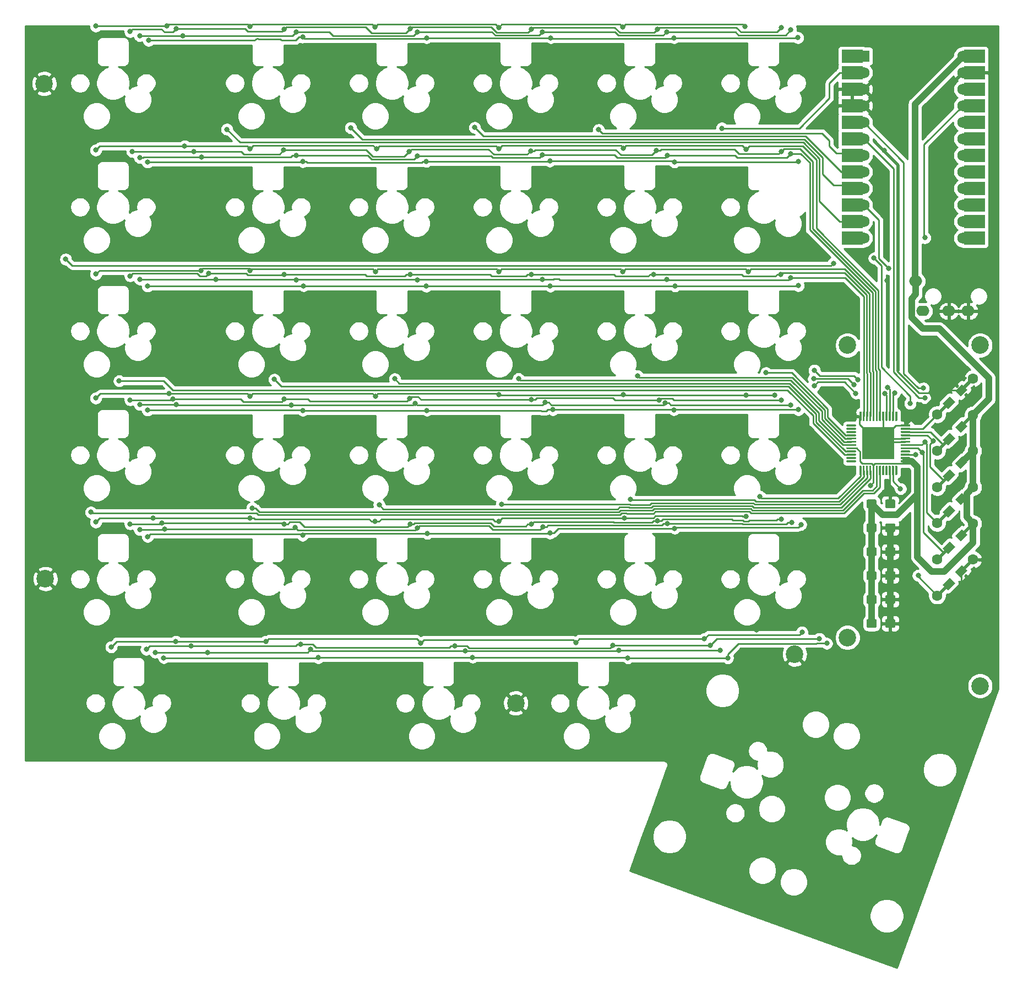
<source format=gbr>
G04 #@! TF.GenerationSoftware,KiCad,Pcbnew,(5.1.6)-1*
G04 #@! TF.CreationDate,2020-09-20T11:30:11-07:00*
G04 #@! TF.ProjectId,ortho_half,6f727468-6f5f-4686-916c-662e6b696361,rev?*
G04 #@! TF.SameCoordinates,Original*
G04 #@! TF.FileFunction,Copper,L1,Top*
G04 #@! TF.FilePolarity,Positive*
%FSLAX46Y46*%
G04 Gerber Fmt 4.6, Leading zero omitted, Abs format (unit mm)*
G04 Created by KiCad (PCBNEW (5.1.6)-1) date 2020-09-20 11:30:11*
%MOMM*%
%LPD*%
G01*
G04 APERTURE LIST*
G04 #@! TA.AperFunction,ComponentPad*
%ADD10O,2.000000X1.600000*%
G04 #@! TD*
G04 #@! TA.AperFunction,ComponentPad*
%ADD11C,2.700000*%
G04 #@! TD*
G04 #@! TA.AperFunction,SMDPad,CuDef*
%ADD12R,3.250000X2.000000*%
G04 #@! TD*
G04 #@! TA.AperFunction,ComponentPad*
%ADD13C,1.752600*%
G04 #@! TD*
G04 #@! TA.AperFunction,ComponentPad*
%ADD14R,1.752600X1.752600*%
G04 #@! TD*
G04 #@! TA.AperFunction,Conductor*
%ADD15C,0.100000*%
G04 #@! TD*
G04 #@! TA.AperFunction,ComponentPad*
%ADD16C,1.600000*%
G04 #@! TD*
G04 #@! TA.AperFunction,SMDPad,CuDef*
%ADD17C,0.100000*%
G04 #@! TD*
G04 #@! TA.AperFunction,SMDPad,CuDef*
%ADD18R,5.000000X5.000000*%
G04 #@! TD*
G04 #@! TA.AperFunction,ViaPad*
%ADD19C,0.800000*%
G04 #@! TD*
G04 #@! TA.AperFunction,Conductor*
%ADD20C,1.000000*%
G04 #@! TD*
G04 #@! TA.AperFunction,Conductor*
%ADD21C,0.250000*%
G04 #@! TD*
G04 #@! TA.AperFunction,Conductor*
%ADD22C,0.254000*%
G04 #@! TD*
G04 APERTURE END LIST*
D10*
X142446200Y-54250000D03*
X143546200Y-58850000D03*
X150546200Y-58850000D03*
X147546200Y-58850000D03*
D11*
X131974500Y-64100000D03*
X131974500Y-109012000D03*
X152365500Y-64100000D03*
X152365500Y-116434000D03*
D12*
X151485600Y-19685000D03*
X151485600Y-22225000D03*
X151485600Y-24765000D03*
X151485600Y-27305000D03*
X151485600Y-29845000D03*
X151485600Y-32385000D03*
X151485600Y-34925000D03*
X151485600Y-37465000D03*
X151485600Y-40005000D03*
X151485600Y-42545000D03*
X151485600Y-45085000D03*
X151485600Y-47625000D03*
X132689600Y-47625000D03*
X132689600Y-45085000D03*
X132689600Y-42545000D03*
X132689600Y-40005000D03*
X132689600Y-37465000D03*
X132689600Y-34925000D03*
X132689600Y-32385000D03*
X132689600Y-29845000D03*
X132689600Y-27305000D03*
X132689600Y-24765000D03*
X132689600Y-22225000D03*
X132689600Y-19685000D03*
D13*
X149707600Y-19685000D03*
X134467600Y-47625000D03*
X149707600Y-22225000D03*
X149707600Y-24765000D03*
X149707600Y-27305000D03*
X149707600Y-29845000D03*
X149707600Y-32385000D03*
X149707600Y-34925000D03*
X149707600Y-37465000D03*
X149707600Y-40005000D03*
X149707600Y-42545000D03*
X149707600Y-45085000D03*
X149707600Y-47625000D03*
X134467600Y-45085000D03*
X134467600Y-42545000D03*
X134467600Y-40005000D03*
X134467600Y-37465000D03*
X134467600Y-34925000D03*
X134467600Y-32385000D03*
X134467600Y-29845000D03*
X134467600Y-27305000D03*
X134467600Y-24765000D03*
X134467600Y-22225000D03*
D14*
X134467600Y-19685000D03*
D11*
X123850400Y-111582200D03*
X8636000Y-99974400D03*
X80962250Y-119062500D03*
X8463000Y-23901400D03*
G04 #@! TA.AperFunction,SMDPad,CuDef*
G36*
G01*
X137771201Y-99909842D02*
X137771201Y-99059840D01*
G75*
G02*
X138021200Y-98809841I249999J0D01*
G01*
X139096202Y-98809841D01*
G75*
G02*
X139346201Y-99059840I0J-249999D01*
G01*
X139346201Y-99909842D01*
G75*
G02*
X139096202Y-100159841I-249999J0D01*
G01*
X138021200Y-100159841D01*
G75*
G02*
X137771201Y-99909842I0J249999D01*
G01*
G37*
G04 #@! TD.AperFunction*
G04 #@! TA.AperFunction,SMDPad,CuDef*
G36*
G01*
X134896201Y-99909842D02*
X134896201Y-99059840D01*
G75*
G02*
X135146200Y-98809841I249999J0D01*
G01*
X136221202Y-98809841D01*
G75*
G02*
X136471201Y-99059840I0J-249999D01*
G01*
X136471201Y-99909842D01*
G75*
G02*
X136221202Y-100159841I-249999J0D01*
G01*
X135146200Y-100159841D01*
G75*
G02*
X134896201Y-99909842I0J249999D01*
G01*
G37*
G04 #@! TD.AperFunction*
G04 #@! TA.AperFunction,SMDPad,CuDef*
G36*
G01*
X137771201Y-103582522D02*
X137771201Y-102732520D01*
G75*
G02*
X138021200Y-102482521I249999J0D01*
G01*
X139096202Y-102482521D01*
G75*
G02*
X139346201Y-102732520I0J-249999D01*
G01*
X139346201Y-103582522D01*
G75*
G02*
X139096202Y-103832521I-249999J0D01*
G01*
X138021200Y-103832521D01*
G75*
G02*
X137771201Y-103582522I0J249999D01*
G01*
G37*
G04 #@! TD.AperFunction*
G04 #@! TA.AperFunction,SMDPad,CuDef*
G36*
G01*
X134896201Y-103582522D02*
X134896201Y-102732520D01*
G75*
G02*
X135146200Y-102482521I249999J0D01*
G01*
X136221202Y-102482521D01*
G75*
G02*
X136471201Y-102732520I0J-249999D01*
G01*
X136471201Y-103582522D01*
G75*
G02*
X136221202Y-103832521I-249999J0D01*
G01*
X135146200Y-103832521D01*
G75*
G02*
X134896201Y-103582522I0J249999D01*
G01*
G37*
G04 #@! TD.AperFunction*
G04 #@! TA.AperFunction,SMDPad,CuDef*
G36*
G01*
X137771201Y-88891802D02*
X137771201Y-88041800D01*
G75*
G02*
X138021200Y-87791801I249999J0D01*
G01*
X139096202Y-87791801D01*
G75*
G02*
X139346201Y-88041800I0J-249999D01*
G01*
X139346201Y-88891802D01*
G75*
G02*
X139096202Y-89141801I-249999J0D01*
G01*
X138021200Y-89141801D01*
G75*
G02*
X137771201Y-88891802I0J249999D01*
G01*
G37*
G04 #@! TD.AperFunction*
G04 #@! TA.AperFunction,SMDPad,CuDef*
G36*
G01*
X134896201Y-88891802D02*
X134896201Y-88041800D01*
G75*
G02*
X135146200Y-87791801I249999J0D01*
G01*
X136221202Y-87791801D01*
G75*
G02*
X136471201Y-88041800I0J-249999D01*
G01*
X136471201Y-88891802D01*
G75*
G02*
X136221202Y-89141801I-249999J0D01*
G01*
X135146200Y-89141801D01*
G75*
G02*
X134896201Y-88891802I0J249999D01*
G01*
G37*
G04 #@! TD.AperFunction*
G04 #@! TA.AperFunction,SMDPad,CuDef*
G36*
G01*
X137771201Y-92564482D02*
X137771201Y-91714480D01*
G75*
G02*
X138021200Y-91464481I249999J0D01*
G01*
X139096202Y-91464481D01*
G75*
G02*
X139346201Y-91714480I0J-249999D01*
G01*
X139346201Y-92564482D01*
G75*
G02*
X139096202Y-92814481I-249999J0D01*
G01*
X138021200Y-92814481D01*
G75*
G02*
X137771201Y-92564482I0J249999D01*
G01*
G37*
G04 #@! TD.AperFunction*
G04 #@! TA.AperFunction,SMDPad,CuDef*
G36*
G01*
X134896201Y-92564482D02*
X134896201Y-91714480D01*
G75*
G02*
X135146200Y-91464481I249999J0D01*
G01*
X136221202Y-91464481D01*
G75*
G02*
X136471201Y-91714480I0J-249999D01*
G01*
X136471201Y-92564482D01*
G75*
G02*
X136221202Y-92814481I-249999J0D01*
G01*
X135146200Y-92814481D01*
G75*
G02*
X134896201Y-92564482I0J249999D01*
G01*
G37*
G04 #@! TD.AperFunction*
G04 #@! TA.AperFunction,SMDPad,CuDef*
G36*
G01*
X137771201Y-107255202D02*
X137771201Y-106405200D01*
G75*
G02*
X138021200Y-106155201I249999J0D01*
G01*
X139096202Y-106155201D01*
G75*
G02*
X139346201Y-106405200I0J-249999D01*
G01*
X139346201Y-107255202D01*
G75*
G02*
X139096202Y-107505201I-249999J0D01*
G01*
X138021200Y-107505201D01*
G75*
G02*
X137771201Y-107255202I0J249999D01*
G01*
G37*
G04 #@! TD.AperFunction*
G04 #@! TA.AperFunction,SMDPad,CuDef*
G36*
G01*
X134896201Y-107255202D02*
X134896201Y-106405200D01*
G75*
G02*
X135146200Y-106155201I249999J0D01*
G01*
X136221202Y-106155201D01*
G75*
G02*
X136471201Y-106405200I0J-249999D01*
G01*
X136471201Y-107255202D01*
G75*
G02*
X136221202Y-107505201I-249999J0D01*
G01*
X135146200Y-107505201D01*
G75*
G02*
X134896201Y-107255202I0J249999D01*
G01*
G37*
G04 #@! TD.AperFunction*
G04 #@! TA.AperFunction,SMDPad,CuDef*
G36*
G01*
X137771201Y-96237162D02*
X137771201Y-95387160D01*
G75*
G02*
X138021200Y-95137161I249999J0D01*
G01*
X139096202Y-95137161D01*
G75*
G02*
X139346201Y-95387160I0J-249999D01*
G01*
X139346201Y-96237162D01*
G75*
G02*
X139096202Y-96487161I-249999J0D01*
G01*
X138021200Y-96487161D01*
G75*
G02*
X137771201Y-96237162I0J249999D01*
G01*
G37*
G04 #@! TD.AperFunction*
G04 #@! TA.AperFunction,SMDPad,CuDef*
G36*
G01*
X134896201Y-96237162D02*
X134896201Y-95387160D01*
G75*
G02*
X135146200Y-95137161I249999J0D01*
G01*
X136221202Y-95137161D01*
G75*
G02*
X136471201Y-95387160I0J-249999D01*
G01*
X136471201Y-96237162D01*
G75*
G02*
X136221202Y-96487161I-249999J0D01*
G01*
X135146200Y-96487161D01*
G75*
G02*
X134896201Y-96237162I0J249999D01*
G01*
G37*
G04 #@! TD.AperFunction*
G04 #@! TA.AperFunction,Conductor*
D15*
G36*
X149443272Y-76970282D02*
G01*
X149089718Y-76616728D01*
X151140328Y-74566118D01*
X151493882Y-74919672D01*
X149443272Y-76970282D01*
G37*
G04 #@! TD.AperFunction*
G04 #@! TA.AperFunction,Conductor*
G36*
X145907738Y-80505816D02*
G01*
X145554184Y-80152262D01*
X147604794Y-78101652D01*
X147958348Y-78455206D01*
X145907738Y-80505816D01*
G37*
G04 #@! TD.AperFunction*
D16*
X151281749Y-74778251D03*
X145766317Y-80293683D03*
G04 #@! TA.AperFunction,SMDPad,CuDef*
D17*
G36*
X147463373Y-79445155D02*
G01*
X146614845Y-78596627D01*
X147675505Y-77535967D01*
X148524033Y-78384495D01*
X147463373Y-79445155D01*
G37*
G04 #@! TD.AperFunction*
G04 #@! TA.AperFunction,SMDPad,CuDef*
G36*
X149372561Y-77535967D02*
G01*
X148524033Y-76687439D01*
X149584693Y-75626779D01*
X150433221Y-76475307D01*
X149372561Y-77535967D01*
G37*
G04 #@! TD.AperFunction*
G04 #@! TA.AperFunction,Conductor*
D15*
G36*
X149458439Y-82543115D02*
G01*
X149104885Y-82189561D01*
X151155495Y-80138951D01*
X151509049Y-80492505D01*
X149458439Y-82543115D01*
G37*
G04 #@! TD.AperFunction*
G04 #@! TA.AperFunction,Conductor*
G36*
X145922905Y-86078649D02*
G01*
X145569351Y-85725095D01*
X147619961Y-83674485D01*
X147973515Y-84028039D01*
X145922905Y-86078649D01*
G37*
G04 #@! TD.AperFunction*
D16*
X151296916Y-80351084D03*
X145781484Y-85866516D03*
G04 #@! TA.AperFunction,SMDPad,CuDef*
D17*
G36*
X147478540Y-85017988D02*
G01*
X146630012Y-84169460D01*
X147690672Y-83108800D01*
X148539200Y-83957328D01*
X147478540Y-85017988D01*
G37*
G04 #@! TD.AperFunction*
G04 #@! TA.AperFunction,SMDPad,CuDef*
G36*
X149387728Y-83108800D02*
G01*
X148539200Y-82260272D01*
X149599860Y-81199612D01*
X150448388Y-82048140D01*
X149387728Y-83108800D01*
G37*
G04 #@! TD.AperFunction*
G04 #@! TA.AperFunction,Conductor*
D15*
G36*
X149458439Y-93668315D02*
G01*
X149104885Y-93314761D01*
X151155495Y-91264151D01*
X151509049Y-91617705D01*
X149458439Y-93668315D01*
G37*
G04 #@! TD.AperFunction*
G04 #@! TA.AperFunction,Conductor*
G36*
X145922905Y-97203849D02*
G01*
X145569351Y-96850295D01*
X147619961Y-94799685D01*
X147973515Y-95153239D01*
X145922905Y-97203849D01*
G37*
G04 #@! TD.AperFunction*
D16*
X151296916Y-91476284D03*
X145781484Y-96991716D03*
G04 #@! TA.AperFunction,SMDPad,CuDef*
D17*
G36*
X147478540Y-96143188D02*
G01*
X146630012Y-95294660D01*
X147690672Y-94234000D01*
X148539200Y-95082528D01*
X147478540Y-96143188D01*
G37*
G04 #@! TD.AperFunction*
G04 #@! TA.AperFunction,SMDPad,CuDef*
G36*
X149387728Y-94234000D02*
G01*
X148539200Y-93385472D01*
X149599860Y-92324812D01*
X150448388Y-93173340D01*
X149387728Y-94234000D01*
G37*
G04 #@! TD.AperFunction*
G04 #@! TA.AperFunction,Conductor*
D15*
G36*
X147619961Y-72523885D02*
G01*
X147973515Y-72877439D01*
X145922905Y-74928049D01*
X145569351Y-74574495D01*
X147619961Y-72523885D01*
G37*
G04 #@! TD.AperFunction*
G04 #@! TA.AperFunction,Conductor*
G36*
X151155495Y-68988351D02*
G01*
X151509049Y-69341905D01*
X149458439Y-71392515D01*
X149104885Y-71038961D01*
X151155495Y-68988351D01*
G37*
G04 #@! TD.AperFunction*
D16*
X145781484Y-74715916D03*
X151296916Y-69200484D03*
G04 #@! TA.AperFunction,SMDPad,CuDef*
D17*
G36*
X149599860Y-70049012D02*
G01*
X150448388Y-70897540D01*
X149387728Y-71958200D01*
X148539200Y-71109672D01*
X149599860Y-70049012D01*
G37*
G04 #@! TD.AperFunction*
G04 #@! TA.AperFunction,SMDPad,CuDef*
G36*
X147690672Y-71958200D02*
G01*
X148539200Y-72806728D01*
X147478540Y-73867388D01*
X146630012Y-73018860D01*
X147690672Y-71958200D01*
G37*
G04 #@! TD.AperFunction*
G04 #@! TA.AperFunction,Conductor*
D15*
G36*
X149458439Y-88080315D02*
G01*
X149104885Y-87726761D01*
X151155495Y-85676151D01*
X151509049Y-86029705D01*
X149458439Y-88080315D01*
G37*
G04 #@! TD.AperFunction*
G04 #@! TA.AperFunction,Conductor*
G36*
X145922905Y-91615849D02*
G01*
X145569351Y-91262295D01*
X147619961Y-89211685D01*
X147973515Y-89565239D01*
X145922905Y-91615849D01*
G37*
G04 #@! TD.AperFunction*
D16*
X151296916Y-85888284D03*
X145781484Y-91403716D03*
G04 #@! TA.AperFunction,SMDPad,CuDef*
D17*
G36*
X147478540Y-90555188D02*
G01*
X146630012Y-89706660D01*
X147690672Y-88646000D01*
X148539200Y-89494528D01*
X147478540Y-90555188D01*
G37*
G04 #@! TD.AperFunction*
G04 #@! TA.AperFunction,SMDPad,CuDef*
G36*
X149387728Y-88646000D02*
G01*
X148539200Y-87797472D01*
X149599860Y-86736812D01*
X150448388Y-87585340D01*
X149387728Y-88646000D01*
G37*
G04 #@! TD.AperFunction*
G04 #@! TA.AperFunction,Conductor*
D15*
G36*
X147604794Y-100352052D02*
G01*
X147958348Y-100705606D01*
X145907738Y-102756216D01*
X145554184Y-102402662D01*
X147604794Y-100352052D01*
G37*
G04 #@! TD.AperFunction*
G04 #@! TA.AperFunction,Conductor*
G36*
X151140328Y-96816518D02*
G01*
X151493882Y-97170072D01*
X149443272Y-99220682D01*
X149089718Y-98867128D01*
X151140328Y-96816518D01*
G37*
G04 #@! TD.AperFunction*
D16*
X145766317Y-102544083D03*
X151281749Y-97028651D03*
G04 #@! TA.AperFunction,SMDPad,CuDef*
D17*
G36*
X149584693Y-97877179D02*
G01*
X150433221Y-98725707D01*
X149372561Y-99786367D01*
X148524033Y-98937839D01*
X149584693Y-97877179D01*
G37*
G04 #@! TD.AperFunction*
G04 #@! TA.AperFunction,SMDPad,CuDef*
G36*
X147675505Y-99786367D02*
G01*
X148524033Y-100634895D01*
X147463373Y-101695555D01*
X146614845Y-100847027D01*
X147675505Y-99786367D01*
G37*
G04 #@! TD.AperFunction*
G04 #@! TA.AperFunction,SMDPad,CuDef*
G36*
G01*
X139403200Y-74271800D02*
X139553200Y-74271800D01*
G75*
G02*
X139628200Y-74346800I0J-75000D01*
G01*
X139628200Y-75671800D01*
G75*
G02*
X139553200Y-75746800I-75000J0D01*
G01*
X139403200Y-75746800D01*
G75*
G02*
X139328200Y-75671800I0J75000D01*
G01*
X139328200Y-74346800D01*
G75*
G02*
X139403200Y-74271800I75000J0D01*
G01*
G37*
G04 #@! TD.AperFunction*
G04 #@! TA.AperFunction,SMDPad,CuDef*
G36*
G01*
X138903200Y-74271800D02*
X139053200Y-74271800D01*
G75*
G02*
X139128200Y-74346800I0J-75000D01*
G01*
X139128200Y-75671800D01*
G75*
G02*
X139053200Y-75746800I-75000J0D01*
G01*
X138903200Y-75746800D01*
G75*
G02*
X138828200Y-75671800I0J75000D01*
G01*
X138828200Y-74346800D01*
G75*
G02*
X138903200Y-74271800I75000J0D01*
G01*
G37*
G04 #@! TD.AperFunction*
G04 #@! TA.AperFunction,SMDPad,CuDef*
G36*
G01*
X138403200Y-74271800D02*
X138553200Y-74271800D01*
G75*
G02*
X138628200Y-74346800I0J-75000D01*
G01*
X138628200Y-75671800D01*
G75*
G02*
X138553200Y-75746800I-75000J0D01*
G01*
X138403200Y-75746800D01*
G75*
G02*
X138328200Y-75671800I0J75000D01*
G01*
X138328200Y-74346800D01*
G75*
G02*
X138403200Y-74271800I75000J0D01*
G01*
G37*
G04 #@! TD.AperFunction*
G04 #@! TA.AperFunction,SMDPad,CuDef*
G36*
G01*
X137903200Y-74271800D02*
X138053200Y-74271800D01*
G75*
G02*
X138128200Y-74346800I0J-75000D01*
G01*
X138128200Y-75671800D01*
G75*
G02*
X138053200Y-75746800I-75000J0D01*
G01*
X137903200Y-75746800D01*
G75*
G02*
X137828200Y-75671800I0J75000D01*
G01*
X137828200Y-74346800D01*
G75*
G02*
X137903200Y-74271800I75000J0D01*
G01*
G37*
G04 #@! TD.AperFunction*
G04 #@! TA.AperFunction,SMDPad,CuDef*
G36*
G01*
X137403200Y-74271800D02*
X137553200Y-74271800D01*
G75*
G02*
X137628200Y-74346800I0J-75000D01*
G01*
X137628200Y-75671800D01*
G75*
G02*
X137553200Y-75746800I-75000J0D01*
G01*
X137403200Y-75746800D01*
G75*
G02*
X137328200Y-75671800I0J75000D01*
G01*
X137328200Y-74346800D01*
G75*
G02*
X137403200Y-74271800I75000J0D01*
G01*
G37*
G04 #@! TD.AperFunction*
G04 #@! TA.AperFunction,SMDPad,CuDef*
G36*
G01*
X136903200Y-74271800D02*
X137053200Y-74271800D01*
G75*
G02*
X137128200Y-74346800I0J-75000D01*
G01*
X137128200Y-75671800D01*
G75*
G02*
X137053200Y-75746800I-75000J0D01*
G01*
X136903200Y-75746800D01*
G75*
G02*
X136828200Y-75671800I0J75000D01*
G01*
X136828200Y-74346800D01*
G75*
G02*
X136903200Y-74271800I75000J0D01*
G01*
G37*
G04 #@! TD.AperFunction*
G04 #@! TA.AperFunction,SMDPad,CuDef*
G36*
G01*
X136403200Y-74271800D02*
X136553200Y-74271800D01*
G75*
G02*
X136628200Y-74346800I0J-75000D01*
G01*
X136628200Y-75671800D01*
G75*
G02*
X136553200Y-75746800I-75000J0D01*
G01*
X136403200Y-75746800D01*
G75*
G02*
X136328200Y-75671800I0J75000D01*
G01*
X136328200Y-74346800D01*
G75*
G02*
X136403200Y-74271800I75000J0D01*
G01*
G37*
G04 #@! TD.AperFunction*
G04 #@! TA.AperFunction,SMDPad,CuDef*
G36*
G01*
X135903200Y-74271800D02*
X136053200Y-74271800D01*
G75*
G02*
X136128200Y-74346800I0J-75000D01*
G01*
X136128200Y-75671800D01*
G75*
G02*
X136053200Y-75746800I-75000J0D01*
G01*
X135903200Y-75746800D01*
G75*
G02*
X135828200Y-75671800I0J75000D01*
G01*
X135828200Y-74346800D01*
G75*
G02*
X135903200Y-74271800I75000J0D01*
G01*
G37*
G04 #@! TD.AperFunction*
G04 #@! TA.AperFunction,SMDPad,CuDef*
G36*
G01*
X135403200Y-74271800D02*
X135553200Y-74271800D01*
G75*
G02*
X135628200Y-74346800I0J-75000D01*
G01*
X135628200Y-75671800D01*
G75*
G02*
X135553200Y-75746800I-75000J0D01*
G01*
X135403200Y-75746800D01*
G75*
G02*
X135328200Y-75671800I0J75000D01*
G01*
X135328200Y-74346800D01*
G75*
G02*
X135403200Y-74271800I75000J0D01*
G01*
G37*
G04 #@! TD.AperFunction*
G04 #@! TA.AperFunction,SMDPad,CuDef*
G36*
G01*
X134903200Y-74271800D02*
X135053200Y-74271800D01*
G75*
G02*
X135128200Y-74346800I0J-75000D01*
G01*
X135128200Y-75671800D01*
G75*
G02*
X135053200Y-75746800I-75000J0D01*
G01*
X134903200Y-75746800D01*
G75*
G02*
X134828200Y-75671800I0J75000D01*
G01*
X134828200Y-74346800D01*
G75*
G02*
X134903200Y-74271800I75000J0D01*
G01*
G37*
G04 #@! TD.AperFunction*
G04 #@! TA.AperFunction,SMDPad,CuDef*
G36*
G01*
X134403200Y-74271800D02*
X134553200Y-74271800D01*
G75*
G02*
X134628200Y-74346800I0J-75000D01*
G01*
X134628200Y-75671800D01*
G75*
G02*
X134553200Y-75746800I-75000J0D01*
G01*
X134403200Y-75746800D01*
G75*
G02*
X134328200Y-75671800I0J75000D01*
G01*
X134328200Y-74346800D01*
G75*
G02*
X134403200Y-74271800I75000J0D01*
G01*
G37*
G04 #@! TD.AperFunction*
G04 #@! TA.AperFunction,SMDPad,CuDef*
G36*
G01*
X133903200Y-74271800D02*
X134053200Y-74271800D01*
G75*
G02*
X134128200Y-74346800I0J-75000D01*
G01*
X134128200Y-75671800D01*
G75*
G02*
X134053200Y-75746800I-75000J0D01*
G01*
X133903200Y-75746800D01*
G75*
G02*
X133828200Y-75671800I0J75000D01*
G01*
X133828200Y-74346800D01*
G75*
G02*
X133903200Y-74271800I75000J0D01*
G01*
G37*
G04 #@! TD.AperFunction*
G04 #@! TA.AperFunction,SMDPad,CuDef*
G36*
G01*
X131903200Y-76271800D02*
X133228200Y-76271800D01*
G75*
G02*
X133303200Y-76346800I0J-75000D01*
G01*
X133303200Y-76496800D01*
G75*
G02*
X133228200Y-76571800I-75000J0D01*
G01*
X131903200Y-76571800D01*
G75*
G02*
X131828200Y-76496800I0J75000D01*
G01*
X131828200Y-76346800D01*
G75*
G02*
X131903200Y-76271800I75000J0D01*
G01*
G37*
G04 #@! TD.AperFunction*
G04 #@! TA.AperFunction,SMDPad,CuDef*
G36*
G01*
X131903200Y-76771800D02*
X133228200Y-76771800D01*
G75*
G02*
X133303200Y-76846800I0J-75000D01*
G01*
X133303200Y-76996800D01*
G75*
G02*
X133228200Y-77071800I-75000J0D01*
G01*
X131903200Y-77071800D01*
G75*
G02*
X131828200Y-76996800I0J75000D01*
G01*
X131828200Y-76846800D01*
G75*
G02*
X131903200Y-76771800I75000J0D01*
G01*
G37*
G04 #@! TD.AperFunction*
G04 #@! TA.AperFunction,SMDPad,CuDef*
G36*
G01*
X131903200Y-77271800D02*
X133228200Y-77271800D01*
G75*
G02*
X133303200Y-77346800I0J-75000D01*
G01*
X133303200Y-77496800D01*
G75*
G02*
X133228200Y-77571800I-75000J0D01*
G01*
X131903200Y-77571800D01*
G75*
G02*
X131828200Y-77496800I0J75000D01*
G01*
X131828200Y-77346800D01*
G75*
G02*
X131903200Y-77271800I75000J0D01*
G01*
G37*
G04 #@! TD.AperFunction*
G04 #@! TA.AperFunction,SMDPad,CuDef*
G36*
G01*
X131903200Y-77771800D02*
X133228200Y-77771800D01*
G75*
G02*
X133303200Y-77846800I0J-75000D01*
G01*
X133303200Y-77996800D01*
G75*
G02*
X133228200Y-78071800I-75000J0D01*
G01*
X131903200Y-78071800D01*
G75*
G02*
X131828200Y-77996800I0J75000D01*
G01*
X131828200Y-77846800D01*
G75*
G02*
X131903200Y-77771800I75000J0D01*
G01*
G37*
G04 #@! TD.AperFunction*
G04 #@! TA.AperFunction,SMDPad,CuDef*
G36*
G01*
X131903200Y-78271800D02*
X133228200Y-78271800D01*
G75*
G02*
X133303200Y-78346800I0J-75000D01*
G01*
X133303200Y-78496800D01*
G75*
G02*
X133228200Y-78571800I-75000J0D01*
G01*
X131903200Y-78571800D01*
G75*
G02*
X131828200Y-78496800I0J75000D01*
G01*
X131828200Y-78346800D01*
G75*
G02*
X131903200Y-78271800I75000J0D01*
G01*
G37*
G04 #@! TD.AperFunction*
G04 #@! TA.AperFunction,SMDPad,CuDef*
G36*
G01*
X131903200Y-78771800D02*
X133228200Y-78771800D01*
G75*
G02*
X133303200Y-78846800I0J-75000D01*
G01*
X133303200Y-78996800D01*
G75*
G02*
X133228200Y-79071800I-75000J0D01*
G01*
X131903200Y-79071800D01*
G75*
G02*
X131828200Y-78996800I0J75000D01*
G01*
X131828200Y-78846800D01*
G75*
G02*
X131903200Y-78771800I75000J0D01*
G01*
G37*
G04 #@! TD.AperFunction*
G04 #@! TA.AperFunction,SMDPad,CuDef*
G36*
G01*
X131903200Y-79271800D02*
X133228200Y-79271800D01*
G75*
G02*
X133303200Y-79346800I0J-75000D01*
G01*
X133303200Y-79496800D01*
G75*
G02*
X133228200Y-79571800I-75000J0D01*
G01*
X131903200Y-79571800D01*
G75*
G02*
X131828200Y-79496800I0J75000D01*
G01*
X131828200Y-79346800D01*
G75*
G02*
X131903200Y-79271800I75000J0D01*
G01*
G37*
G04 #@! TD.AperFunction*
G04 #@! TA.AperFunction,SMDPad,CuDef*
G36*
G01*
X131903200Y-79771800D02*
X133228200Y-79771800D01*
G75*
G02*
X133303200Y-79846800I0J-75000D01*
G01*
X133303200Y-79996800D01*
G75*
G02*
X133228200Y-80071800I-75000J0D01*
G01*
X131903200Y-80071800D01*
G75*
G02*
X131828200Y-79996800I0J75000D01*
G01*
X131828200Y-79846800D01*
G75*
G02*
X131903200Y-79771800I75000J0D01*
G01*
G37*
G04 #@! TD.AperFunction*
G04 #@! TA.AperFunction,SMDPad,CuDef*
G36*
G01*
X131903200Y-80271800D02*
X133228200Y-80271800D01*
G75*
G02*
X133303200Y-80346800I0J-75000D01*
G01*
X133303200Y-80496800D01*
G75*
G02*
X133228200Y-80571800I-75000J0D01*
G01*
X131903200Y-80571800D01*
G75*
G02*
X131828200Y-80496800I0J75000D01*
G01*
X131828200Y-80346800D01*
G75*
G02*
X131903200Y-80271800I75000J0D01*
G01*
G37*
G04 #@! TD.AperFunction*
G04 #@! TA.AperFunction,SMDPad,CuDef*
G36*
G01*
X131903200Y-80771800D02*
X133228200Y-80771800D01*
G75*
G02*
X133303200Y-80846800I0J-75000D01*
G01*
X133303200Y-80996800D01*
G75*
G02*
X133228200Y-81071800I-75000J0D01*
G01*
X131903200Y-81071800D01*
G75*
G02*
X131828200Y-80996800I0J75000D01*
G01*
X131828200Y-80846800D01*
G75*
G02*
X131903200Y-80771800I75000J0D01*
G01*
G37*
G04 #@! TD.AperFunction*
G04 #@! TA.AperFunction,SMDPad,CuDef*
G36*
G01*
X131903200Y-81271800D02*
X133228200Y-81271800D01*
G75*
G02*
X133303200Y-81346800I0J-75000D01*
G01*
X133303200Y-81496800D01*
G75*
G02*
X133228200Y-81571800I-75000J0D01*
G01*
X131903200Y-81571800D01*
G75*
G02*
X131828200Y-81496800I0J75000D01*
G01*
X131828200Y-81346800D01*
G75*
G02*
X131903200Y-81271800I75000J0D01*
G01*
G37*
G04 #@! TD.AperFunction*
G04 #@! TA.AperFunction,SMDPad,CuDef*
G36*
G01*
X131903200Y-81771800D02*
X133228200Y-81771800D01*
G75*
G02*
X133303200Y-81846800I0J-75000D01*
G01*
X133303200Y-81996800D01*
G75*
G02*
X133228200Y-82071800I-75000J0D01*
G01*
X131903200Y-82071800D01*
G75*
G02*
X131828200Y-81996800I0J75000D01*
G01*
X131828200Y-81846800D01*
G75*
G02*
X131903200Y-81771800I75000J0D01*
G01*
G37*
G04 #@! TD.AperFunction*
G04 #@! TA.AperFunction,SMDPad,CuDef*
G36*
G01*
X133903200Y-82596800D02*
X134053200Y-82596800D01*
G75*
G02*
X134128200Y-82671800I0J-75000D01*
G01*
X134128200Y-83996800D01*
G75*
G02*
X134053200Y-84071800I-75000J0D01*
G01*
X133903200Y-84071800D01*
G75*
G02*
X133828200Y-83996800I0J75000D01*
G01*
X133828200Y-82671800D01*
G75*
G02*
X133903200Y-82596800I75000J0D01*
G01*
G37*
G04 #@! TD.AperFunction*
G04 #@! TA.AperFunction,SMDPad,CuDef*
G36*
G01*
X134403200Y-82596800D02*
X134553200Y-82596800D01*
G75*
G02*
X134628200Y-82671800I0J-75000D01*
G01*
X134628200Y-83996800D01*
G75*
G02*
X134553200Y-84071800I-75000J0D01*
G01*
X134403200Y-84071800D01*
G75*
G02*
X134328200Y-83996800I0J75000D01*
G01*
X134328200Y-82671800D01*
G75*
G02*
X134403200Y-82596800I75000J0D01*
G01*
G37*
G04 #@! TD.AperFunction*
G04 #@! TA.AperFunction,SMDPad,CuDef*
G36*
G01*
X134903200Y-82596800D02*
X135053200Y-82596800D01*
G75*
G02*
X135128200Y-82671800I0J-75000D01*
G01*
X135128200Y-83996800D01*
G75*
G02*
X135053200Y-84071800I-75000J0D01*
G01*
X134903200Y-84071800D01*
G75*
G02*
X134828200Y-83996800I0J75000D01*
G01*
X134828200Y-82671800D01*
G75*
G02*
X134903200Y-82596800I75000J0D01*
G01*
G37*
G04 #@! TD.AperFunction*
G04 #@! TA.AperFunction,SMDPad,CuDef*
G36*
G01*
X135403200Y-82596800D02*
X135553200Y-82596800D01*
G75*
G02*
X135628200Y-82671800I0J-75000D01*
G01*
X135628200Y-83996800D01*
G75*
G02*
X135553200Y-84071800I-75000J0D01*
G01*
X135403200Y-84071800D01*
G75*
G02*
X135328200Y-83996800I0J75000D01*
G01*
X135328200Y-82671800D01*
G75*
G02*
X135403200Y-82596800I75000J0D01*
G01*
G37*
G04 #@! TD.AperFunction*
G04 #@! TA.AperFunction,SMDPad,CuDef*
G36*
G01*
X135903200Y-82596800D02*
X136053200Y-82596800D01*
G75*
G02*
X136128200Y-82671800I0J-75000D01*
G01*
X136128200Y-83996800D01*
G75*
G02*
X136053200Y-84071800I-75000J0D01*
G01*
X135903200Y-84071800D01*
G75*
G02*
X135828200Y-83996800I0J75000D01*
G01*
X135828200Y-82671800D01*
G75*
G02*
X135903200Y-82596800I75000J0D01*
G01*
G37*
G04 #@! TD.AperFunction*
G04 #@! TA.AperFunction,SMDPad,CuDef*
G36*
G01*
X136403200Y-82596800D02*
X136553200Y-82596800D01*
G75*
G02*
X136628200Y-82671800I0J-75000D01*
G01*
X136628200Y-83996800D01*
G75*
G02*
X136553200Y-84071800I-75000J0D01*
G01*
X136403200Y-84071800D01*
G75*
G02*
X136328200Y-83996800I0J75000D01*
G01*
X136328200Y-82671800D01*
G75*
G02*
X136403200Y-82596800I75000J0D01*
G01*
G37*
G04 #@! TD.AperFunction*
G04 #@! TA.AperFunction,SMDPad,CuDef*
G36*
G01*
X136903200Y-82596800D02*
X137053200Y-82596800D01*
G75*
G02*
X137128200Y-82671800I0J-75000D01*
G01*
X137128200Y-83996800D01*
G75*
G02*
X137053200Y-84071800I-75000J0D01*
G01*
X136903200Y-84071800D01*
G75*
G02*
X136828200Y-83996800I0J75000D01*
G01*
X136828200Y-82671800D01*
G75*
G02*
X136903200Y-82596800I75000J0D01*
G01*
G37*
G04 #@! TD.AperFunction*
G04 #@! TA.AperFunction,SMDPad,CuDef*
G36*
G01*
X137403200Y-82596800D02*
X137553200Y-82596800D01*
G75*
G02*
X137628200Y-82671800I0J-75000D01*
G01*
X137628200Y-83996800D01*
G75*
G02*
X137553200Y-84071800I-75000J0D01*
G01*
X137403200Y-84071800D01*
G75*
G02*
X137328200Y-83996800I0J75000D01*
G01*
X137328200Y-82671800D01*
G75*
G02*
X137403200Y-82596800I75000J0D01*
G01*
G37*
G04 #@! TD.AperFunction*
G04 #@! TA.AperFunction,SMDPad,CuDef*
G36*
G01*
X137903200Y-82596800D02*
X138053200Y-82596800D01*
G75*
G02*
X138128200Y-82671800I0J-75000D01*
G01*
X138128200Y-83996800D01*
G75*
G02*
X138053200Y-84071800I-75000J0D01*
G01*
X137903200Y-84071800D01*
G75*
G02*
X137828200Y-83996800I0J75000D01*
G01*
X137828200Y-82671800D01*
G75*
G02*
X137903200Y-82596800I75000J0D01*
G01*
G37*
G04 #@! TD.AperFunction*
G04 #@! TA.AperFunction,SMDPad,CuDef*
G36*
G01*
X138403200Y-82596800D02*
X138553200Y-82596800D01*
G75*
G02*
X138628200Y-82671800I0J-75000D01*
G01*
X138628200Y-83996800D01*
G75*
G02*
X138553200Y-84071800I-75000J0D01*
G01*
X138403200Y-84071800D01*
G75*
G02*
X138328200Y-83996800I0J75000D01*
G01*
X138328200Y-82671800D01*
G75*
G02*
X138403200Y-82596800I75000J0D01*
G01*
G37*
G04 #@! TD.AperFunction*
G04 #@! TA.AperFunction,SMDPad,CuDef*
G36*
G01*
X138903200Y-82596800D02*
X139053200Y-82596800D01*
G75*
G02*
X139128200Y-82671800I0J-75000D01*
G01*
X139128200Y-83996800D01*
G75*
G02*
X139053200Y-84071800I-75000J0D01*
G01*
X138903200Y-84071800D01*
G75*
G02*
X138828200Y-83996800I0J75000D01*
G01*
X138828200Y-82671800D01*
G75*
G02*
X138903200Y-82596800I75000J0D01*
G01*
G37*
G04 #@! TD.AperFunction*
G04 #@! TA.AperFunction,SMDPad,CuDef*
G36*
G01*
X139403200Y-82596800D02*
X139553200Y-82596800D01*
G75*
G02*
X139628200Y-82671800I0J-75000D01*
G01*
X139628200Y-83996800D01*
G75*
G02*
X139553200Y-84071800I-75000J0D01*
G01*
X139403200Y-84071800D01*
G75*
G02*
X139328200Y-83996800I0J75000D01*
G01*
X139328200Y-82671800D01*
G75*
G02*
X139403200Y-82596800I75000J0D01*
G01*
G37*
G04 #@! TD.AperFunction*
G04 #@! TA.AperFunction,SMDPad,CuDef*
G36*
G01*
X140228200Y-81771800D02*
X141553200Y-81771800D01*
G75*
G02*
X141628200Y-81846800I0J-75000D01*
G01*
X141628200Y-81996800D01*
G75*
G02*
X141553200Y-82071800I-75000J0D01*
G01*
X140228200Y-82071800D01*
G75*
G02*
X140153200Y-81996800I0J75000D01*
G01*
X140153200Y-81846800D01*
G75*
G02*
X140228200Y-81771800I75000J0D01*
G01*
G37*
G04 #@! TD.AperFunction*
G04 #@! TA.AperFunction,SMDPad,CuDef*
G36*
G01*
X140228200Y-81271800D02*
X141553200Y-81271800D01*
G75*
G02*
X141628200Y-81346800I0J-75000D01*
G01*
X141628200Y-81496800D01*
G75*
G02*
X141553200Y-81571800I-75000J0D01*
G01*
X140228200Y-81571800D01*
G75*
G02*
X140153200Y-81496800I0J75000D01*
G01*
X140153200Y-81346800D01*
G75*
G02*
X140228200Y-81271800I75000J0D01*
G01*
G37*
G04 #@! TD.AperFunction*
G04 #@! TA.AperFunction,SMDPad,CuDef*
G36*
G01*
X140228200Y-80771800D02*
X141553200Y-80771800D01*
G75*
G02*
X141628200Y-80846800I0J-75000D01*
G01*
X141628200Y-80996800D01*
G75*
G02*
X141553200Y-81071800I-75000J0D01*
G01*
X140228200Y-81071800D01*
G75*
G02*
X140153200Y-80996800I0J75000D01*
G01*
X140153200Y-80846800D01*
G75*
G02*
X140228200Y-80771800I75000J0D01*
G01*
G37*
G04 #@! TD.AperFunction*
G04 #@! TA.AperFunction,SMDPad,CuDef*
G36*
G01*
X140228200Y-80271800D02*
X141553200Y-80271800D01*
G75*
G02*
X141628200Y-80346800I0J-75000D01*
G01*
X141628200Y-80496800D01*
G75*
G02*
X141553200Y-80571800I-75000J0D01*
G01*
X140228200Y-80571800D01*
G75*
G02*
X140153200Y-80496800I0J75000D01*
G01*
X140153200Y-80346800D01*
G75*
G02*
X140228200Y-80271800I75000J0D01*
G01*
G37*
G04 #@! TD.AperFunction*
G04 #@! TA.AperFunction,SMDPad,CuDef*
G36*
G01*
X140228200Y-79771800D02*
X141553200Y-79771800D01*
G75*
G02*
X141628200Y-79846800I0J-75000D01*
G01*
X141628200Y-79996800D01*
G75*
G02*
X141553200Y-80071800I-75000J0D01*
G01*
X140228200Y-80071800D01*
G75*
G02*
X140153200Y-79996800I0J75000D01*
G01*
X140153200Y-79846800D01*
G75*
G02*
X140228200Y-79771800I75000J0D01*
G01*
G37*
G04 #@! TD.AperFunction*
G04 #@! TA.AperFunction,SMDPad,CuDef*
G36*
G01*
X140228200Y-79271800D02*
X141553200Y-79271800D01*
G75*
G02*
X141628200Y-79346800I0J-75000D01*
G01*
X141628200Y-79496800D01*
G75*
G02*
X141553200Y-79571800I-75000J0D01*
G01*
X140228200Y-79571800D01*
G75*
G02*
X140153200Y-79496800I0J75000D01*
G01*
X140153200Y-79346800D01*
G75*
G02*
X140228200Y-79271800I75000J0D01*
G01*
G37*
G04 #@! TD.AperFunction*
G04 #@! TA.AperFunction,SMDPad,CuDef*
G36*
G01*
X140228200Y-78771800D02*
X141553200Y-78771800D01*
G75*
G02*
X141628200Y-78846800I0J-75000D01*
G01*
X141628200Y-78996800D01*
G75*
G02*
X141553200Y-79071800I-75000J0D01*
G01*
X140228200Y-79071800D01*
G75*
G02*
X140153200Y-78996800I0J75000D01*
G01*
X140153200Y-78846800D01*
G75*
G02*
X140228200Y-78771800I75000J0D01*
G01*
G37*
G04 #@! TD.AperFunction*
G04 #@! TA.AperFunction,SMDPad,CuDef*
G36*
G01*
X140228200Y-78271800D02*
X141553200Y-78271800D01*
G75*
G02*
X141628200Y-78346800I0J-75000D01*
G01*
X141628200Y-78496800D01*
G75*
G02*
X141553200Y-78571800I-75000J0D01*
G01*
X140228200Y-78571800D01*
G75*
G02*
X140153200Y-78496800I0J75000D01*
G01*
X140153200Y-78346800D01*
G75*
G02*
X140228200Y-78271800I75000J0D01*
G01*
G37*
G04 #@! TD.AperFunction*
G04 #@! TA.AperFunction,SMDPad,CuDef*
G36*
G01*
X140228200Y-77771800D02*
X141553200Y-77771800D01*
G75*
G02*
X141628200Y-77846800I0J-75000D01*
G01*
X141628200Y-77996800D01*
G75*
G02*
X141553200Y-78071800I-75000J0D01*
G01*
X140228200Y-78071800D01*
G75*
G02*
X140153200Y-77996800I0J75000D01*
G01*
X140153200Y-77846800D01*
G75*
G02*
X140228200Y-77771800I75000J0D01*
G01*
G37*
G04 #@! TD.AperFunction*
G04 #@! TA.AperFunction,SMDPad,CuDef*
G36*
G01*
X140228200Y-77271800D02*
X141553200Y-77271800D01*
G75*
G02*
X141628200Y-77346800I0J-75000D01*
G01*
X141628200Y-77496800D01*
G75*
G02*
X141553200Y-77571800I-75000J0D01*
G01*
X140228200Y-77571800D01*
G75*
G02*
X140153200Y-77496800I0J75000D01*
G01*
X140153200Y-77346800D01*
G75*
G02*
X140228200Y-77271800I75000J0D01*
G01*
G37*
G04 #@! TD.AperFunction*
G04 #@! TA.AperFunction,SMDPad,CuDef*
G36*
G01*
X140228200Y-76771800D02*
X141553200Y-76771800D01*
G75*
G02*
X141628200Y-76846800I0J-75000D01*
G01*
X141628200Y-76996800D01*
G75*
G02*
X141553200Y-77071800I-75000J0D01*
G01*
X140228200Y-77071800D01*
G75*
G02*
X140153200Y-76996800I0J75000D01*
G01*
X140153200Y-76846800D01*
G75*
G02*
X140228200Y-76771800I75000J0D01*
G01*
G37*
G04 #@! TD.AperFunction*
G04 #@! TA.AperFunction,SMDPad,CuDef*
G36*
G01*
X140228200Y-76271800D02*
X141553200Y-76271800D01*
G75*
G02*
X141628200Y-76346800I0J-75000D01*
G01*
X141628200Y-76496800D01*
G75*
G02*
X141553200Y-76571800I-75000J0D01*
G01*
X140228200Y-76571800D01*
G75*
G02*
X140153200Y-76496800I0J75000D01*
G01*
X140153200Y-76346800D01*
G75*
G02*
X140228200Y-76271800I75000J0D01*
G01*
G37*
G04 #@! TD.AperFunction*
D18*
X136728200Y-79171800D03*
D19*
X135483600Y-85674200D03*
X109524800Y-40335200D03*
X109626400Y-22098000D03*
X109499400Y-60325000D03*
X109677200Y-79171800D03*
X109499400Y-97663000D03*
X112572800Y-113563400D03*
X138478200Y-86464200D03*
X138478200Y-94053600D03*
X140284200Y-33020000D03*
X146634200Y-36220400D03*
X146431000Y-38735000D03*
X146405600Y-41452800D03*
X146431000Y-43738800D03*
X120700800Y-48209200D03*
X114274600Y-64236600D03*
X114223800Y-77952600D03*
X20878800Y-48260000D03*
X129108200Y-29565600D03*
X137617200Y-34188400D03*
X146735800Y-52527200D03*
X138049000Y-54152800D03*
X137007600Y-37541200D03*
X133858000Y-49860200D03*
X131368800Y-72694800D03*
X148539200Y-74803000D03*
X148539200Y-80348666D03*
X148539200Y-85894332D03*
X148539200Y-91440000D03*
X118008400Y-107823000D03*
X120802400Y-85953600D03*
X146748500Y-25184100D03*
X126466600Y-57785000D03*
X95300800Y-58470800D03*
X113766600Y-39674800D03*
X95300800Y-39624000D03*
X76149200Y-39751000D03*
X56388000Y-39471600D03*
X37922200Y-39395400D03*
X13690600Y-39014400D03*
X22402800Y-30835600D03*
X95250000Y-97485200D03*
X114173000Y-96799400D03*
X127381000Y-79222600D03*
X124485400Y-105333800D03*
X135839200Y-127000000D03*
X112665000Y-30750000D03*
X93707499Y-30981101D03*
X74657499Y-30657501D03*
X55578500Y-30686500D03*
X36557499Y-30930301D03*
X11760500Y-50875900D03*
X129819400Y-51511200D03*
X98221800Y-112141000D03*
X74345800Y-112039400D03*
X50596800Y-112090200D03*
X26847800Y-112115600D03*
X113563400Y-112141000D03*
X128803400Y-109905800D03*
X86233000Y-92964000D03*
X67386200Y-93014800D03*
X24358600Y-93485810D03*
X48199561Y-93294233D03*
X105410000Y-92227400D03*
X124815600Y-91643200D03*
X24358600Y-74066400D03*
X48234600Y-74105610D03*
X67309998Y-74105610D03*
X86664800Y-73990200D03*
X105283000Y-74015600D03*
X124434600Y-73990200D03*
X124409200Y-54940200D03*
X24333200Y-55016400D03*
X105460800Y-54991000D03*
X86283796Y-55041800D03*
X48336200Y-54965600D03*
X67208400Y-55041800D03*
X124409200Y-35890200D03*
X105359200Y-35941000D03*
X86207600Y-35814000D03*
X67233800Y-35864800D03*
X48209200Y-35890200D03*
X24333200Y-35966400D03*
X48209200Y-16764000D03*
X67259200Y-16865600D03*
X86360000Y-16865600D03*
X124358400Y-16840200D03*
X105308400Y-16865600D03*
X24511000Y-17274220D03*
X21666200Y-53449824D03*
X24155400Y-110820200D03*
X121742200Y-53187600D03*
X102184200Y-53224590D03*
X83362800Y-53224590D03*
X45389800Y-53224590D03*
X64719200Y-53224590D03*
X47929800Y-110044390D03*
X95910400Y-110196790D03*
X71602600Y-110298390D03*
X31006211Y-110319389D03*
X33731196Y-53041821D03*
X110884810Y-110196790D03*
X127660400Y-109180790D03*
X21666200Y-91549824D03*
X83362800Y-91617801D03*
X64719200Y-91567000D03*
X121808092Y-34320589D03*
X102590600Y-34162994D03*
X83261200Y-34239200D03*
X64566800Y-34366200D03*
X45288200Y-34112200D03*
X21996400Y-34340800D03*
X31445200Y-34315400D03*
X26549119Y-91392044D03*
X45389800Y-91533843D03*
X102743000Y-91052379D03*
X121808092Y-90788411D03*
X21666200Y-72499824D03*
X121808092Y-15295989D03*
X21666200Y-15914210D03*
X45389800Y-72376190D03*
X28234374Y-72352963D03*
X121843800Y-72542398D03*
X102971600Y-72530810D03*
X83362800Y-72454610D03*
X64645858Y-72303306D03*
X126771400Y-69265800D03*
X138176000Y-70561200D03*
X132964944Y-70141424D03*
X64719200Y-15482410D03*
X28747648Y-15482410D03*
X102743000Y-15533210D03*
X83362800Y-15558610D03*
X45389800Y-15507810D03*
X18745200Y-110439200D03*
X16383000Y-53162200D03*
X116713000Y-52774579D03*
X59385200Y-52774579D03*
X78409800Y-52774579D03*
X97459800Y-52774579D03*
X42570400Y-109594379D03*
X90195400Y-109746779D03*
X66370200Y-109848379D03*
X28708621Y-109594379D03*
X32562800Y-52591810D03*
X40132000Y-52591810D03*
X109982000Y-109169200D03*
X124993400Y-108153200D03*
X16383000Y-91262200D03*
X16383000Y-34112200D03*
X116408200Y-33985200D03*
X78359000Y-91160600D03*
X59359800Y-91186000D03*
X97536000Y-33807400D03*
X78384400Y-33883600D03*
X59537600Y-33909000D03*
X40106600Y-33909000D03*
X30062001Y-33488799D03*
X40132000Y-90638790D03*
X25159810Y-90638790D03*
X97637598Y-90602368D03*
X116408200Y-90392591D03*
X16383000Y-72212200D03*
X16383000Y-15062200D03*
X40132000Y-71926179D03*
X59385200Y-71926179D03*
X78333600Y-71697579D03*
X97485200Y-71697579D03*
X27696064Y-71510201D03*
X116408200Y-71805800D03*
X120827800Y-71805800D03*
X126898400Y-67945000D03*
X139217400Y-71424800D03*
X133604000Y-69367400D03*
X97383596Y-15214600D03*
X116255800Y-15138400D03*
X78359000Y-15290802D03*
X59334400Y-15189200D03*
X40132000Y-15163800D03*
X27323779Y-15062172D03*
X143436901Y-80565699D03*
X143662400Y-70688200D03*
X143891000Y-78943200D03*
X143865600Y-72186800D03*
X145135600Y-78816200D03*
X140131800Y-86156800D03*
X142849600Y-99466400D03*
X142443200Y-80873600D03*
X143891000Y-47574200D03*
X141630400Y-73050400D03*
X136053990Y-50723800D03*
X123266200Y-15621000D03*
X65862200Y-15951200D03*
X23139400Y-16549210D03*
X29729590Y-16549210D03*
X23139400Y-73224834D03*
X46482000Y-73304398D03*
X28724135Y-73224834D03*
X123215400Y-73253600D03*
X103938343Y-72980821D03*
X85471000Y-72904621D03*
X65506600Y-72999600D03*
X126847600Y-70332600D03*
X137753190Y-71551800D03*
X133273800Y-71475600D03*
X104165400Y-15983221D03*
X85039201Y-16008621D03*
X47193200Y-15957821D03*
X19989800Y-69570600D03*
X43840400Y-69342000D03*
X62357000Y-69265800D03*
X81381600Y-69233779D03*
X99669600Y-68783768D03*
X119456200Y-68333757D03*
X65862200Y-92151200D03*
X85039201Y-34874200D03*
X47193200Y-34975800D03*
X123266200Y-34645600D03*
X104317800Y-34899600D03*
X65862200Y-34996799D03*
X23139400Y-35255200D03*
X32689800Y-35229800D03*
X23139400Y-92444410D03*
X26974800Y-92354398D03*
X85140800Y-91998800D03*
X47066200Y-92100400D03*
X104241600Y-91502390D03*
X123377017Y-91324590D03*
X85039201Y-53949600D03*
X65862200Y-54051200D03*
X47193200Y-54051200D03*
X123266200Y-53695600D03*
X104165400Y-53975000D03*
X25501600Y-111277400D03*
X49453800Y-110820200D03*
X73177400Y-111048800D03*
X96799400Y-110998000D03*
X23139400Y-53949600D03*
X34874200Y-54000400D03*
X33553400Y-111277400D03*
X112445800Y-110998000D03*
X15633700Y-89750900D03*
X40424100Y-89115900D03*
X59956700Y-88582500D03*
X78778100Y-88531700D03*
X98613368Y-87805572D03*
X118503700Y-87363300D03*
X138314590Y-52324000D03*
D20*
X151281749Y-80366251D02*
X150306967Y-81341033D01*
X151281749Y-74778251D02*
X151281749Y-80366251D01*
X151296916Y-85888284D02*
X150306967Y-86878233D01*
X151296916Y-80351084D02*
X151296916Y-85888284D01*
X150306967Y-90486335D02*
X151296916Y-91476284D01*
X150306967Y-86878233D02*
X150306967Y-90486335D01*
X150306967Y-81341033D02*
X149854316Y-81793684D01*
D21*
X135978200Y-85179600D02*
X135483600Y-85674200D01*
X135978200Y-83334300D02*
X135978200Y-85179600D01*
X134243188Y-82271790D02*
X135718892Y-82271790D01*
X133903199Y-80456097D02*
X133903199Y-81931801D01*
X133903199Y-81931801D02*
X134243188Y-82271790D01*
X133368902Y-79921800D02*
X133903199Y-80456097D01*
X135718892Y-82271790D02*
X135978200Y-82531098D01*
X132565700Y-79921800D02*
X133368902Y-79921800D01*
X135978200Y-82531098D02*
X135978200Y-83334300D01*
X136237508Y-82271790D02*
X135978200Y-82531098D01*
X140540710Y-82271790D02*
X136237508Y-82271790D01*
X140890700Y-81921800D02*
X140540710Y-82271790D01*
D20*
X135683701Y-106830201D02*
X135683701Y-103157521D01*
X135683701Y-103157521D02*
X135683701Y-99484841D01*
X135683701Y-99484841D02*
X135683701Y-95812161D01*
X135683701Y-95812161D02*
X135683701Y-92139481D01*
X135683701Y-92139481D02*
X135683701Y-88466801D01*
X151296916Y-94448084D02*
X146862800Y-98882200D01*
X146862800Y-98882200D02*
X144957800Y-98882200D01*
X144957800Y-98882200D02*
X142722600Y-96647000D01*
X151296916Y-91476284D02*
X151296916Y-94448084D01*
X142722600Y-96647000D02*
X142722600Y-87045800D01*
X139598400Y-90170000D02*
X142722600Y-87045800D01*
X137386900Y-90170000D02*
X139598400Y-90170000D01*
X135683701Y-88466801D02*
X137386900Y-90170000D01*
D21*
X149707600Y-19685000D02*
X151485600Y-19685000D01*
D20*
X141865800Y-81921800D02*
X140890700Y-81921800D01*
X142722600Y-87045800D02*
X142722600Y-82778600D01*
X142722600Y-82778600D02*
X141865800Y-81921800D01*
X142359198Y-54162998D02*
X142359198Y-27033402D01*
X142446200Y-54250000D02*
X142359198Y-54162998D01*
X142359198Y-27033402D02*
X149707600Y-19685000D01*
X153695400Y-72364600D02*
X151281749Y-74778251D01*
X153695400Y-69138800D02*
X153695400Y-72364600D01*
X146100800Y-61544200D02*
X153695400Y-69138800D01*
X142446200Y-56308800D02*
X141846190Y-56908810D01*
X141846190Y-56908810D02*
X141846190Y-59854990D01*
X141846190Y-59854990D02*
X143535400Y-61544200D01*
X142446200Y-54250000D02*
X142446200Y-56308800D01*
X143535400Y-61544200D02*
X146100800Y-61544200D01*
D21*
X137478200Y-75009300D02*
X137478200Y-78421800D01*
X133828200Y-76271800D02*
X136728200Y-79171800D01*
X133828200Y-75159300D02*
X133828200Y-76271800D01*
X133978200Y-75009300D02*
X133828200Y-75159300D01*
X137478200Y-78421800D02*
X140890700Y-78421800D01*
X136728200Y-79171800D02*
X137478200Y-78421800D01*
X136978200Y-78921800D02*
X136728200Y-79171800D01*
X140890700Y-78921800D02*
X136978200Y-78921800D01*
X139453210Y-76446790D02*
X136728200Y-79171800D01*
X140545410Y-76446790D02*
X139453210Y-76446790D01*
X140570400Y-76421800D02*
X140545410Y-76446790D01*
X140890700Y-76421800D02*
X140570400Y-76421800D01*
X146308894Y-71003606D02*
X149493794Y-71003606D01*
X138478200Y-84137502D02*
X138478200Y-83334300D01*
X138558701Y-88466801D02*
X138478200Y-88386300D01*
X138478200Y-88386300D02*
X138478200Y-86464200D01*
D20*
X138558701Y-106830201D02*
X138558701Y-103157521D01*
X138558701Y-103157521D02*
X138558701Y-99484841D01*
X138558701Y-99484841D02*
X138558701Y-95812161D01*
X138558701Y-95812161D02*
X138558701Y-92139481D01*
D21*
X132689600Y-27305000D02*
X134467600Y-27305000D01*
X132689600Y-24765000D02*
X134467600Y-24765000D01*
X149707600Y-22225000D02*
X151485600Y-22225000D01*
X138558701Y-99484841D02*
X139642241Y-99484841D01*
X139642241Y-99484841D02*
X145821400Y-105664000D01*
X145821400Y-105664000D02*
X148209000Y-105664000D01*
X149478627Y-104394373D02*
X149478627Y-98831773D01*
X148209000Y-105664000D02*
X149478627Y-104394373D01*
X138478200Y-86464200D02*
X138478200Y-84137502D01*
X137617200Y-34188400D02*
X139547600Y-36118800D01*
X139547600Y-36118800D02*
X139547600Y-67741800D01*
X139573000Y-68048010D02*
X142975190Y-71450200D01*
X139547600Y-67741800D02*
X139573000Y-67767200D01*
X139573000Y-67767200D02*
X139573000Y-68048010D01*
X145796000Y-71450200D02*
X145829150Y-71483350D01*
X142975190Y-71450200D02*
X145796000Y-71450200D01*
X140890700Y-76421800D02*
X145829150Y-71483350D01*
X145829150Y-71483350D02*
X146308894Y-71003606D01*
X129209800Y-23829800D02*
X130814600Y-22225000D01*
X129209800Y-26111200D02*
X129209800Y-23829800D01*
X124571000Y-30750000D02*
X129209800Y-26111200D01*
X130814600Y-22225000D02*
X132689600Y-22225000D01*
X112665000Y-30750000D02*
X124571000Y-30750000D01*
X132689600Y-22225000D02*
X134467600Y-22225000D01*
X94247798Y-31521400D02*
X93707499Y-30981101D01*
X128066800Y-31521400D02*
X94247798Y-31521400D01*
X130251200Y-34620200D02*
X129159000Y-33528000D01*
X129159000Y-32613600D02*
X128066800Y-31521400D01*
X129159000Y-33528000D02*
X129159000Y-32613600D01*
X132384800Y-34620200D02*
X132689600Y-34925000D01*
X130251200Y-34620200D02*
X132384800Y-34620200D01*
X132689600Y-34925000D02*
X134467600Y-34925000D01*
X125519611Y-31971411D02*
X131013200Y-37465000D01*
X131013200Y-37465000D02*
X132689600Y-37465000D01*
X74657499Y-30657501D02*
X75971409Y-31971411D01*
X75971409Y-31971411D02*
X125519611Y-31971411D01*
X132689600Y-37465000D02*
X134467600Y-37465000D01*
X57371987Y-32479987D02*
X55578500Y-30686500D01*
X125391777Y-32479987D02*
X57371987Y-32479987D01*
X128175589Y-35263799D02*
X125391777Y-32479987D01*
X129844800Y-39471600D02*
X128175589Y-37802389D01*
X128175589Y-37802389D02*
X128175589Y-35263799D01*
X132156200Y-39471600D02*
X132689600Y-40005000D01*
X129844800Y-39471600D02*
X132156200Y-39471600D01*
X132689600Y-40005000D02*
X134467600Y-40005000D01*
X36557499Y-30930301D02*
X38557196Y-32929998D01*
X38557196Y-32929998D02*
X125205378Y-32929998D01*
X130814600Y-45085000D02*
X132689600Y-45085000D01*
X125205378Y-32929998D02*
X127685800Y-35410420D01*
X127685800Y-35410420D02*
X127685800Y-41956200D01*
X127685800Y-41956200D02*
X130814600Y-45085000D01*
X132689600Y-45085000D02*
X134467600Y-45085000D01*
X129463800Y-51866800D02*
X129819400Y-51511200D01*
X11760500Y-50875900D02*
X12751400Y-51866800D01*
X12751400Y-51866800D02*
X129463800Y-51866800D01*
X132689600Y-47625000D02*
X134467600Y-47625000D01*
X50571400Y-112115600D02*
X50596800Y-112090200D01*
X26847800Y-112115600D02*
X50571400Y-112115600D01*
X74295000Y-112090200D02*
X74345800Y-112039400D01*
X50596800Y-112090200D02*
X74295000Y-112090200D01*
X98120200Y-112039400D02*
X98221800Y-112141000D01*
X74345800Y-112039400D02*
X98120200Y-112039400D01*
X149707600Y-45085000D02*
X151485600Y-45085000D01*
X98221800Y-112141000D02*
X113563400Y-112141000D01*
X127223797Y-109907199D02*
X127225196Y-109905800D01*
X127225196Y-109905800D02*
X128803400Y-109905800D01*
X115238401Y-109907199D02*
X127223797Y-109907199D01*
X113563400Y-112141000D02*
X113563400Y-111582200D01*
X113563400Y-111582200D02*
X115238401Y-109907199D01*
X128803400Y-109905800D02*
X128803400Y-109905800D01*
X86182200Y-93014800D02*
X86233000Y-92964000D01*
X67386200Y-93014800D02*
X86182200Y-93014800D01*
X48478994Y-93014800D02*
X48199561Y-93294233D01*
X47991139Y-93085811D02*
X48199561Y-93294233D01*
X24758599Y-93085811D02*
X47991139Y-93085811D01*
X24358600Y-93485810D02*
X24758599Y-93085811D01*
X67386200Y-93014800D02*
X48478994Y-93014800D01*
X86798685Y-92964000D02*
X87535285Y-92227400D01*
X86233000Y-92964000D02*
X86798685Y-92964000D01*
X87535285Y-92227400D02*
X105410000Y-92227400D01*
X124409200Y-92049600D02*
X124815600Y-91643200D01*
X105410000Y-92227400D02*
X105587800Y-92049600D01*
X105587800Y-92049600D02*
X124409200Y-92049600D01*
X151485600Y-42545000D02*
X149707600Y-42545000D01*
X24358600Y-74066400D02*
X48195390Y-74066400D01*
X48195390Y-74066400D02*
X48234600Y-74105610D01*
X85641201Y-74232601D02*
X84945199Y-74232601D01*
X84818208Y-74105610D02*
X48800285Y-74105610D01*
X84945199Y-74232601D02*
X84818208Y-74105610D01*
X85883602Y-73990200D02*
X85641201Y-74232601D01*
X48800285Y-74105610D02*
X48234600Y-74105610D01*
X86664800Y-73990200D02*
X85883602Y-73990200D01*
X86664800Y-73990200D02*
X105257600Y-73990200D01*
X105257600Y-73990200D02*
X105283000Y-74015600D01*
X105308400Y-73990200D02*
X105283000Y-74015600D01*
X124434600Y-73990200D02*
X105308400Y-73990200D01*
X149707600Y-40005000D02*
X151485600Y-40005000D01*
X124358400Y-54991000D02*
X124409200Y-54940200D01*
X105460800Y-54991000D02*
X124358400Y-54991000D01*
X105460800Y-54991000D02*
X86334596Y-54991000D01*
X86334596Y-54991000D02*
X86283796Y-55041800D01*
X48285400Y-55016400D02*
X48336200Y-54965600D01*
X24333200Y-55016400D02*
X48285400Y-55016400D01*
X48336200Y-54965600D02*
X67132200Y-54965600D01*
X86283796Y-55041800D02*
X67208400Y-55041800D01*
X67132200Y-54965600D02*
X67208400Y-55041800D01*
X149707600Y-37465000D02*
X151485600Y-37465000D01*
X124358400Y-35941000D02*
X124409200Y-35890200D01*
X105359200Y-35941000D02*
X124358400Y-35941000D01*
X24333200Y-35966400D02*
X48133000Y-35966400D01*
X48133000Y-35966400D02*
X48209200Y-35890200D01*
X86156800Y-35864800D02*
X86207600Y-35814000D01*
X67233800Y-35864800D02*
X86156800Y-35864800D01*
X105232200Y-35814000D02*
X105359200Y-35941000D01*
X86207600Y-35814000D02*
X105232200Y-35814000D01*
X48209200Y-35890200D02*
X48774885Y-35890200D01*
X66516292Y-36016623D02*
X66668115Y-35864800D01*
X48901308Y-36016623D02*
X66516292Y-36016623D01*
X66668115Y-35864800D02*
X67233800Y-35864800D01*
X48774885Y-35890200D02*
X48901308Y-36016623D01*
X151485600Y-34925000D02*
X149707600Y-34925000D01*
X25076685Y-17274220D02*
X24511000Y-17274220D01*
X40773132Y-17248706D02*
X40769463Y-17274220D01*
X40769463Y-17274220D02*
X25076685Y-17274220D01*
X41051308Y-17040463D02*
X40773132Y-17248706D01*
X41082321Y-17044922D02*
X41051308Y-17040463D01*
X41134864Y-17016231D02*
X41082321Y-17044922D01*
X44895114Y-17182767D02*
X44842564Y-17154072D01*
X44903940Y-17212828D02*
X44895114Y-17182767D01*
X44773456Y-17104646D02*
X44756519Y-17078291D01*
X44842564Y-17154072D02*
X44829546Y-17125566D01*
X47643515Y-16764000D02*
X47133295Y-17274220D01*
X41406104Y-17027490D02*
X41394113Y-17017099D01*
X44960162Y-17274220D02*
X44952632Y-17254032D01*
X44829546Y-17125566D02*
X44773456Y-17104646D01*
X41394113Y-17017099D02*
X41334391Y-17021368D01*
X48209200Y-16764000D02*
X47643515Y-16764000D01*
X41334391Y-17021368D02*
X41308026Y-17004425D01*
X47133295Y-17274220D02*
X44960162Y-17274220D01*
X44952632Y-17254032D02*
X44951867Y-17248706D01*
X44756519Y-17078291D02*
X44698011Y-17065563D01*
X44698011Y-17065563D02*
X44677488Y-17041879D01*
X44677488Y-17041879D02*
X44633198Y-17038712D01*
X44633198Y-17038712D02*
X44621976Y-17027490D01*
X44621976Y-17027490D02*
X41406104Y-17027490D01*
X44951867Y-17248706D02*
X44903940Y-17212828D01*
X41308026Y-17004425D02*
X41249529Y-17017150D01*
X41249529Y-17017150D02*
X41221032Y-17004136D01*
X41221032Y-17004136D02*
X41164932Y-17025059D01*
X41164932Y-17025059D02*
X41134864Y-17016231D01*
X149707600Y-32385000D02*
X151485600Y-32385000D01*
X86461023Y-16966623D02*
X86360000Y-16865600D01*
X105308400Y-16865600D02*
X105207377Y-16966623D01*
X105207377Y-16966623D02*
X86461023Y-16966623D01*
X105333223Y-16890423D02*
X105308400Y-16865600D01*
X124358400Y-16840200D02*
X124308177Y-16890423D01*
X124308177Y-16890423D02*
X105333223Y-16890423D01*
X67334823Y-16941223D02*
X67259200Y-16865600D01*
X86360000Y-16865600D02*
X86284377Y-16941223D01*
X86284377Y-16941223D02*
X67334823Y-16941223D01*
X67107377Y-17017423D02*
X67259200Y-16865600D01*
X48209200Y-16764000D02*
X48462623Y-17017423D01*
X48462623Y-17017423D02*
X67107377Y-17017423D01*
X82797115Y-53224590D02*
X83362800Y-53224590D01*
X63878516Y-53499589D02*
X64153515Y-53224590D01*
X64153515Y-53224590D02*
X64719200Y-53224590D01*
X77275399Y-53499589D02*
X82522116Y-53499589D01*
X101618515Y-53224590D02*
X102184200Y-53224590D01*
X83362800Y-53224590D02*
X96050400Y-53224590D01*
X96325399Y-53499589D02*
X101343516Y-53499589D01*
X115727788Y-53224590D02*
X102749885Y-53224590D01*
X121176515Y-53187600D02*
X120864526Y-53499589D01*
X120864526Y-53499589D02*
X116002787Y-53499589D01*
X64719200Y-53224590D02*
X77000400Y-53224590D01*
X121742200Y-53187600D02*
X121176515Y-53187600D01*
X101343516Y-53499589D02*
X101618515Y-53224590D01*
X116002787Y-53499589D02*
X115727788Y-53224590D01*
X57798000Y-53224590D02*
X58072999Y-53499589D01*
X45389800Y-53224590D02*
X57798000Y-53224590D01*
X102749885Y-53224590D02*
X102184200Y-53224590D01*
X77000400Y-53224590D02*
X77275399Y-53499589D01*
X82522116Y-53499589D02*
X82797115Y-53224590D01*
X58072999Y-53499589D02*
X63878516Y-53499589D01*
X96050400Y-53224590D02*
X96325399Y-53499589D01*
X47364115Y-110044390D02*
X47929800Y-110044390D01*
X24155400Y-110820200D02*
X24656211Y-110319389D01*
X24656211Y-110319389D02*
X31006211Y-110319389D01*
X47089116Y-110319389D02*
X47364115Y-110044390D01*
X49750994Y-110044390D02*
X50279993Y-110573389D01*
X50279993Y-110573389D02*
X70761916Y-110573389D01*
X70761916Y-110573389D02*
X71036915Y-110298390D01*
X47929800Y-110044390D02*
X49750994Y-110044390D01*
X95510401Y-110596789D02*
X73772991Y-110596789D01*
X95910400Y-110196790D02*
X95510401Y-110596789D01*
X72168285Y-110298390D02*
X71602600Y-110298390D01*
X73474592Y-110298390D02*
X72168285Y-110298390D01*
X73772991Y-110596789D02*
X73474592Y-110298390D01*
X71036915Y-110298390D02*
X71602600Y-110298390D01*
X31006211Y-110319389D02*
X47089116Y-110319389D01*
X31973211Y-53049825D02*
X32365206Y-53441820D01*
X39509007Y-53041821D02*
X33731196Y-53041821D01*
X45389800Y-53224590D02*
X45297578Y-53316812D01*
X45297578Y-53316812D02*
X39783998Y-53316812D01*
X33331197Y-53441820D02*
X33731196Y-53041821D01*
X32365206Y-53441820D02*
X33331197Y-53441820D01*
X22066199Y-53049825D02*
X31973211Y-53049825D01*
X39783998Y-53316812D02*
X39509007Y-53041821D01*
X21666200Y-53449824D02*
X22066199Y-53049825D01*
X95910400Y-110196790D02*
X110884810Y-110196790D01*
X121742200Y-53187600D02*
X121959201Y-52970599D01*
X121959201Y-52970599D02*
X131508810Y-52970599D01*
X134928211Y-56390000D02*
X134928211Y-68412666D01*
X134928211Y-68412666D02*
X134978200Y-68462655D01*
X131508810Y-52970599D02*
X134928211Y-56390000D01*
X134978200Y-68462655D02*
X134978200Y-75009300D01*
X111900810Y-109180790D02*
X127660400Y-109180790D01*
X110884810Y-110196790D02*
X111900810Y-109180790D01*
X65455496Y-91396389D02*
X65284885Y-91567000D01*
X83362800Y-91617801D02*
X82797115Y-91617801D01*
X77072200Y-91396389D02*
X65455496Y-91396389D01*
X65284885Y-91567000D02*
X64719200Y-91567000D01*
X82485127Y-91929789D02*
X77605599Y-91929789D01*
X82797115Y-91617801D02*
X82485127Y-91929789D01*
X77605599Y-91929789D02*
X77072200Y-91396389D01*
X121408093Y-34720588D02*
X115314788Y-34720588D01*
X115314788Y-34720588D02*
X114590998Y-33996798D01*
X103156285Y-34162994D02*
X102590600Y-34162994D01*
X103322481Y-33996798D02*
X103156285Y-34162994D01*
X121808092Y-34320589D02*
X121408093Y-34720588D01*
X114590998Y-33996798D02*
X103322481Y-33996798D01*
X83998283Y-34067802D02*
X83826885Y-34239200D01*
X97137198Y-34862602D02*
X96342398Y-34067802D01*
X96342398Y-34067802D02*
X83998283Y-34067802D01*
X83826885Y-34239200D02*
X83261200Y-34239200D01*
X102590600Y-34162994D02*
X101890992Y-34862602D01*
X101890992Y-34862602D02*
X97137198Y-34862602D01*
X77605599Y-34805189D02*
X76766611Y-33966201D01*
X83261200Y-34239200D02*
X82695211Y-34805189D01*
X82695211Y-34805189D02*
X77605599Y-34805189D01*
X64966799Y-33966201D02*
X64566800Y-34366200D01*
X76766611Y-33966201D02*
X64966799Y-33966201D01*
X45853885Y-34112200D02*
X45288200Y-34112200D01*
X59011799Y-35116601D02*
X58007398Y-34112200D01*
X64566800Y-34366200D02*
X63816399Y-35116601D01*
X58007398Y-34112200D02*
X45853885Y-34112200D01*
X63816399Y-35116601D02*
X59011799Y-35116601D01*
X38736410Y-34315400D02*
X31445200Y-34315400D01*
X39175399Y-34754389D02*
X38736410Y-34315400D01*
X22021800Y-34315400D02*
X21996400Y-34340800D01*
X45288200Y-34112200D02*
X44646011Y-34754389D01*
X44646011Y-34754389D02*
X39175399Y-34754389D01*
X31445200Y-34315400D02*
X22021800Y-34315400D01*
X21666200Y-91549824D02*
X26391339Y-91549824D01*
X26391339Y-91549824D02*
X26549119Y-91392044D01*
X26549119Y-91392044D02*
X45248001Y-91392044D01*
X64719200Y-91567000D02*
X64319201Y-91966999D01*
X46230484Y-91258844D02*
X45955485Y-91533843D01*
X47754848Y-91258844D02*
X46230484Y-91258844D01*
X48463003Y-91966999D02*
X47754848Y-91258844D01*
X45955485Y-91533843D02*
X45389800Y-91533843D01*
X64319201Y-91966999D02*
X48463003Y-91966999D01*
X45248001Y-91392044D02*
X45389800Y-91533843D01*
X83362800Y-91617801D02*
X83762799Y-91217802D01*
X83762799Y-91217802D02*
X95943612Y-91217802D01*
X95943612Y-91217802D02*
X96053188Y-91327378D01*
X96053188Y-91327378D02*
X101902316Y-91327378D01*
X101902316Y-91327378D02*
X102177315Y-91052379D01*
X102177315Y-91052379D02*
X102743000Y-91052379D01*
X114390578Y-90946378D02*
X115888983Y-90946378D01*
X103308685Y-91052379D02*
X103583676Y-90777388D01*
X103583676Y-90777388D02*
X114221588Y-90777388D01*
X121242407Y-90788411D02*
X121808092Y-90788411D01*
X114221588Y-90777388D02*
X114390578Y-90946378D01*
X115888983Y-90946378D02*
X116060198Y-91117593D01*
X116060198Y-91117593D02*
X116756202Y-91117593D01*
X102743000Y-91052379D02*
X103308685Y-91052379D01*
X116927417Y-90946378D02*
X121084440Y-90946378D01*
X116756202Y-91117593D02*
X116927417Y-90946378D01*
X121084440Y-90946378D02*
X121242407Y-90788411D01*
X136278244Y-55830800D02*
X136278244Y-67853466D01*
X136278244Y-67853466D02*
X136478200Y-68053422D01*
X121808092Y-34320589D02*
X122208091Y-33920590D01*
X136478200Y-68053422D02*
X136478200Y-75009300D01*
X126644400Y-46196956D02*
X136278244Y-55830800D01*
X126644400Y-35864799D02*
X126644400Y-46196956D01*
X124700190Y-33920590D02*
X126644400Y-35864799D01*
X122208091Y-33920590D02*
X124700190Y-33920590D01*
X28800059Y-72352963D02*
X28234374Y-72352963D01*
X44989801Y-72776189D02*
X39097199Y-72776189D01*
X39097199Y-72776189D02*
X38673973Y-72352963D01*
X45389800Y-72376190D02*
X44989801Y-72776189D01*
X38673973Y-72352963D02*
X28800059Y-72352963D01*
X28087513Y-72499824D02*
X28234374Y-72352963D01*
X21666200Y-72499824D02*
X28087513Y-72499824D01*
X105314602Y-72542398D02*
X105028015Y-72255811D01*
X103246599Y-72255811D02*
X102971600Y-72530810D01*
X105028015Y-72255811D02*
X103246599Y-72255811D01*
X121843800Y-72542398D02*
X105314602Y-72542398D01*
X96229010Y-72530810D02*
X95877811Y-72179611D01*
X102971600Y-72530810D02*
X96229010Y-72530810D01*
X83928485Y-72454610D02*
X83362800Y-72454610D01*
X84203484Y-72179611D02*
X83928485Y-72454610D01*
X95877811Y-72179611D02*
X84203484Y-72179611D01*
X48990405Y-72376190D02*
X49317520Y-72703305D01*
X64972973Y-71976191D02*
X64645858Y-72303306D01*
X49317520Y-72703305D02*
X64245859Y-72703305D01*
X66415612Y-72454610D02*
X65937193Y-71976191D01*
X45389800Y-72376190D02*
X48990405Y-72376190D01*
X65937193Y-71976191D02*
X64972973Y-71976191D01*
X64245859Y-72703305D02*
X64645858Y-72303306D01*
X83362800Y-72454610D02*
X66415612Y-72454610D01*
X121945398Y-72440800D02*
X121843800Y-72542398D01*
X132969000Y-70129400D02*
X132969000Y-70129400D01*
X138478200Y-75009300D02*
X138478200Y-70863400D01*
X138478200Y-70863400D02*
X138176000Y-70561200D01*
X132089320Y-69265800D02*
X132964944Y-70141424D01*
X126771400Y-69265800D02*
X132089320Y-69265800D01*
X102209609Y-16066601D02*
X96967011Y-16066601D01*
X83637799Y-15283611D02*
X83362800Y-15558610D01*
X102743000Y-15533210D02*
X102209609Y-16066601D01*
X96967011Y-16066601D02*
X96184021Y-15283611D01*
X96184021Y-15283611D02*
X83637799Y-15283611D01*
X103017999Y-15258211D02*
X102743000Y-15533210D01*
X121113680Y-15990401D02*
X115634601Y-15990401D01*
X115634601Y-15990401D02*
X114902411Y-15258211D01*
X114902411Y-15258211D02*
X103017999Y-15258211D01*
X121808092Y-15295989D02*
X121113680Y-15990401D01*
X64979821Y-15221789D02*
X77191587Y-15221789D01*
X77191587Y-15221789D02*
X78010999Y-16041201D01*
X64719200Y-15482410D02*
X64979821Y-15221789D01*
X78010999Y-16041201D02*
X82880209Y-16041201D01*
X82880209Y-16041201D02*
X83362800Y-15558610D01*
X64084209Y-16117401D02*
X58790811Y-16117401D01*
X57906221Y-15232811D02*
X45664799Y-15232811D01*
X64719200Y-15482410D02*
X64084209Y-16117401D01*
X45664799Y-15232811D02*
X45389800Y-15507810D01*
X58790811Y-16117401D02*
X57906221Y-15232811D01*
X28747648Y-15482410D02*
X39301408Y-15482410D01*
X39726807Y-15907809D02*
X44989801Y-15907809D01*
X44989801Y-15907809D02*
X45389800Y-15507810D01*
X39301408Y-15482410D02*
X39726807Y-15907809D01*
X21666200Y-15914210D02*
X22066199Y-15514211D01*
X22066199Y-15514211D02*
X26506207Y-15514211D01*
X28265056Y-15965002D02*
X28747648Y-15482410D01*
X26956998Y-15965002D02*
X28265056Y-15965002D01*
X26506207Y-15514211D02*
X26956998Y-15965002D01*
X97459800Y-52774579D02*
X97859799Y-52374580D01*
X59385200Y-52774579D02*
X59785199Y-52374580D01*
X59785199Y-52374580D02*
X78009801Y-52374580D01*
X78009801Y-52374580D02*
X78409800Y-52774579D01*
X97059801Y-52374580D02*
X97459800Y-52774579D01*
X116313001Y-52374580D02*
X116713000Y-52774579D01*
X78809799Y-52374580D02*
X97059801Y-52374580D01*
X78409800Y-52774579D02*
X78809799Y-52374580D01*
X97859799Y-52374580D02*
X116313001Y-52374580D01*
X19590021Y-109594379D02*
X28708621Y-109594379D01*
X18745200Y-110439200D02*
X19590021Y-109594379D01*
X42004715Y-109594379D02*
X42570400Y-109594379D01*
X89795401Y-109346780D02*
X66871799Y-109346780D01*
X65716201Y-109194380D02*
X65970201Y-109448380D01*
X65970201Y-109448380D02*
X66370200Y-109848379D01*
X90195400Y-109746779D02*
X89795401Y-109346780D01*
X42570400Y-109594379D02*
X42970399Y-109194380D01*
X66871799Y-109346780D02*
X66370200Y-109848379D01*
X42970399Y-109194380D02*
X65716201Y-109194380D01*
X28708621Y-109594379D02*
X42004715Y-109594379D01*
X39857001Y-52316811D02*
X40132000Y-52591810D01*
X16383000Y-53162200D02*
X16953390Y-52591810D01*
X32837799Y-52316811D02*
X39857001Y-52316811D01*
X32562800Y-52591810D02*
X32837799Y-52316811D01*
X40360600Y-52363210D02*
X40132000Y-52591810D01*
X58973831Y-52363210D02*
X40360600Y-52363210D01*
X59385200Y-52774579D02*
X58973831Y-52363210D01*
X16953390Y-52591810D02*
X32562800Y-52591810D01*
X90772979Y-109169200D02*
X109982000Y-109169200D01*
X90195400Y-109746779D02*
X90772979Y-109169200D01*
X116713000Y-52774579D02*
X117112999Y-52374580D01*
X131549202Y-52374580D02*
X135378222Y-56203600D01*
X135378222Y-56203600D02*
X135378222Y-68226266D01*
X135378222Y-68226266D02*
X135478200Y-68326244D01*
X117112999Y-52374580D02*
X131549202Y-52374580D01*
X135478200Y-68326244D02*
X135478200Y-75009300D01*
X110598001Y-108553199D02*
X124593401Y-108553199D01*
X124593401Y-108553199D02*
X124993400Y-108153200D01*
X109982000Y-109169200D02*
X110598001Y-108553199D01*
X78333600Y-91160600D02*
X78359000Y-91160600D01*
X60294886Y-90841999D02*
X77449314Y-90841999D01*
X77449314Y-90841999D02*
X77767915Y-91160600D01*
X77767915Y-91160600D02*
X78333600Y-91160600D01*
X59385200Y-91186000D02*
X59950885Y-91186000D01*
X59950885Y-91186000D02*
X60294886Y-90841999D01*
X59385200Y-91186000D02*
X59359800Y-91186000D01*
X97935999Y-33407401D02*
X97536000Y-33807400D01*
X115830401Y-33407401D02*
X97935999Y-33407401D01*
X116408200Y-33985200D02*
X115830401Y-33407401D01*
X78860599Y-33407401D02*
X78384400Y-33883600D01*
X97536000Y-33807400D02*
X97136001Y-33407401D01*
X97136001Y-33407401D02*
X78860599Y-33407401D01*
X77984401Y-33483601D02*
X59962999Y-33483601D01*
X59962999Y-33483601D02*
X59537600Y-33909000D01*
X78384400Y-33883600D02*
X77984401Y-33483601D01*
X59010601Y-33382001D02*
X40633599Y-33382001D01*
X40633599Y-33382001D02*
X40506599Y-33509001D01*
X40506599Y-33509001D02*
X40106600Y-33909000D01*
X59537600Y-33909000D02*
X59010601Y-33382001D01*
X17006401Y-33488799D02*
X30062001Y-33488799D01*
X16383000Y-34112200D02*
X17006401Y-33488799D01*
X39686399Y-33488799D02*
X39706601Y-33509001D01*
X39706601Y-33509001D02*
X40106600Y-33909000D01*
X30062001Y-33488799D02*
X39686399Y-33488799D01*
X16383000Y-91262200D02*
X17006410Y-90638790D01*
X39566315Y-90638790D02*
X40132000Y-90638790D01*
X17006410Y-90638790D02*
X25159810Y-90638790D01*
X25159810Y-90638790D02*
X39566315Y-90638790D01*
X58794115Y-91186000D02*
X58416948Y-90808833D01*
X58416948Y-90808833D02*
X40867728Y-90808833D01*
X40867728Y-90808833D02*
X40697685Y-90638790D01*
X40697685Y-90638790D02*
X40132000Y-90638790D01*
X59359800Y-91186000D02*
X58794115Y-91186000D01*
X78359000Y-91160600D02*
X78891832Y-90627768D01*
X78891832Y-90627768D02*
X97612198Y-90627768D01*
X97612198Y-90627768D02*
X97637598Y-90602368D01*
X102120007Y-90602368D02*
X102394998Y-90327377D01*
X115842515Y-90392591D02*
X116408200Y-90392591D01*
X115777301Y-90327377D02*
X115842515Y-90392591D01*
X102394998Y-90327377D02*
X115777301Y-90327377D01*
X97637598Y-90602368D02*
X102120007Y-90602368D01*
X136978200Y-67917011D02*
X136978200Y-75009300D01*
X125109551Y-33470581D02*
X127235789Y-35596819D01*
X127235789Y-35596819D02*
X127235789Y-46151934D01*
X136728255Y-55644400D02*
X136728255Y-67667066D01*
X116408200Y-33985200D02*
X116922819Y-33470581D01*
X127235789Y-46151934D02*
X136728255Y-55644400D01*
X116922819Y-33470581D02*
X125109551Y-33470581D01*
X136728255Y-67667066D02*
X136978200Y-67917011D01*
X58928008Y-71468987D02*
X40589192Y-71468987D01*
X40531999Y-71526180D02*
X40132000Y-71926179D01*
X59385200Y-71926179D02*
X58928008Y-71468987D01*
X40589192Y-71468987D02*
X40531999Y-71526180D01*
X59785199Y-71526180D02*
X78162201Y-71526180D01*
X78162201Y-71526180D02*
X78333600Y-71697579D01*
X59385200Y-71926179D02*
X59785199Y-71526180D01*
X40132000Y-71926179D02*
X39716022Y-71510201D01*
X27130379Y-71510201D02*
X27696064Y-71510201D01*
X39716022Y-71510201D02*
X28261749Y-71510201D01*
X17084999Y-71510201D02*
X27130379Y-71510201D01*
X16383000Y-72212200D02*
X17084999Y-71510201D01*
X28261749Y-71510201D02*
X27696064Y-71510201D01*
X97593421Y-71805800D02*
X116408200Y-71805800D01*
X97485200Y-71697579D02*
X97593421Y-71805800D01*
X78365621Y-71729600D02*
X78333600Y-71697579D01*
X97453179Y-71729600D02*
X78365621Y-71729600D01*
X97485200Y-71697579D02*
X97453179Y-71729600D01*
X116408200Y-71805800D02*
X120827800Y-71805800D01*
X120827800Y-71805800D02*
X120827800Y-71805800D01*
X138978200Y-75009300D02*
X138978200Y-71664000D01*
X138978200Y-71664000D02*
X139217400Y-71424800D01*
X97383596Y-15214600D02*
X97834395Y-14763801D01*
X115881201Y-14763801D02*
X116255800Y-15138400D01*
X97834395Y-14763801D02*
X115881201Y-14763801D01*
X97383596Y-15214600D02*
X96983597Y-14814601D01*
X78835201Y-14814601D02*
X78359000Y-15290802D01*
X96983597Y-14814601D02*
X78835201Y-14814601D01*
X59766200Y-14757400D02*
X59334400Y-15189200D01*
X78359000Y-15290802D02*
X77825598Y-14757400D01*
X77825598Y-14757400D02*
X59766200Y-14757400D01*
X58928000Y-14782800D02*
X40513000Y-14782800D01*
X59334400Y-15189200D02*
X58928000Y-14782800D01*
X40513000Y-14782800D02*
X40132000Y-15163800D01*
X39725600Y-14757400D02*
X27628551Y-14757400D01*
X27628551Y-14757400D02*
X27323779Y-15062172D01*
X40132000Y-15163800D02*
X39725600Y-14757400D01*
X16383000Y-15062200D02*
X27323751Y-15062200D01*
X27323751Y-15062200D02*
X27323779Y-15062172D01*
X133019800Y-68783200D02*
X133604000Y-69367400D01*
X126898400Y-67945000D02*
X127736600Y-68783200D01*
X127736600Y-68783200D02*
X133019800Y-68783200D01*
X134467600Y-29845000D02*
X140639800Y-36017200D01*
X140639800Y-36017200D02*
X140639800Y-65760600D01*
X132689600Y-29845000D02*
X134467600Y-29845000D01*
X142793002Y-79921800D02*
X140890700Y-79921800D01*
X146771433Y-96001767D02*
X143637000Y-92867334D01*
X143637000Y-92867334D02*
X143637000Y-80765798D01*
X143637000Y-80765798D02*
X143436901Y-80565699D01*
X143436901Y-80565699D02*
X142793002Y-79921800D01*
X140639800Y-65760600D02*
X140639800Y-68478400D01*
X140639800Y-68478400D02*
X142849600Y-70688200D01*
X142849600Y-70688200D02*
X143662400Y-70688200D01*
X143662400Y-70688200D02*
X143662400Y-70688200D01*
X132689600Y-32385000D02*
X134467600Y-32385000D01*
X144191305Y-79243505D02*
X143891000Y-78943200D01*
X145781484Y-91403716D02*
X144191305Y-89813537D01*
X143412400Y-79421800D02*
X143891000Y-78943200D01*
X140890700Y-79421800D02*
X143412400Y-79421800D01*
X144191305Y-89813537D02*
X144191305Y-79243505D01*
X139039600Y-68224400D02*
X139039600Y-36957000D01*
X143002000Y-72186800D02*
X139039600Y-68224400D01*
X143865600Y-72186800D02*
X143002000Y-72186800D01*
X139039600Y-36957000D02*
X134467600Y-32385000D01*
X149707600Y-47625000D02*
X151485600Y-47625000D01*
X140890700Y-77921800D02*
X144241200Y-77921800D01*
X146771433Y-84876567D02*
X144641316Y-82746450D01*
X144241200Y-77921800D02*
X145135600Y-78816200D01*
X144641316Y-82746450D02*
X144641316Y-79310484D01*
X144641316Y-79310484D02*
X145135600Y-78816200D01*
X144788802Y-77421800D02*
X146566316Y-79199314D01*
X146566316Y-79199314D02*
X146566316Y-79493684D01*
X140890700Y-77421800D02*
X144788802Y-77421800D01*
X146566316Y-79493684D02*
X145766317Y-80293683D01*
X138978200Y-83334300D02*
X138978200Y-85003200D01*
X138978200Y-85003200D02*
X140131800Y-86156800D01*
X140131800Y-86156800D02*
X140131800Y-86156800D01*
X142849600Y-99627366D02*
X142849600Y-99466400D01*
X145766317Y-102544083D02*
X142849600Y-99627366D01*
X149707600Y-24765000D02*
X151485600Y-24765000D01*
X149707600Y-27305000D02*
X151485600Y-27305000D01*
X142395000Y-80921800D02*
X142443200Y-80873600D01*
X140890700Y-80921800D02*
X142395000Y-80921800D01*
X149707600Y-27305000D02*
X143764000Y-33248600D01*
X143814800Y-33197800D02*
X143764000Y-33248600D01*
X143764000Y-33248600D02*
X143764000Y-47447200D01*
X143764000Y-47447200D02*
X143891000Y-47574200D01*
X141630400Y-73050400D02*
X141630400Y-73050400D01*
X137178266Y-67480666D02*
X137178266Y-51848076D01*
X137178266Y-51848076D02*
X136053990Y-50723800D01*
X141630400Y-71932800D02*
X137178266Y-67480666D01*
X141630400Y-73050400D02*
X141630400Y-71932800D01*
X143575600Y-76921800D02*
X145781484Y-74715916D01*
X140890700Y-76921800D02*
X143575600Y-76921800D01*
X23705085Y-16549210D02*
X23139400Y-16549210D01*
X29729590Y-16549210D02*
X23705085Y-16549210D01*
X23705085Y-73224834D02*
X28724135Y-73224834D01*
X23139400Y-73224834D02*
X23705085Y-73224834D01*
X46482000Y-73304398D02*
X28803699Y-73304398D01*
X28803699Y-73304398D02*
X28724135Y-73224834D01*
X122649715Y-73253600D02*
X122624095Y-73279220D01*
X104504028Y-72980821D02*
X103938343Y-72980821D01*
X122624095Y-73279220D02*
X104802427Y-73279220D01*
X123215400Y-73253600D02*
X122649715Y-73253600D01*
X104802427Y-73279220D02*
X104504028Y-72980821D01*
X86036685Y-72904621D02*
X85471000Y-72904621D01*
X103656033Y-73263131D02*
X86395195Y-73263131D01*
X103938343Y-72980821D02*
X103656033Y-73263131D01*
X86395195Y-73263131D02*
X86036685Y-72904621D01*
X85471000Y-72904621D02*
X85071001Y-73304620D01*
X85071001Y-73304620D02*
X65811620Y-73304620D01*
X65201802Y-73304398D02*
X65506600Y-72999600D01*
X65811620Y-73304620D02*
X65506600Y-72999600D01*
X46482000Y-73304398D02*
X65201802Y-73304398D01*
X133273800Y-71475600D02*
X133273800Y-71475600D01*
X137978200Y-71776810D02*
X137753190Y-71551800D01*
X137978200Y-75009300D02*
X137978200Y-71776810D01*
X103632009Y-16516612D02*
X96780612Y-16516612D01*
X96780612Y-16516612D02*
X96272621Y-16008621D01*
X96272621Y-16008621D02*
X85039201Y-16008621D01*
X104165400Y-15983221D02*
X103632009Y-16516612D01*
X122446788Y-16440412D02*
X115221012Y-16440412D01*
X114763821Y-15983221D02*
X104165400Y-15983221D01*
X115221012Y-16440412D02*
X114763821Y-15983221D01*
X123266200Y-15621000D02*
X122446788Y-16440412D01*
X84556610Y-16491212D02*
X85039201Y-16008621D01*
X65862200Y-15951200D02*
X77284587Y-15951200D01*
X77284587Y-15951200D02*
X77824599Y-16491212D01*
X77824599Y-16491212D02*
X84556610Y-16491212D01*
X52889412Y-16567412D02*
X52279821Y-15957821D01*
X65862200Y-15951200D02*
X65245988Y-16567412D01*
X52279821Y-15957821D02*
X47193200Y-15957821D01*
X46601811Y-16549210D02*
X47193200Y-15957821D01*
X29729590Y-16549210D02*
X46601811Y-16549210D01*
X65245988Y-16567412D02*
X52889412Y-16567412D01*
X126847600Y-70332600D02*
X127431800Y-69748400D01*
X131546600Y-69748400D02*
X133273800Y-71475600D01*
X127431800Y-69748400D02*
X131546600Y-69748400D01*
X26829465Y-69570600D02*
X19989800Y-69570600D01*
X122737778Y-70972578D02*
X28231443Y-70972578D01*
X131544000Y-80921800D02*
X126680345Y-76058145D01*
X126680345Y-76058145D02*
X126680345Y-74915145D01*
X28231443Y-70972578D02*
X26829465Y-69570600D01*
X126680345Y-74915145D02*
X122737778Y-70972578D01*
X132565700Y-80921800D02*
X131544000Y-80921800D01*
X122904960Y-70408800D02*
X44907200Y-70408800D01*
X44907200Y-70408800D02*
X43840400Y-69342000D01*
X132565700Y-80421800D02*
X131680410Y-80421800D01*
X131680410Y-80421800D02*
X127130356Y-75871746D01*
X127130356Y-74634196D02*
X122904960Y-70408800D01*
X127130356Y-75871746D02*
X127130356Y-74634196D01*
X131316820Y-79421800D02*
X127580367Y-75685347D01*
X132565700Y-79421800D02*
X131316820Y-79421800D01*
X63049989Y-69958789D02*
X62357000Y-69265800D01*
X123091360Y-69958789D02*
X63049989Y-69958789D01*
X127580367Y-74447796D02*
X123091360Y-69958789D01*
X127580367Y-75685347D02*
X127580367Y-74447796D01*
X128030378Y-75498948D02*
X128030378Y-74261396D01*
X128030378Y-74261396D02*
X123277760Y-69508778D01*
X81656599Y-69508778D02*
X81381600Y-69233779D01*
X123277760Y-69508778D02*
X81656599Y-69508778D01*
X131453230Y-78921800D02*
X128030378Y-75498948D01*
X132565700Y-78921800D02*
X131453230Y-78921800D01*
X131589640Y-78421800D02*
X128480389Y-75312549D01*
X128480389Y-75312549D02*
X128480389Y-74074996D01*
X132565700Y-78421800D02*
X131589640Y-78421800D01*
X99944599Y-69058767D02*
X99669600Y-68783768D01*
X128480389Y-74074996D02*
X123464160Y-69058767D01*
X123464160Y-69058767D02*
X99944599Y-69058767D01*
X128930400Y-75126150D02*
X128930400Y-73888596D01*
X128930400Y-73888596D02*
X123375561Y-68333757D01*
X131726050Y-77921800D02*
X128930400Y-75126150D01*
X132565700Y-77921800D02*
X131726050Y-77921800D01*
X123375561Y-68333757D02*
X119456200Y-68333757D01*
X123266200Y-34645600D02*
X122612201Y-35299599D01*
X104883485Y-34899600D02*
X104317800Y-34899600D01*
X114655600Y-34899600D02*
X104883485Y-34899600D01*
X115055599Y-35299599D02*
X114655600Y-34899600D01*
X122612201Y-35299599D02*
X115055599Y-35299599D01*
X85039201Y-34874200D02*
X96113600Y-34874200D01*
X103904787Y-35312613D02*
X103917801Y-35299599D01*
X96552013Y-35312613D02*
X103904787Y-35312613D01*
X96113600Y-34874200D02*
X96552013Y-35312613D01*
X103917801Y-35299599D02*
X104317800Y-34899600D01*
X85039201Y-34874200D02*
X84639202Y-35274199D01*
X77160798Y-34996799D02*
X66427885Y-34996799D01*
X84639202Y-35274199D02*
X77438198Y-35274199D01*
X77438198Y-35274199D02*
X77160798Y-34996799D01*
X66427885Y-34996799D02*
X65862200Y-34996799D01*
X58825399Y-35566612D02*
X65292387Y-35566612D01*
X47193200Y-34975800D02*
X58234587Y-34975800D01*
X65292387Y-35566612D02*
X65462201Y-35396798D01*
X58234587Y-34975800D02*
X58825399Y-35566612D01*
X65462201Y-35396798D02*
X65862200Y-34996799D01*
X23730485Y-35229800D02*
X23705085Y-35255200D01*
X46373515Y-35229800D02*
X32689800Y-35229800D01*
X23705085Y-35255200D02*
X23139400Y-35255200D01*
X46627515Y-34975800D02*
X46373515Y-35229800D01*
X47193200Y-34975800D02*
X46627515Y-34975800D01*
X32689800Y-35229800D02*
X23730485Y-35229800D01*
X23139400Y-92444410D02*
X26884788Y-92444410D01*
X26884788Y-92444410D02*
X26974800Y-92354398D01*
X65487601Y-92500399D02*
X47466199Y-92500399D01*
X85140800Y-91998800D02*
X84740801Y-92398799D01*
X46812202Y-92354398D02*
X47066200Y-92100400D01*
X47466199Y-92500399D02*
X47066200Y-92100400D01*
X76885800Y-91846400D02*
X66141600Y-91846400D01*
X77438199Y-92398799D02*
X76885800Y-91846400D01*
X26974800Y-92354398D02*
X46812202Y-92354398D01*
X66141600Y-91846400D02*
X65487601Y-92500399D01*
X84740801Y-92398799D02*
X77438199Y-92398799D01*
X85140800Y-91998800D02*
X85706485Y-91998800D01*
X85706485Y-91998800D02*
X85927896Y-91777389D01*
X85927896Y-91777389D02*
X103400916Y-91777389D01*
X103400916Y-91777389D02*
X103675915Y-91502390D01*
X103675915Y-91502390D02*
X104241600Y-91502390D01*
X122568318Y-91567604D02*
X122811332Y-91324590D01*
X115808584Y-91502390D02*
X115873798Y-91567604D01*
X104241600Y-91502390D02*
X115808584Y-91502390D01*
X122811332Y-91324590D02*
X123377017Y-91324590D01*
X115873798Y-91567604D02*
X122568318Y-91567604D01*
X135828233Y-68039866D02*
X135978200Y-68189833D01*
X135828233Y-56017200D02*
X135828233Y-68039866D01*
X126194389Y-46383356D02*
X135828233Y-56017200D01*
X135978200Y-68189833D02*
X135978200Y-75009300D01*
X126194389Y-36051199D02*
X126194389Y-46383356D01*
X124788790Y-34645600D02*
X126194389Y-36051199D01*
X123266200Y-34645600D02*
X124788790Y-34645600D01*
X25501600Y-111277400D02*
X33553400Y-111277400D01*
X48996600Y-111277400D02*
X49453800Y-110820200D01*
X73177400Y-111048800D02*
X96748600Y-111048800D01*
X96748600Y-111048800D02*
X96799400Y-110998000D01*
X73152000Y-111023400D02*
X73177400Y-111048800D01*
X49453800Y-110820200D02*
X49657000Y-111023400D01*
X49657000Y-111023400D02*
X73152000Y-111023400D01*
X23139400Y-53949600D02*
X34823400Y-53949600D01*
X34823400Y-53949600D02*
X34874200Y-54000400D01*
X33553400Y-111277400D02*
X48996600Y-111277400D01*
X87782203Y-54095599D02*
X87571602Y-53884998D01*
X35439885Y-54000400D02*
X34874200Y-54000400D01*
X86875598Y-53884998D02*
X86760196Y-54000400D01*
X87571602Y-53884998D02*
X86875598Y-53884998D01*
X122866201Y-54095599D02*
X87782203Y-54095599D01*
X123266200Y-53695600D02*
X122866201Y-54095599D01*
X86760196Y-54000400D02*
X35439885Y-54000400D01*
X134478200Y-68599066D02*
X134478200Y-75009300D01*
X123266200Y-53695600D02*
X131597400Y-53695600D01*
X131597400Y-53695600D02*
X134478200Y-56576400D01*
X134478200Y-56576400D02*
X134478200Y-68599066D01*
X96799400Y-110998000D02*
X112445800Y-110998000D01*
X136978200Y-85889013D02*
X136978200Y-83334300D01*
X131461022Y-89899978D02*
X134511788Y-86849212D01*
X102418419Y-89667545D02*
X116927382Y-89667545D01*
X102157798Y-89928166D02*
X102418419Y-89667545D01*
X97289597Y-89877366D02*
X97985600Y-89877366D01*
X15773400Y-89890600D02*
X41128074Y-89890600D01*
X41394240Y-90156766D02*
X97010197Y-90156766D01*
X136018001Y-86849212D02*
X136978200Y-85889013D01*
X134511788Y-86849212D02*
X136018001Y-86849212D01*
X117159815Y-89899978D02*
X131461022Y-89899978D01*
X15633700Y-89750900D02*
X15773400Y-89890600D01*
X116927382Y-89667545D02*
X117159815Y-89899978D01*
X41128074Y-89890600D02*
X41394240Y-90156766D01*
X97010197Y-90156766D02*
X97289597Y-89877366D01*
X97985600Y-89877366D02*
X98036400Y-89928166D01*
X98036400Y-89928166D02*
X102157798Y-89928166D01*
X98172000Y-89427355D02*
X98222800Y-89478155D01*
X131274623Y-89449967D02*
X134325388Y-86399201D01*
X96823797Y-89706755D02*
X97103197Y-89427355D01*
X134325388Y-86399201D02*
X135831601Y-86399201D01*
X101971398Y-89478155D02*
X102232019Y-89217534D01*
X98222800Y-89478155D02*
X101971398Y-89478155D01*
X117346215Y-89449967D02*
X131274623Y-89449967D01*
X136478200Y-85752602D02*
X136478200Y-83334300D01*
X117113782Y-89217534D02*
X117346215Y-89449967D01*
X97103197Y-89427355D02*
X98172000Y-89427355D01*
X40424100Y-89115900D02*
X40989785Y-89115900D01*
X135831601Y-86399201D02*
X136478200Y-85752602D01*
X41580640Y-89706755D02*
X96823797Y-89706755D01*
X102232019Y-89217534D02*
X117113782Y-89217534D01*
X40989785Y-89115900D02*
X41580640Y-89706755D01*
X96916797Y-88977344D02*
X98358400Y-88977344D01*
X117532615Y-88999956D02*
X131065644Y-88999956D01*
X60630944Y-89256744D02*
X96637396Y-89256744D01*
X135478200Y-84587400D02*
X135478200Y-83334300D01*
X96637396Y-89256744D02*
X96916797Y-88977344D01*
X102045619Y-88767523D02*
X117300182Y-88767523D01*
X59956700Y-88582500D02*
X60630944Y-89256744D01*
X98409200Y-89028144D02*
X101784998Y-89028144D01*
X131065644Y-88999956D02*
X135478200Y-84587400D01*
X101784998Y-89028144D02*
X102045619Y-88767523D01*
X117300182Y-88767523D02*
X117532615Y-88999956D01*
X98358400Y-88977344D02*
X98409200Y-89028144D01*
X134978200Y-84450990D02*
X134978200Y-83334300D01*
X117719015Y-88549945D02*
X130879245Y-88549945D01*
X130879245Y-88549945D02*
X134978200Y-84450990D01*
X117486582Y-88317512D02*
X117719015Y-88549945D01*
X101859219Y-88317512D02*
X117486582Y-88317512D01*
X98595600Y-88578133D02*
X101598598Y-88578133D01*
X79343785Y-88531700D02*
X79348152Y-88527333D01*
X78778100Y-88531700D02*
X79343785Y-88531700D01*
X79348152Y-88527333D02*
X98544800Y-88527333D01*
X101598598Y-88578133D02*
X101859219Y-88317512D01*
X98544800Y-88527333D02*
X98595600Y-88578133D01*
X117905415Y-88099934D02*
X130671677Y-88099934D01*
X134478200Y-84293411D02*
X134478200Y-83334300D01*
X98675297Y-87867501D02*
X117672982Y-87867501D01*
X98613368Y-87805572D02*
X98675297Y-87867501D01*
X117672982Y-87867501D02*
X117905415Y-88099934D01*
X130671677Y-88099934D02*
X134478200Y-84293411D01*
X133959600Y-83352900D02*
X133978200Y-83334300D01*
X130505200Y-87630000D02*
X133959600Y-84175600D01*
X118770400Y-87630000D02*
X130505200Y-87630000D01*
X118503700Y-87363300D02*
X118770400Y-87630000D01*
X133959600Y-84175600D02*
X133959600Y-83352900D01*
X151485600Y-29845000D02*
X149707600Y-29845000D01*
X132689600Y-42545000D02*
X134467600Y-42545000D01*
X136779000Y-50788410D02*
X138314590Y-52324000D01*
X136779000Y-44856400D02*
X136779000Y-50788410D01*
X134467600Y-42545000D02*
X136779000Y-44856400D01*
X132689600Y-19685000D02*
X134467600Y-19685000D01*
D22*
G36*
X15348000Y-15164139D02*
G01*
X15387774Y-15364098D01*
X15465795Y-15552456D01*
X15579063Y-15721974D01*
X15723226Y-15866137D01*
X15892744Y-15979405D01*
X16081102Y-16057426D01*
X16281061Y-16097200D01*
X16484939Y-16097200D01*
X16684898Y-16057426D01*
X16873256Y-15979405D01*
X17042774Y-15866137D01*
X17086711Y-15822200D01*
X20631200Y-15822200D01*
X20631200Y-16016149D01*
X20670974Y-16216108D01*
X20748995Y-16404466D01*
X20862263Y-16573984D01*
X21006426Y-16718147D01*
X21175944Y-16831415D01*
X21364302Y-16909436D01*
X21564261Y-16949210D01*
X21768139Y-16949210D01*
X21968098Y-16909436D01*
X22141490Y-16837614D01*
X22144174Y-16851108D01*
X22222195Y-17039466D01*
X22335463Y-17208984D01*
X22479626Y-17353147D01*
X22649144Y-17466415D01*
X22837502Y-17544436D01*
X23037461Y-17584210D01*
X23241339Y-17584210D01*
X23441298Y-17544436D01*
X23504283Y-17518347D01*
X23515774Y-17576118D01*
X23593795Y-17764476D01*
X23707063Y-17933994D01*
X23851226Y-18078157D01*
X24020744Y-18191425D01*
X24209102Y-18269446D01*
X24409061Y-18309220D01*
X24612939Y-18309220D01*
X24812898Y-18269446D01*
X25001256Y-18191425D01*
X25170774Y-18078157D01*
X25214711Y-18034220D01*
X40367501Y-18034220D01*
X40367500Y-20446634D01*
X40370373Y-20475799D01*
X40370365Y-20476883D01*
X40371312Y-20486541D01*
X40373198Y-20504483D01*
X40377557Y-20548743D01*
X40385705Y-20575605D01*
X40388055Y-20587051D01*
X40399861Y-20648939D01*
X40402665Y-20658229D01*
X40414207Y-20695516D01*
X40438623Y-20753600D01*
X40462213Y-20811988D01*
X40466767Y-20820554D01*
X40466769Y-20820559D01*
X40466772Y-20820564D01*
X40485333Y-20854893D01*
X40520579Y-20907148D01*
X40555059Y-20959837D01*
X40561192Y-20967357D01*
X40586073Y-20997432D01*
X40630786Y-21041833D01*
X40674841Y-21086819D01*
X40682318Y-21093005D01*
X40682321Y-21093008D01*
X40682325Y-21093010D01*
X40712566Y-21117674D01*
X40765030Y-21152531D01*
X40817001Y-21188116D01*
X40825537Y-21192731D01*
X40825545Y-21192736D01*
X40825551Y-21192739D01*
X40860001Y-21211056D01*
X40918257Y-21235068D01*
X40976135Y-21259875D01*
X40985399Y-21262743D01*
X40985406Y-21262746D01*
X40985413Y-21262747D01*
X41022772Y-21274027D01*
X41084584Y-21286267D01*
X41100715Y-21289695D01*
X41126256Y-21297443D01*
X41153156Y-21300092D01*
X41155824Y-21300373D01*
X41155829Y-21300374D01*
X41155833Y-21300374D01*
X41194679Y-21304183D01*
X41194687Y-21304183D01*
X41228365Y-21307500D01*
X42040458Y-21307500D01*
X41617249Y-21482799D01*
X41186674Y-21770500D01*
X40820500Y-22136674D01*
X40532799Y-22567249D01*
X40334627Y-23045678D01*
X40233600Y-23553576D01*
X40233600Y-24071424D01*
X40334627Y-24579322D01*
X40532799Y-25057751D01*
X40820500Y-25488326D01*
X41186674Y-25854500D01*
X41617249Y-26142201D01*
X42095678Y-26340373D01*
X42603576Y-26441400D01*
X43121424Y-26441400D01*
X43629322Y-26340373D01*
X44107751Y-26142201D01*
X44538326Y-25854500D01*
X44608737Y-25784089D01*
X44537500Y-26142221D01*
X44537500Y-26562779D01*
X44619547Y-26975256D01*
X44780488Y-27363802D01*
X45014137Y-27713483D01*
X45311517Y-28010863D01*
X45661198Y-28244512D01*
X46049744Y-28405453D01*
X46462221Y-28487500D01*
X46882779Y-28487500D01*
X47295256Y-28405453D01*
X47683802Y-28244512D01*
X48033483Y-28010863D01*
X48330863Y-27713483D01*
X48564512Y-27363802D01*
X48725453Y-26975256D01*
X48807500Y-26562779D01*
X48807500Y-26142221D01*
X48725453Y-25729744D01*
X48564512Y-25341198D01*
X48499162Y-25243395D01*
X48669595Y-25172799D01*
X48921005Y-25004812D01*
X49134812Y-24791005D01*
X49302799Y-24539595D01*
X49418511Y-24260243D01*
X49477500Y-23963684D01*
X49477500Y-23661316D01*
X55297500Y-23661316D01*
X55297500Y-23963684D01*
X55356489Y-24260243D01*
X55472201Y-24539595D01*
X55640188Y-24791005D01*
X55853995Y-25004812D01*
X56105405Y-25172799D01*
X56384757Y-25288511D01*
X56681316Y-25347500D01*
X56983684Y-25347500D01*
X57280243Y-25288511D01*
X57559595Y-25172799D01*
X57811005Y-25004812D01*
X58024812Y-24791005D01*
X58192799Y-24539595D01*
X58308511Y-24260243D01*
X58367500Y-23963684D01*
X58367500Y-23661316D01*
X58308511Y-23364757D01*
X58192799Y-23085405D01*
X58024812Y-22833995D01*
X57811005Y-22620188D01*
X57559595Y-22452201D01*
X57280243Y-22336489D01*
X56983684Y-22277500D01*
X56681316Y-22277500D01*
X56384757Y-22336489D01*
X56105405Y-22452201D01*
X55853995Y-22620188D01*
X55640188Y-22833995D01*
X55472201Y-23085405D01*
X55356489Y-23364757D01*
X55297500Y-23661316D01*
X49477500Y-23661316D01*
X49418511Y-23364757D01*
X49302799Y-23085405D01*
X49134812Y-22833995D01*
X48921005Y-22620188D01*
X48669595Y-22452201D01*
X48390243Y-22336489D01*
X48093684Y-22277500D01*
X47791316Y-22277500D01*
X47494757Y-22336489D01*
X47215405Y-22452201D01*
X46963995Y-22620188D01*
X46750188Y-22833995D01*
X46582201Y-23085405D01*
X46466489Y-23364757D01*
X46407500Y-23661316D01*
X46407500Y-23963684D01*
X46458148Y-24218310D01*
X46049744Y-24299547D01*
X45661198Y-24460488D01*
X45354792Y-24665221D01*
X45390373Y-24579322D01*
X45491400Y-24071424D01*
X45491400Y-23553576D01*
X45390373Y-23045678D01*
X45192201Y-22567249D01*
X44904500Y-22136674D01*
X44538326Y-21770500D01*
X44107751Y-21482799D01*
X43684542Y-21307500D01*
X44496635Y-21307500D01*
X44525800Y-21304627D01*
X44526883Y-21304635D01*
X44536541Y-21303688D01*
X44554468Y-21301804D01*
X44598744Y-21297443D01*
X44625608Y-21289294D01*
X44637051Y-21286945D01*
X44698939Y-21275139D01*
X44708229Y-21272335D01*
X44745516Y-21260793D01*
X44803600Y-21236377D01*
X44861988Y-21212787D01*
X44870554Y-21208233D01*
X44870559Y-21208231D01*
X44870564Y-21208228D01*
X44904893Y-21189667D01*
X44957148Y-21154421D01*
X45009837Y-21119941D01*
X45017357Y-21113808D01*
X45047432Y-21088927D01*
X45091833Y-21044214D01*
X45136819Y-21000159D01*
X45143005Y-20992682D01*
X45143008Y-20992679D01*
X45143010Y-20992675D01*
X45167674Y-20962434D01*
X45202531Y-20909970D01*
X45238116Y-20857999D01*
X45242731Y-20849463D01*
X45242734Y-20849458D01*
X45242736Y-20849455D01*
X45242739Y-20849449D01*
X45261056Y-20814999D01*
X45285068Y-20756743D01*
X45309875Y-20698865D01*
X45312743Y-20689601D01*
X45312746Y-20689594D01*
X45312747Y-20689587D01*
X45324027Y-20652228D01*
X45336267Y-20590416D01*
X45339695Y-20574285D01*
X45347443Y-20548744D01*
X45350092Y-20521844D01*
X45350374Y-20519167D01*
X45354183Y-20480321D01*
X45354183Y-20480313D01*
X45357500Y-20446635D01*
X45357500Y-18034220D01*
X47095973Y-18034220D01*
X47133295Y-18037896D01*
X47170617Y-18034220D01*
X47170628Y-18034220D01*
X47282281Y-18023223D01*
X47425542Y-17979766D01*
X47557571Y-17909194D01*
X47673296Y-17814221D01*
X47697099Y-17785217D01*
X47777045Y-17705271D01*
X47907302Y-17759226D01*
X48107261Y-17799000D01*
X48311139Y-17799000D01*
X48421494Y-17777049D01*
X48425290Y-17777423D01*
X48425299Y-17777423D01*
X48462622Y-17781099D01*
X48499945Y-17777423D01*
X59417501Y-17777423D01*
X59417500Y-20446634D01*
X59420373Y-20475799D01*
X59420365Y-20476883D01*
X59421312Y-20486541D01*
X59423198Y-20504483D01*
X59427557Y-20548743D01*
X59435705Y-20575605D01*
X59438055Y-20587051D01*
X59449861Y-20648939D01*
X59452665Y-20658229D01*
X59464207Y-20695516D01*
X59488623Y-20753600D01*
X59512213Y-20811988D01*
X59516767Y-20820554D01*
X59516769Y-20820559D01*
X59516772Y-20820564D01*
X59535333Y-20854893D01*
X59570579Y-20907148D01*
X59605059Y-20959837D01*
X59611192Y-20967357D01*
X59636073Y-20997432D01*
X59680786Y-21041833D01*
X59724841Y-21086819D01*
X59732318Y-21093005D01*
X59732321Y-21093008D01*
X59732325Y-21093010D01*
X59762566Y-21117674D01*
X59815030Y-21152531D01*
X59867001Y-21188116D01*
X59875537Y-21192731D01*
X59875545Y-21192736D01*
X59875551Y-21192739D01*
X59910001Y-21211056D01*
X59968257Y-21235068D01*
X60026135Y-21259875D01*
X60035399Y-21262743D01*
X60035406Y-21262746D01*
X60035413Y-21262747D01*
X60072772Y-21274027D01*
X60134584Y-21286267D01*
X60150715Y-21289695D01*
X60176256Y-21297443D01*
X60203156Y-21300092D01*
X60205824Y-21300373D01*
X60205829Y-21300374D01*
X60205833Y-21300374D01*
X60244679Y-21304183D01*
X60244687Y-21304183D01*
X60278365Y-21307500D01*
X61090458Y-21307500D01*
X60667249Y-21482799D01*
X60236674Y-21770500D01*
X59870500Y-22136674D01*
X59582799Y-22567249D01*
X59384627Y-23045678D01*
X59283600Y-23553576D01*
X59283600Y-24071424D01*
X59384627Y-24579322D01*
X59582799Y-25057751D01*
X59870500Y-25488326D01*
X60236674Y-25854500D01*
X60667249Y-26142201D01*
X61145678Y-26340373D01*
X61653576Y-26441400D01*
X62171424Y-26441400D01*
X62679322Y-26340373D01*
X63157751Y-26142201D01*
X63588326Y-25854500D01*
X63658737Y-25784089D01*
X63587500Y-26142221D01*
X63587500Y-26562779D01*
X63669547Y-26975256D01*
X63830488Y-27363802D01*
X64064137Y-27713483D01*
X64361517Y-28010863D01*
X64711198Y-28244512D01*
X65099744Y-28405453D01*
X65512221Y-28487500D01*
X65932779Y-28487500D01*
X66345256Y-28405453D01*
X66733802Y-28244512D01*
X67083483Y-28010863D01*
X67380863Y-27713483D01*
X67614512Y-27363802D01*
X67775453Y-26975256D01*
X67857500Y-26562779D01*
X67857500Y-26142221D01*
X67775453Y-25729744D01*
X67614512Y-25341198D01*
X67549162Y-25243395D01*
X67719595Y-25172799D01*
X67971005Y-25004812D01*
X68184812Y-24791005D01*
X68352799Y-24539595D01*
X68468511Y-24260243D01*
X68527500Y-23963684D01*
X68527500Y-23661316D01*
X74347500Y-23661316D01*
X74347500Y-23963684D01*
X74406489Y-24260243D01*
X74522201Y-24539595D01*
X74690188Y-24791005D01*
X74903995Y-25004812D01*
X75155405Y-25172799D01*
X75434757Y-25288511D01*
X75731316Y-25347500D01*
X76033684Y-25347500D01*
X76330243Y-25288511D01*
X76609595Y-25172799D01*
X76861005Y-25004812D01*
X77074812Y-24791005D01*
X77242799Y-24539595D01*
X77358511Y-24260243D01*
X77417500Y-23963684D01*
X77417500Y-23661316D01*
X77358511Y-23364757D01*
X77242799Y-23085405D01*
X77074812Y-22833995D01*
X76861005Y-22620188D01*
X76609595Y-22452201D01*
X76330243Y-22336489D01*
X76033684Y-22277500D01*
X75731316Y-22277500D01*
X75434757Y-22336489D01*
X75155405Y-22452201D01*
X74903995Y-22620188D01*
X74690188Y-22833995D01*
X74522201Y-23085405D01*
X74406489Y-23364757D01*
X74347500Y-23661316D01*
X68527500Y-23661316D01*
X68468511Y-23364757D01*
X68352799Y-23085405D01*
X68184812Y-22833995D01*
X67971005Y-22620188D01*
X67719595Y-22452201D01*
X67440243Y-22336489D01*
X67143684Y-22277500D01*
X66841316Y-22277500D01*
X66544757Y-22336489D01*
X66265405Y-22452201D01*
X66013995Y-22620188D01*
X65800188Y-22833995D01*
X65632201Y-23085405D01*
X65516489Y-23364757D01*
X65457500Y-23661316D01*
X65457500Y-23963684D01*
X65508148Y-24218310D01*
X65099744Y-24299547D01*
X64711198Y-24460488D01*
X64404792Y-24665221D01*
X64440373Y-24579322D01*
X64541400Y-24071424D01*
X64541400Y-23553576D01*
X64440373Y-23045678D01*
X64242201Y-22567249D01*
X63954500Y-22136674D01*
X63588326Y-21770500D01*
X63157751Y-21482799D01*
X62734542Y-21307500D01*
X63546635Y-21307500D01*
X63575800Y-21304627D01*
X63576883Y-21304635D01*
X63586541Y-21303688D01*
X63604468Y-21301804D01*
X63648744Y-21297443D01*
X63675608Y-21289294D01*
X63687051Y-21286945D01*
X63748939Y-21275139D01*
X63758229Y-21272335D01*
X63795516Y-21260793D01*
X63853600Y-21236377D01*
X63911988Y-21212787D01*
X63920554Y-21208233D01*
X63920559Y-21208231D01*
X63920564Y-21208228D01*
X63954893Y-21189667D01*
X64007148Y-21154421D01*
X64059837Y-21119941D01*
X64067357Y-21113808D01*
X64097432Y-21088927D01*
X64141833Y-21044214D01*
X64186819Y-21000159D01*
X64193005Y-20992682D01*
X64193008Y-20992679D01*
X64193010Y-20992675D01*
X64217674Y-20962434D01*
X64252531Y-20909970D01*
X64288116Y-20857999D01*
X64292731Y-20849463D01*
X64292734Y-20849458D01*
X64292736Y-20849455D01*
X64292739Y-20849449D01*
X64311056Y-20814999D01*
X64335068Y-20756743D01*
X64359875Y-20698865D01*
X64362743Y-20689601D01*
X64362746Y-20689594D01*
X64362747Y-20689587D01*
X64374027Y-20652228D01*
X64386267Y-20590416D01*
X64389695Y-20574285D01*
X64397443Y-20548744D01*
X64400092Y-20521844D01*
X64400374Y-20519167D01*
X64404183Y-20480321D01*
X64404183Y-20480313D01*
X64407500Y-20446635D01*
X64407500Y-17777423D01*
X66760889Y-17777423D01*
X66768944Y-17782805D01*
X66957302Y-17860826D01*
X67157261Y-17900600D01*
X67361139Y-17900600D01*
X67561098Y-17860826D01*
X67749456Y-17782805D01*
X67871552Y-17701223D01*
X78467501Y-17701223D01*
X78467500Y-20446634D01*
X78470373Y-20475799D01*
X78470365Y-20476883D01*
X78471312Y-20486541D01*
X78473198Y-20504483D01*
X78477557Y-20548743D01*
X78485705Y-20575605D01*
X78488055Y-20587051D01*
X78499861Y-20648939D01*
X78502665Y-20658229D01*
X78514207Y-20695516D01*
X78538623Y-20753600D01*
X78562213Y-20811988D01*
X78566767Y-20820554D01*
X78566769Y-20820559D01*
X78566772Y-20820564D01*
X78585333Y-20854893D01*
X78620579Y-20907148D01*
X78655059Y-20959837D01*
X78661192Y-20967357D01*
X78686073Y-20997432D01*
X78730786Y-21041833D01*
X78774841Y-21086819D01*
X78782318Y-21093005D01*
X78782321Y-21093008D01*
X78782325Y-21093010D01*
X78812566Y-21117674D01*
X78865030Y-21152531D01*
X78917001Y-21188116D01*
X78925537Y-21192731D01*
X78925545Y-21192736D01*
X78925551Y-21192739D01*
X78960001Y-21211056D01*
X79018257Y-21235068D01*
X79076135Y-21259875D01*
X79085399Y-21262743D01*
X79085406Y-21262746D01*
X79085413Y-21262747D01*
X79122772Y-21274027D01*
X79184584Y-21286267D01*
X79200715Y-21289695D01*
X79226256Y-21297443D01*
X79253156Y-21300092D01*
X79255824Y-21300373D01*
X79255829Y-21300374D01*
X79255833Y-21300374D01*
X79294679Y-21304183D01*
X79294687Y-21304183D01*
X79328365Y-21307500D01*
X80140458Y-21307500D01*
X79717249Y-21482799D01*
X79286674Y-21770500D01*
X78920500Y-22136674D01*
X78632799Y-22567249D01*
X78434627Y-23045678D01*
X78333600Y-23553576D01*
X78333600Y-24071424D01*
X78434627Y-24579322D01*
X78632799Y-25057751D01*
X78920500Y-25488326D01*
X79286674Y-25854500D01*
X79717249Y-26142201D01*
X80195678Y-26340373D01*
X80703576Y-26441400D01*
X81221424Y-26441400D01*
X81729322Y-26340373D01*
X82207751Y-26142201D01*
X82638326Y-25854500D01*
X82708737Y-25784089D01*
X82637500Y-26142221D01*
X82637500Y-26562779D01*
X82719547Y-26975256D01*
X82880488Y-27363802D01*
X83114137Y-27713483D01*
X83411517Y-28010863D01*
X83761198Y-28244512D01*
X84149744Y-28405453D01*
X84562221Y-28487500D01*
X84982779Y-28487500D01*
X85395256Y-28405453D01*
X85783802Y-28244512D01*
X86133483Y-28010863D01*
X86430863Y-27713483D01*
X86664512Y-27363802D01*
X86825453Y-26975256D01*
X86907500Y-26562779D01*
X86907500Y-26142221D01*
X86825453Y-25729744D01*
X86664512Y-25341198D01*
X86599162Y-25243395D01*
X86769595Y-25172799D01*
X87021005Y-25004812D01*
X87234812Y-24791005D01*
X87402799Y-24539595D01*
X87518511Y-24260243D01*
X87577500Y-23963684D01*
X87577500Y-23661316D01*
X93397500Y-23661316D01*
X93397500Y-23963684D01*
X93456489Y-24260243D01*
X93572201Y-24539595D01*
X93740188Y-24791005D01*
X93953995Y-25004812D01*
X94205405Y-25172799D01*
X94484757Y-25288511D01*
X94781316Y-25347500D01*
X95083684Y-25347500D01*
X95380243Y-25288511D01*
X95659595Y-25172799D01*
X95911005Y-25004812D01*
X96124812Y-24791005D01*
X96292799Y-24539595D01*
X96408511Y-24260243D01*
X96467500Y-23963684D01*
X96467500Y-23661316D01*
X96408511Y-23364757D01*
X96292799Y-23085405D01*
X96124812Y-22833995D01*
X95911005Y-22620188D01*
X95659595Y-22452201D01*
X95380243Y-22336489D01*
X95083684Y-22277500D01*
X94781316Y-22277500D01*
X94484757Y-22336489D01*
X94205405Y-22452201D01*
X93953995Y-22620188D01*
X93740188Y-22833995D01*
X93572201Y-23085405D01*
X93456489Y-23364757D01*
X93397500Y-23661316D01*
X87577500Y-23661316D01*
X87518511Y-23364757D01*
X87402799Y-23085405D01*
X87234812Y-22833995D01*
X87021005Y-22620188D01*
X86769595Y-22452201D01*
X86490243Y-22336489D01*
X86193684Y-22277500D01*
X85891316Y-22277500D01*
X85594757Y-22336489D01*
X85315405Y-22452201D01*
X85063995Y-22620188D01*
X84850188Y-22833995D01*
X84682201Y-23085405D01*
X84566489Y-23364757D01*
X84507500Y-23661316D01*
X84507500Y-23963684D01*
X84558148Y-24218310D01*
X84149744Y-24299547D01*
X83761198Y-24460488D01*
X83454792Y-24665221D01*
X83490373Y-24579322D01*
X83591400Y-24071424D01*
X83591400Y-23553576D01*
X83490373Y-23045678D01*
X83292201Y-22567249D01*
X83004500Y-22136674D01*
X82638326Y-21770500D01*
X82207751Y-21482799D01*
X81784542Y-21307500D01*
X82596635Y-21307500D01*
X82625800Y-21304627D01*
X82626883Y-21304635D01*
X82636541Y-21303688D01*
X82654468Y-21301804D01*
X82698744Y-21297443D01*
X82725608Y-21289294D01*
X82737051Y-21286945D01*
X82798939Y-21275139D01*
X82808229Y-21272335D01*
X82845516Y-21260793D01*
X82903600Y-21236377D01*
X82961988Y-21212787D01*
X82970554Y-21208233D01*
X82970559Y-21208231D01*
X82970564Y-21208228D01*
X83004893Y-21189667D01*
X83057148Y-21154421D01*
X83109837Y-21119941D01*
X83117357Y-21113808D01*
X83147432Y-21088927D01*
X83191833Y-21044214D01*
X83236819Y-21000159D01*
X83243005Y-20992682D01*
X83243008Y-20992679D01*
X83243010Y-20992675D01*
X83267674Y-20962434D01*
X83302531Y-20909970D01*
X83338116Y-20857999D01*
X83342731Y-20849463D01*
X83342734Y-20849458D01*
X83342736Y-20849455D01*
X83342739Y-20849449D01*
X83361056Y-20814999D01*
X83385068Y-20756743D01*
X83409875Y-20698865D01*
X83412743Y-20689601D01*
X83412746Y-20689594D01*
X83412747Y-20689587D01*
X83424027Y-20652228D01*
X83436267Y-20590416D01*
X83439695Y-20574285D01*
X83447443Y-20548744D01*
X83450092Y-20521844D01*
X83450374Y-20519167D01*
X83454183Y-20480321D01*
X83454183Y-20480313D01*
X83457500Y-20446635D01*
X83457500Y-17701223D01*
X85747648Y-17701223D01*
X85869744Y-17782805D01*
X86058102Y-17860826D01*
X86258061Y-17900600D01*
X86461939Y-17900600D01*
X86661898Y-17860826D01*
X86850256Y-17782805D01*
X86934339Y-17726623D01*
X97517501Y-17726623D01*
X97517500Y-20446634D01*
X97520373Y-20475799D01*
X97520365Y-20476883D01*
X97521312Y-20486541D01*
X97523198Y-20504483D01*
X97527557Y-20548743D01*
X97535705Y-20575605D01*
X97538055Y-20587051D01*
X97549861Y-20648939D01*
X97552665Y-20658229D01*
X97564207Y-20695516D01*
X97588623Y-20753600D01*
X97612213Y-20811988D01*
X97616767Y-20820554D01*
X97616769Y-20820559D01*
X97616772Y-20820564D01*
X97635333Y-20854893D01*
X97670579Y-20907148D01*
X97705059Y-20959837D01*
X97711192Y-20967357D01*
X97736073Y-20997432D01*
X97780786Y-21041833D01*
X97824841Y-21086819D01*
X97832318Y-21093005D01*
X97832321Y-21093008D01*
X97832325Y-21093010D01*
X97862566Y-21117674D01*
X97915030Y-21152531D01*
X97967001Y-21188116D01*
X97975537Y-21192731D01*
X97975545Y-21192736D01*
X97975551Y-21192739D01*
X98010001Y-21211056D01*
X98068257Y-21235068D01*
X98126135Y-21259875D01*
X98135399Y-21262743D01*
X98135406Y-21262746D01*
X98135413Y-21262747D01*
X98172772Y-21274027D01*
X98234584Y-21286267D01*
X98250715Y-21289695D01*
X98276256Y-21297443D01*
X98303156Y-21300092D01*
X98305824Y-21300373D01*
X98305829Y-21300374D01*
X98305833Y-21300374D01*
X98344679Y-21304183D01*
X98344687Y-21304183D01*
X98378365Y-21307500D01*
X99190458Y-21307500D01*
X98767249Y-21482799D01*
X98336674Y-21770500D01*
X97970500Y-22136674D01*
X97682799Y-22567249D01*
X97484627Y-23045678D01*
X97383600Y-23553576D01*
X97383600Y-24071424D01*
X97484627Y-24579322D01*
X97682799Y-25057751D01*
X97970500Y-25488326D01*
X98336674Y-25854500D01*
X98767249Y-26142201D01*
X99245678Y-26340373D01*
X99753576Y-26441400D01*
X100271424Y-26441400D01*
X100779322Y-26340373D01*
X101257751Y-26142201D01*
X101688326Y-25854500D01*
X101758737Y-25784089D01*
X101687500Y-26142221D01*
X101687500Y-26562779D01*
X101769547Y-26975256D01*
X101930488Y-27363802D01*
X102164137Y-27713483D01*
X102461517Y-28010863D01*
X102811198Y-28244512D01*
X103199744Y-28405453D01*
X103612221Y-28487500D01*
X104032779Y-28487500D01*
X104445256Y-28405453D01*
X104833802Y-28244512D01*
X105183483Y-28010863D01*
X105480863Y-27713483D01*
X105714512Y-27363802D01*
X105875453Y-26975256D01*
X105957500Y-26562779D01*
X105957500Y-26142221D01*
X105875453Y-25729744D01*
X105714512Y-25341198D01*
X105649162Y-25243395D01*
X105819595Y-25172799D01*
X106071005Y-25004812D01*
X106284812Y-24791005D01*
X106452799Y-24539595D01*
X106568511Y-24260243D01*
X106627500Y-23963684D01*
X106627500Y-23661316D01*
X112447500Y-23661316D01*
X112447500Y-23963684D01*
X112506489Y-24260243D01*
X112622201Y-24539595D01*
X112790188Y-24791005D01*
X113003995Y-25004812D01*
X113255405Y-25172799D01*
X113534757Y-25288511D01*
X113831316Y-25347500D01*
X114133684Y-25347500D01*
X114430243Y-25288511D01*
X114709595Y-25172799D01*
X114961005Y-25004812D01*
X115174812Y-24791005D01*
X115342799Y-24539595D01*
X115458511Y-24260243D01*
X115517500Y-23963684D01*
X115517500Y-23661316D01*
X115458511Y-23364757D01*
X115342799Y-23085405D01*
X115174812Y-22833995D01*
X114961005Y-22620188D01*
X114709595Y-22452201D01*
X114430243Y-22336489D01*
X114133684Y-22277500D01*
X113831316Y-22277500D01*
X113534757Y-22336489D01*
X113255405Y-22452201D01*
X113003995Y-22620188D01*
X112790188Y-22833995D01*
X112622201Y-23085405D01*
X112506489Y-23364757D01*
X112447500Y-23661316D01*
X106627500Y-23661316D01*
X106568511Y-23364757D01*
X106452799Y-23085405D01*
X106284812Y-22833995D01*
X106071005Y-22620188D01*
X105819595Y-22452201D01*
X105540243Y-22336489D01*
X105243684Y-22277500D01*
X104941316Y-22277500D01*
X104644757Y-22336489D01*
X104365405Y-22452201D01*
X104113995Y-22620188D01*
X103900188Y-22833995D01*
X103732201Y-23085405D01*
X103616489Y-23364757D01*
X103557500Y-23661316D01*
X103557500Y-23963684D01*
X103608148Y-24218310D01*
X103199744Y-24299547D01*
X102811198Y-24460488D01*
X102504792Y-24665221D01*
X102540373Y-24579322D01*
X102641400Y-24071424D01*
X102641400Y-23553576D01*
X102540373Y-23045678D01*
X102342201Y-22567249D01*
X102054500Y-22136674D01*
X101688326Y-21770500D01*
X101257751Y-21482799D01*
X100834542Y-21307500D01*
X101646635Y-21307500D01*
X101675800Y-21304627D01*
X101676883Y-21304635D01*
X101686541Y-21303688D01*
X101704468Y-21301804D01*
X101748744Y-21297443D01*
X101775608Y-21289294D01*
X101787051Y-21286945D01*
X101848939Y-21275139D01*
X101858229Y-21272335D01*
X101895516Y-21260793D01*
X101953600Y-21236377D01*
X102011988Y-21212787D01*
X102020554Y-21208233D01*
X102020559Y-21208231D01*
X102020564Y-21208228D01*
X102054893Y-21189667D01*
X102107148Y-21154421D01*
X102159837Y-21119941D01*
X102167357Y-21113808D01*
X102197432Y-21088927D01*
X102241833Y-21044214D01*
X102286819Y-21000159D01*
X102293005Y-20992682D01*
X102293008Y-20992679D01*
X102293010Y-20992675D01*
X102317674Y-20962434D01*
X102352531Y-20909970D01*
X102388116Y-20857999D01*
X102392731Y-20849463D01*
X102392734Y-20849458D01*
X102392736Y-20849455D01*
X102392739Y-20849449D01*
X102411056Y-20814999D01*
X102435068Y-20756743D01*
X102459875Y-20698865D01*
X102462743Y-20689601D01*
X102462746Y-20689594D01*
X102462747Y-20689587D01*
X102474027Y-20652228D01*
X102486267Y-20590416D01*
X102489695Y-20574285D01*
X102497443Y-20548744D01*
X102500092Y-20521844D01*
X102500374Y-20519167D01*
X102504183Y-20480321D01*
X102504183Y-20480313D01*
X102507500Y-20446635D01*
X102507500Y-17726623D01*
X104734061Y-17726623D01*
X104818144Y-17782805D01*
X105006502Y-17860826D01*
X105206461Y-17900600D01*
X105410339Y-17900600D01*
X105610298Y-17860826D01*
X105798656Y-17782805D01*
X105968174Y-17669537D01*
X105987288Y-17650423D01*
X116567501Y-17650423D01*
X116567500Y-20446634D01*
X116570373Y-20475799D01*
X116570365Y-20476883D01*
X116571312Y-20486541D01*
X116573198Y-20504483D01*
X116577557Y-20548743D01*
X116585705Y-20575605D01*
X116588055Y-20587051D01*
X116599861Y-20648939D01*
X116602665Y-20658229D01*
X116614207Y-20695516D01*
X116638623Y-20753600D01*
X116662213Y-20811988D01*
X116666767Y-20820554D01*
X116666769Y-20820559D01*
X116666772Y-20820564D01*
X116685333Y-20854893D01*
X116720579Y-20907148D01*
X116755059Y-20959837D01*
X116761192Y-20967357D01*
X116786073Y-20997432D01*
X116830786Y-21041833D01*
X116874841Y-21086819D01*
X116882318Y-21093005D01*
X116882321Y-21093008D01*
X116882325Y-21093010D01*
X116912566Y-21117674D01*
X116965030Y-21152531D01*
X117017001Y-21188116D01*
X117025537Y-21192731D01*
X117025545Y-21192736D01*
X117025551Y-21192739D01*
X117060001Y-21211056D01*
X117118257Y-21235068D01*
X117176135Y-21259875D01*
X117185399Y-21262743D01*
X117185406Y-21262746D01*
X117185413Y-21262747D01*
X117222772Y-21274027D01*
X117284584Y-21286267D01*
X117300715Y-21289695D01*
X117326256Y-21297443D01*
X117353156Y-21300092D01*
X117355824Y-21300373D01*
X117355829Y-21300374D01*
X117355833Y-21300374D01*
X117394679Y-21304183D01*
X117394687Y-21304183D01*
X117428365Y-21307500D01*
X118240458Y-21307500D01*
X117817249Y-21482799D01*
X117386674Y-21770500D01*
X117020500Y-22136674D01*
X116732799Y-22567249D01*
X116534627Y-23045678D01*
X116433600Y-23553576D01*
X116433600Y-24071424D01*
X116534627Y-24579322D01*
X116732799Y-25057751D01*
X117020500Y-25488326D01*
X117386674Y-25854500D01*
X117817249Y-26142201D01*
X118295678Y-26340373D01*
X118803576Y-26441400D01*
X119321424Y-26441400D01*
X119829322Y-26340373D01*
X120307751Y-26142201D01*
X120738326Y-25854500D01*
X120808737Y-25784089D01*
X120737500Y-26142221D01*
X120737500Y-26562779D01*
X120819547Y-26975256D01*
X120980488Y-27363802D01*
X121214137Y-27713483D01*
X121511517Y-28010863D01*
X121861198Y-28244512D01*
X122249744Y-28405453D01*
X122662221Y-28487500D01*
X123082779Y-28487500D01*
X123495256Y-28405453D01*
X123883802Y-28244512D01*
X124233483Y-28010863D01*
X124530863Y-27713483D01*
X124764512Y-27363802D01*
X124925453Y-26975256D01*
X125007500Y-26562779D01*
X125007500Y-26142221D01*
X124925453Y-25729744D01*
X124764512Y-25341198D01*
X124699162Y-25243395D01*
X124869595Y-25172799D01*
X125121005Y-25004812D01*
X125334812Y-24791005D01*
X125502799Y-24539595D01*
X125618511Y-24260243D01*
X125677500Y-23963684D01*
X125677500Y-23661316D01*
X125618511Y-23364757D01*
X125502799Y-23085405D01*
X125334812Y-22833995D01*
X125121005Y-22620188D01*
X124869595Y-22452201D01*
X124590243Y-22336489D01*
X124293684Y-22277500D01*
X123991316Y-22277500D01*
X123694757Y-22336489D01*
X123415405Y-22452201D01*
X123163995Y-22620188D01*
X122950188Y-22833995D01*
X122782201Y-23085405D01*
X122666489Y-23364757D01*
X122607500Y-23661316D01*
X122607500Y-23963684D01*
X122658148Y-24218310D01*
X122249744Y-24299547D01*
X121861198Y-24460488D01*
X121554792Y-24665221D01*
X121590373Y-24579322D01*
X121691400Y-24071424D01*
X121691400Y-23553576D01*
X121590373Y-23045678D01*
X121392201Y-22567249D01*
X121104500Y-22136674D01*
X120738326Y-21770500D01*
X120307751Y-21482799D01*
X119884542Y-21307500D01*
X120696635Y-21307500D01*
X120725800Y-21304627D01*
X120726883Y-21304635D01*
X120736541Y-21303688D01*
X120754468Y-21301804D01*
X120798744Y-21297443D01*
X120825608Y-21289294D01*
X120837051Y-21286945D01*
X120898939Y-21275139D01*
X120908229Y-21272335D01*
X120945516Y-21260793D01*
X121003600Y-21236377D01*
X121061988Y-21212787D01*
X121070554Y-21208233D01*
X121070559Y-21208231D01*
X121070564Y-21208228D01*
X121104893Y-21189667D01*
X121157148Y-21154421D01*
X121209837Y-21119941D01*
X121217357Y-21113808D01*
X121247432Y-21088927D01*
X121291833Y-21044214D01*
X121336819Y-21000159D01*
X121343005Y-20992682D01*
X121343008Y-20992679D01*
X121343010Y-20992675D01*
X121367674Y-20962434D01*
X121402531Y-20909970D01*
X121438116Y-20857999D01*
X121442731Y-20849463D01*
X121442734Y-20849458D01*
X121442736Y-20849455D01*
X121442739Y-20849449D01*
X121461056Y-20814999D01*
X121485068Y-20756743D01*
X121509875Y-20698865D01*
X121512743Y-20689601D01*
X121512746Y-20689594D01*
X121512747Y-20689587D01*
X121524027Y-20652228D01*
X121536267Y-20590416D01*
X121539695Y-20574285D01*
X121547443Y-20548744D01*
X121550092Y-20521844D01*
X121550374Y-20519167D01*
X121554183Y-20480321D01*
X121554183Y-20480313D01*
X121557500Y-20446635D01*
X121557500Y-17650423D01*
X123708034Y-17650423D01*
X123868144Y-17757405D01*
X124056502Y-17835426D01*
X124256461Y-17875200D01*
X124460339Y-17875200D01*
X124660298Y-17835426D01*
X124848656Y-17757405D01*
X125018174Y-17644137D01*
X125162337Y-17499974D01*
X125275605Y-17330456D01*
X125353626Y-17142098D01*
X125393400Y-16942139D01*
X125393400Y-16738261D01*
X125353626Y-16538302D01*
X125275605Y-16349944D01*
X125162337Y-16180426D01*
X125018174Y-16036263D01*
X124848656Y-15922995D01*
X124660298Y-15844974D01*
X124460339Y-15805200D01*
X124284837Y-15805200D01*
X124301200Y-15722939D01*
X124301200Y-15519061D01*
X124261426Y-15319102D01*
X124183405Y-15130744D01*
X124136135Y-15060000D01*
X155152500Y-15060000D01*
X155152501Y-116923598D01*
X139579563Y-159700506D01*
X116846761Y-151485465D01*
X135386340Y-151485465D01*
X135386340Y-152003313D01*
X135487367Y-152511211D01*
X135685539Y-152989640D01*
X135973240Y-153420215D01*
X136339414Y-153786389D01*
X136769989Y-154074090D01*
X137248418Y-154272262D01*
X137756316Y-154373289D01*
X138274164Y-154373289D01*
X138782062Y-154272262D01*
X139260491Y-154074090D01*
X139691066Y-153786389D01*
X140057240Y-153420215D01*
X140344941Y-152989640D01*
X140543113Y-152511211D01*
X140644140Y-152003313D01*
X140644140Y-151485465D01*
X140543113Y-150977567D01*
X140344941Y-150499138D01*
X140057240Y-150068563D01*
X139691066Y-149702389D01*
X139260491Y-149414688D01*
X138782062Y-149216516D01*
X138274164Y-149115489D01*
X137756316Y-149115489D01*
X137248418Y-149216516D01*
X136769989Y-149414688D01*
X136339414Y-149702389D01*
X135973240Y-150068563D01*
X135685539Y-150499138D01*
X135487367Y-150977567D01*
X135386340Y-151485465D01*
X116846761Y-151485465D01*
X98489490Y-144851627D01*
X98587684Y-144581896D01*
X116761686Y-144581896D01*
X116761686Y-145007182D01*
X116844656Y-145424296D01*
X117007405Y-145817209D01*
X117243682Y-146170821D01*
X117544404Y-146471543D01*
X117898016Y-146707820D01*
X118290929Y-146870569D01*
X118708043Y-146953539D01*
X119133329Y-146953539D01*
X119550443Y-146870569D01*
X119943356Y-146707820D01*
X120296968Y-146471543D01*
X120449152Y-146319359D01*
X121535325Y-146319359D01*
X121535325Y-146744645D01*
X121618295Y-147161759D01*
X121781044Y-147554672D01*
X122017321Y-147908284D01*
X122318043Y-148209006D01*
X122671655Y-148445283D01*
X123064568Y-148608032D01*
X123481682Y-148691002D01*
X123906968Y-148691002D01*
X124324082Y-148608032D01*
X124716995Y-148445283D01*
X125070607Y-148209006D01*
X125371329Y-147908284D01*
X125607606Y-147554672D01*
X125770355Y-147161759D01*
X125853325Y-146744645D01*
X125853325Y-146319359D01*
X125770355Y-145902245D01*
X125607606Y-145509332D01*
X125371329Y-145155720D01*
X125070607Y-144854998D01*
X124716995Y-144618721D01*
X124324082Y-144455972D01*
X123906968Y-144373002D01*
X123481682Y-144373002D01*
X123064568Y-144455972D01*
X122671655Y-144618721D01*
X122318043Y-144854998D01*
X122017321Y-145155720D01*
X121781044Y-145509332D01*
X121618295Y-145902245D01*
X121535325Y-146319359D01*
X120449152Y-146319359D01*
X120597690Y-146170821D01*
X120833967Y-145817209D01*
X120996716Y-145424296D01*
X121079686Y-145007182D01*
X121079686Y-144581896D01*
X120996716Y-144164782D01*
X120833967Y-143771869D01*
X120597690Y-143418257D01*
X120296968Y-143117535D01*
X119943356Y-142881258D01*
X119550443Y-142718509D01*
X119133329Y-142635539D01*
X118708043Y-142635539D01*
X118290929Y-142718509D01*
X117898016Y-142881258D01*
X117544404Y-143117535D01*
X117243682Y-143418257D01*
X117007405Y-143771869D01*
X116844656Y-144164782D01*
X116761686Y-144581896D01*
X98587684Y-144581896D01*
X100502079Y-139323228D01*
X101970871Y-139323228D01*
X101970871Y-139841076D01*
X102071898Y-140348974D01*
X102270070Y-140827403D01*
X102557771Y-141257978D01*
X102923945Y-141624152D01*
X103354520Y-141911853D01*
X103832949Y-142110025D01*
X104340847Y-142211052D01*
X104858695Y-142211052D01*
X105366593Y-142110025D01*
X105845022Y-141911853D01*
X106275597Y-141624152D01*
X106641771Y-141257978D01*
X106929472Y-140827403D01*
X107127644Y-140348974D01*
X107156445Y-140204181D01*
X128516198Y-140204181D01*
X128516198Y-140624739D01*
X128598245Y-141037216D01*
X128759186Y-141425762D01*
X128992835Y-141775443D01*
X129290215Y-142072823D01*
X129639896Y-142306472D01*
X130028442Y-142467413D01*
X130440919Y-142549460D01*
X130861477Y-142549460D01*
X131068652Y-142508250D01*
X131068652Y-142627785D01*
X131127641Y-142924344D01*
X131243353Y-143203696D01*
X131411340Y-143455106D01*
X131625147Y-143668913D01*
X131876557Y-143836900D01*
X132155909Y-143952612D01*
X132452468Y-144011601D01*
X132754836Y-144011601D01*
X133051395Y-143952612D01*
X133330747Y-143836900D01*
X133582157Y-143668913D01*
X133795964Y-143455106D01*
X133963951Y-143203696D01*
X134079663Y-142924344D01*
X134138652Y-142627785D01*
X134138652Y-142325417D01*
X134079663Y-142028858D01*
X133963951Y-141749506D01*
X133795964Y-141498096D01*
X133582157Y-141284289D01*
X133330747Y-141116302D01*
X133051395Y-141000590D01*
X132754836Y-140941601D01*
X132723170Y-140941601D01*
X132786198Y-140624739D01*
X132786198Y-140204181D01*
X132704151Y-139791704D01*
X132692253Y-139762979D01*
X133095863Y-140032663D01*
X133574292Y-140230835D01*
X134082190Y-140331862D01*
X134600038Y-140331862D01*
X135107936Y-140230835D01*
X135586365Y-140032663D01*
X136016940Y-139744962D01*
X136383114Y-139378788D01*
X136413458Y-139333376D01*
X136136137Y-140095308D01*
X136128860Y-140123701D01*
X136128483Y-140124715D01*
X136126069Y-140134115D01*
X136121693Y-140151668D01*
X136110664Y-140194699D01*
X136109134Y-140222727D01*
X136107424Y-140234306D01*
X136097354Y-140296478D01*
X136096812Y-140306167D01*
X136094905Y-140345154D01*
X136097981Y-140408059D01*
X136100180Y-140471024D01*
X136101530Y-140480634D01*
X136107232Y-140519249D01*
X136122475Y-140580387D01*
X136136858Y-140641705D01*
X136140045Y-140650855D01*
X136140046Y-140650860D01*
X136140048Y-140650864D01*
X136140050Y-140650870D01*
X136153144Y-140687641D01*
X136179956Y-140744617D01*
X136205986Y-140801999D01*
X136210896Y-140810369D01*
X136230883Y-140843896D01*
X136268266Y-140894600D01*
X136304922Y-140945803D01*
X136311364Y-140953060D01*
X136337482Y-140982067D01*
X136384011Y-141024556D01*
X136429942Y-141067685D01*
X136437641Y-141073529D01*
X136437644Y-141073532D01*
X136437647Y-141073534D01*
X136437671Y-141073552D01*
X136468927Y-141096933D01*
X136522790Y-141129552D01*
X136536812Y-141138314D01*
X136558142Y-141154314D01*
X136582296Y-141165900D01*
X136584925Y-141167182D01*
X136584947Y-141167192D01*
X136584951Y-141167195D01*
X136584956Y-141167197D01*
X136620126Y-141184048D01*
X136620149Y-141184056D01*
X136650653Y-141198688D01*
X139345944Y-142179695D01*
X139374340Y-142186973D01*
X139375352Y-142187349D01*
X139384751Y-142189763D01*
X139402287Y-142194135D01*
X139445335Y-142205168D01*
X139473364Y-142206698D01*
X139484949Y-142208409D01*
X139547116Y-142218478D01*
X139556805Y-142219020D01*
X139595791Y-142220927D01*
X139658698Y-142217851D01*
X139721661Y-142215652D01*
X139731271Y-142214302D01*
X139769886Y-142208600D01*
X139831024Y-142193357D01*
X139892342Y-142178974D01*
X139901492Y-142175787D01*
X139901497Y-142175786D01*
X139901501Y-142175784D01*
X139901507Y-142175782D01*
X139938278Y-142162688D01*
X139995254Y-142135876D01*
X140052636Y-142109846D01*
X140061006Y-142104936D01*
X140094533Y-142084949D01*
X140145237Y-142047566D01*
X140196440Y-142010910D01*
X140203697Y-142004468D01*
X140232704Y-141978350D01*
X140275193Y-141931821D01*
X140318322Y-141885890D01*
X140324189Y-141878161D01*
X140347570Y-141846905D01*
X140380189Y-141793042D01*
X140388945Y-141779029D01*
X140404952Y-141757690D01*
X140416597Y-141733412D01*
X140417819Y-141730907D01*
X140417829Y-141730885D01*
X140417832Y-141730881D01*
X140417834Y-141730876D01*
X140434685Y-141695706D01*
X140434690Y-141695692D01*
X140449326Y-141665179D01*
X141567140Y-138594011D01*
X141574417Y-138565617D01*
X141574794Y-138564603D01*
X141577208Y-138555204D01*
X141581595Y-138537607D01*
X141592612Y-138494621D01*
X141594142Y-138466601D01*
X141595854Y-138455006D01*
X141605923Y-138392839D01*
X141606465Y-138383150D01*
X141608372Y-138344164D01*
X141605296Y-138281257D01*
X141603097Y-138218294D01*
X141601747Y-138208684D01*
X141596045Y-138170069D01*
X141580802Y-138108931D01*
X141566419Y-138047613D01*
X141563228Y-138038448D01*
X141550133Y-138001677D01*
X141523321Y-137944701D01*
X141497291Y-137887319D01*
X141492381Y-137878949D01*
X141472394Y-137845421D01*
X141435009Y-137794715D01*
X141398355Y-137743515D01*
X141391912Y-137736258D01*
X141391906Y-137736251D01*
X141391902Y-137736246D01*
X141391897Y-137736242D01*
X141365795Y-137707250D01*
X141319261Y-137664758D01*
X141273335Y-137621633D01*
X141265635Y-137615789D01*
X141265632Y-137615786D01*
X141265629Y-137615784D01*
X141265605Y-137615766D01*
X141234350Y-137592385D01*
X141180487Y-137559766D01*
X141166488Y-137551019D01*
X141145136Y-137535002D01*
X141120689Y-137523276D01*
X141118352Y-137522136D01*
X141118330Y-137522126D01*
X141118326Y-137522123D01*
X141118321Y-137522121D01*
X141083151Y-137505270D01*
X141083147Y-137505268D01*
X141052624Y-137490628D01*
X138357332Y-136509623D01*
X138328944Y-136502347D01*
X138327929Y-136501970D01*
X138318530Y-136499556D01*
X138300937Y-136495169D01*
X138257941Y-136484150D01*
X138229915Y-136482620D01*
X138218352Y-136480913D01*
X138156162Y-136470840D01*
X138146473Y-136470298D01*
X138107485Y-136468391D01*
X138044583Y-136471467D01*
X137981614Y-136473666D01*
X137972013Y-136475016D01*
X137972007Y-136475016D01*
X137972002Y-136475017D01*
X137933390Y-136480719D01*
X137872289Y-136495953D01*
X137810942Y-136510342D01*
X137801777Y-136513533D01*
X137765005Y-136526628D01*
X137708022Y-136553442D01*
X137650634Y-136579476D01*
X137642284Y-136584375D01*
X137642274Y-136584380D01*
X137642266Y-136584386D01*
X137642264Y-136584387D01*
X137608736Y-136604374D01*
X137558033Y-136641757D01*
X137506838Y-136678408D01*
X137499581Y-136684851D01*
X137499569Y-136684862D01*
X137499562Y-136684867D01*
X137499556Y-136684873D01*
X137470573Y-136710968D01*
X137428085Y-136757497D01*
X137384963Y-136803419D01*
X137379113Y-136811127D01*
X137379109Y-136811131D01*
X137379106Y-136811135D01*
X137379096Y-136811149D01*
X137355714Y-136842404D01*
X137323103Y-136896254D01*
X137314341Y-136910275D01*
X137298325Y-136931626D01*
X137286599Y-136956073D01*
X137285459Y-136958410D01*
X137268593Y-136993611D01*
X137253951Y-137024138D01*
X136970014Y-137804249D01*
X136970014Y-137444038D01*
X136868987Y-136936140D01*
X136670815Y-136457711D01*
X136383114Y-136027136D01*
X136016940Y-135660962D01*
X135586365Y-135373261D01*
X135107936Y-135175089D01*
X134600038Y-135074062D01*
X134082190Y-135074062D01*
X133574292Y-135175089D01*
X133095863Y-135373261D01*
X132665288Y-135660962D01*
X132299114Y-136027136D01*
X132011413Y-136457711D01*
X131813241Y-136936140D01*
X131712214Y-137444038D01*
X131712214Y-137961886D01*
X131813241Y-138469784D01*
X131901089Y-138681868D01*
X131662500Y-138522448D01*
X131273954Y-138361507D01*
X130861477Y-138279460D01*
X130440919Y-138279460D01*
X130028442Y-138361507D01*
X129639896Y-138522448D01*
X129290215Y-138756097D01*
X128992835Y-139053477D01*
X128759186Y-139403158D01*
X128598245Y-139791704D01*
X128516198Y-140204181D01*
X107156445Y-140204181D01*
X107228671Y-139841076D01*
X107228671Y-139323228D01*
X107127644Y-138815330D01*
X106929472Y-138336901D01*
X106641771Y-137906326D01*
X106275597Y-137540152D01*
X105845022Y-137252451D01*
X105366593Y-137054279D01*
X104858695Y-136953252D01*
X104340847Y-136953252D01*
X103832949Y-137054279D01*
X103354520Y-137252451D01*
X102923945Y-137540152D01*
X102557771Y-137906326D01*
X102270070Y-138336901D01*
X102071898Y-138815330D01*
X101970871Y-139323228D01*
X100502079Y-139323228D01*
X101781078Y-135809933D01*
X113167508Y-135809933D01*
X113167508Y-136112301D01*
X113226497Y-136408860D01*
X113342209Y-136688212D01*
X113510196Y-136939622D01*
X113724003Y-137153429D01*
X113975413Y-137321416D01*
X114254765Y-137437128D01*
X114551324Y-137496117D01*
X114853692Y-137496117D01*
X115150251Y-137437128D01*
X115429603Y-137321416D01*
X115681013Y-137153429D01*
X115894820Y-136939622D01*
X116062807Y-136688212D01*
X116178519Y-136408860D01*
X116237508Y-136112301D01*
X116237508Y-135809933D01*
X116178519Y-135513374D01*
X116062807Y-135234022D01*
X115974246Y-135101481D01*
X118209877Y-135101481D01*
X118209877Y-135522039D01*
X118291924Y-135934516D01*
X118452865Y-136323062D01*
X118686514Y-136672743D01*
X118983894Y-136970123D01*
X119333575Y-137203772D01*
X119722121Y-137364713D01*
X120134598Y-137446760D01*
X120555156Y-137446760D01*
X120967633Y-137364713D01*
X121356179Y-137203772D01*
X121705860Y-136970123D01*
X122003240Y-136672743D01*
X122236889Y-136323062D01*
X122397830Y-135934516D01*
X122479877Y-135522039D01*
X122479877Y-135101481D01*
X122397830Y-134689004D01*
X122236889Y-134300458D01*
X122003240Y-133950777D01*
X121705860Y-133653397D01*
X121356179Y-133419748D01*
X121232217Y-133368401D01*
X128301207Y-133368401D01*
X128301207Y-133788959D01*
X128383254Y-134201436D01*
X128544195Y-134589982D01*
X128777844Y-134939663D01*
X129075224Y-135237043D01*
X129424905Y-135470692D01*
X129813451Y-135631633D01*
X130225928Y-135713680D01*
X130646486Y-135713680D01*
X131058963Y-135631633D01*
X131447509Y-135470692D01*
X131797190Y-135237043D01*
X132094570Y-134939663D01*
X132328219Y-134589982D01*
X132489160Y-134201436D01*
X132571207Y-133788959D01*
X132571207Y-133368401D01*
X132489160Y-132955924D01*
X132415520Y-132778139D01*
X134543576Y-132778139D01*
X134543576Y-133080507D01*
X134602565Y-133377066D01*
X134718277Y-133656418D01*
X134886264Y-133907828D01*
X135100071Y-134121635D01*
X135351481Y-134289622D01*
X135630833Y-134405334D01*
X135927392Y-134464323D01*
X136229760Y-134464323D01*
X136526319Y-134405334D01*
X136805671Y-134289622D01*
X137057081Y-134121635D01*
X137270888Y-133907828D01*
X137438875Y-133656418D01*
X137554587Y-133377066D01*
X137613576Y-133080507D01*
X137613576Y-132778139D01*
X137554587Y-132481580D01*
X137438875Y-132202228D01*
X137270888Y-131950818D01*
X137057081Y-131737011D01*
X136805671Y-131569024D01*
X136526319Y-131453312D01*
X136229760Y-131394323D01*
X135927392Y-131394323D01*
X135630833Y-131453312D01*
X135351481Y-131569024D01*
X135100071Y-131737011D01*
X134886264Y-131950818D01*
X134718277Y-132202228D01*
X134602565Y-132481580D01*
X134543576Y-132778139D01*
X132415520Y-132778139D01*
X132328219Y-132567378D01*
X132094570Y-132217697D01*
X131797190Y-131920317D01*
X131447509Y-131686668D01*
X131058963Y-131525727D01*
X130646486Y-131443680D01*
X130225928Y-131443680D01*
X129813451Y-131525727D01*
X129424905Y-131686668D01*
X129075224Y-131920317D01*
X128777844Y-132217697D01*
X128544195Y-132567378D01*
X128383254Y-132955924D01*
X128301207Y-133368401D01*
X121232217Y-133368401D01*
X120967633Y-133258807D01*
X120555156Y-133176760D01*
X120134598Y-133176760D01*
X119722121Y-133258807D01*
X119333575Y-133419748D01*
X118983894Y-133653397D01*
X118686514Y-133950777D01*
X118452865Y-134300458D01*
X118291924Y-134689004D01*
X118209877Y-135101481D01*
X115974246Y-135101481D01*
X115894820Y-134982612D01*
X115681013Y-134768805D01*
X115429603Y-134600818D01*
X115150251Y-134485106D01*
X114853692Y-134426117D01*
X114551324Y-134426117D01*
X114254765Y-134485106D01*
X113975413Y-134600818D01*
X113724003Y-134768805D01*
X113510196Y-134982612D01*
X113342209Y-135234022D01*
X113226497Y-135513374D01*
X113167508Y-135809933D01*
X101781078Y-135809933D01*
X103697290Y-130546276D01*
X109172712Y-130546276D01*
X109175788Y-130609181D01*
X109177987Y-130672146D01*
X109179337Y-130681756D01*
X109185039Y-130720371D01*
X109200282Y-130781509D01*
X109214665Y-130842827D01*
X109217852Y-130851977D01*
X109217853Y-130851982D01*
X109217855Y-130851986D01*
X109217857Y-130851992D01*
X109230951Y-130888763D01*
X109257763Y-130945739D01*
X109283793Y-131003121D01*
X109288703Y-131011491D01*
X109308690Y-131045018D01*
X109346073Y-131095722D01*
X109382729Y-131146925D01*
X109389171Y-131154182D01*
X109415289Y-131183189D01*
X109461818Y-131225678D01*
X109507749Y-131268807D01*
X109515448Y-131274651D01*
X109515451Y-131274654D01*
X109515454Y-131274656D01*
X109515478Y-131274674D01*
X109546734Y-131298055D01*
X109600597Y-131330674D01*
X109614604Y-131339426D01*
X109635948Y-131355437D01*
X109660286Y-131367111D01*
X109662732Y-131368304D01*
X109662754Y-131368314D01*
X109662758Y-131368317D01*
X109662763Y-131368319D01*
X109697933Y-131385170D01*
X109697943Y-131385174D01*
X109728459Y-131399811D01*
X112423751Y-132380817D01*
X112452141Y-132388093D01*
X112453155Y-132388470D01*
X112462554Y-132390884D01*
X112480188Y-132395281D01*
X112523141Y-132406289D01*
X112551159Y-132407819D01*
X112562737Y-132409528D01*
X112624922Y-132419600D01*
X112634612Y-132420142D01*
X112673599Y-132422049D01*
X112736499Y-132418973D01*
X112799471Y-132416774D01*
X112809071Y-132415424D01*
X112809077Y-132415424D01*
X112809082Y-132415423D01*
X112847695Y-132409721D01*
X112908796Y-132394487D01*
X112970143Y-132380098D01*
X112979299Y-132376909D01*
X112979306Y-132376907D01*
X112979312Y-132376904D01*
X113016079Y-132363812D01*
X113073035Y-132337010D01*
X113130451Y-132310964D01*
X113138821Y-132306053D01*
X113172348Y-132286066D01*
X113223060Y-132248676D01*
X113274246Y-132212032D01*
X113281503Y-132205590D01*
X113310510Y-132179472D01*
X113352995Y-132132947D01*
X113396121Y-132087021D01*
X113401989Y-132079291D01*
X113425370Y-132048036D01*
X113457996Y-131994162D01*
X113466752Y-131980151D01*
X113482758Y-131958813D01*
X113494403Y-131934535D01*
X113495625Y-131932030D01*
X113495630Y-131932020D01*
X113495634Y-131932013D01*
X113495637Y-131932006D01*
X113512491Y-131896829D01*
X113512496Y-131896815D01*
X113527132Y-131866302D01*
X113811070Y-131086189D01*
X113811070Y-131446402D01*
X113912097Y-131954300D01*
X114110269Y-132432729D01*
X114397970Y-132863304D01*
X114764144Y-133229478D01*
X115194719Y-133517179D01*
X115673148Y-133715351D01*
X116181046Y-133816378D01*
X116698894Y-133816378D01*
X117206792Y-133715351D01*
X117685221Y-133517179D01*
X118115796Y-133229478D01*
X118481970Y-132863304D01*
X118769671Y-132432729D01*
X118967843Y-131954300D01*
X119068870Y-131446402D01*
X119068870Y-130928554D01*
X118967843Y-130420656D01*
X118879995Y-130208572D01*
X119118584Y-130367992D01*
X119507130Y-130528933D01*
X119919607Y-130610980D01*
X120340165Y-130610980D01*
X120752642Y-130528933D01*
X121141188Y-130367992D01*
X121490869Y-130134343D01*
X121788249Y-129836963D01*
X122021898Y-129487282D01*
X122182839Y-129098736D01*
X122192659Y-129049364D01*
X143552413Y-129049364D01*
X143552413Y-129567212D01*
X143653440Y-130075110D01*
X143851612Y-130553539D01*
X144139313Y-130984114D01*
X144505487Y-131350288D01*
X144936062Y-131637989D01*
X145414491Y-131836161D01*
X145922389Y-131937188D01*
X146440237Y-131937188D01*
X146948135Y-131836161D01*
X147426564Y-131637989D01*
X147857139Y-131350288D01*
X148223313Y-130984114D01*
X148511014Y-130553539D01*
X148709186Y-130075110D01*
X148810213Y-129567212D01*
X148810213Y-129049364D01*
X148709186Y-128541466D01*
X148511014Y-128063037D01*
X148223313Y-127632462D01*
X147857139Y-127266288D01*
X147426564Y-126978587D01*
X146948135Y-126780415D01*
X146440237Y-126679388D01*
X145922389Y-126679388D01*
X145414491Y-126780415D01*
X144936062Y-126978587D01*
X144505487Y-127266288D01*
X144139313Y-127632462D01*
X143851612Y-128063037D01*
X143653440Y-128541466D01*
X143552413Y-129049364D01*
X122192659Y-129049364D01*
X122264886Y-128686259D01*
X122264886Y-128265701D01*
X122182839Y-127853224D01*
X122021898Y-127464678D01*
X121788249Y-127114997D01*
X121490869Y-126817617D01*
X121141188Y-126583968D01*
X120752642Y-126423027D01*
X120340165Y-126340980D01*
X119919607Y-126340980D01*
X119712432Y-126382190D01*
X119712432Y-126262655D01*
X119653443Y-125966096D01*
X119537731Y-125686744D01*
X119369744Y-125435334D01*
X119155937Y-125221527D01*
X118904527Y-125053540D01*
X118625175Y-124937828D01*
X118328616Y-124878839D01*
X118026248Y-124878839D01*
X117729689Y-124937828D01*
X117450337Y-125053540D01*
X117198927Y-125221527D01*
X116985120Y-125435334D01*
X116817133Y-125686744D01*
X116701421Y-125966096D01*
X116642432Y-126262655D01*
X116642432Y-126565023D01*
X116701421Y-126861582D01*
X116817133Y-127140934D01*
X116985120Y-127392344D01*
X117198927Y-127606151D01*
X117450337Y-127774138D01*
X117729689Y-127889850D01*
X118026248Y-127948839D01*
X118057914Y-127948839D01*
X117994886Y-128265701D01*
X117994886Y-128686259D01*
X118076933Y-129098736D01*
X118088831Y-129127461D01*
X117685221Y-128857777D01*
X117206792Y-128659605D01*
X116698894Y-128558578D01*
X116181046Y-128558578D01*
X115673148Y-128659605D01*
X115194719Y-128857777D01*
X114764144Y-129145478D01*
X114397970Y-129511652D01*
X114367626Y-129557064D01*
X114644947Y-128795133D01*
X114652225Y-128766737D01*
X114652601Y-128765725D01*
X114655015Y-128756326D01*
X114659387Y-128738790D01*
X114670420Y-128695742D01*
X114671950Y-128667713D01*
X114673661Y-128656128D01*
X114683730Y-128593961D01*
X114684272Y-128584272D01*
X114686179Y-128545286D01*
X114683103Y-128482379D01*
X114680904Y-128419416D01*
X114679554Y-128409806D01*
X114673852Y-128371191D01*
X114658609Y-128310053D01*
X114644226Y-128248735D01*
X114641035Y-128239570D01*
X114627940Y-128202799D01*
X114601128Y-128145823D01*
X114575098Y-128088441D01*
X114570188Y-128080071D01*
X114550201Y-128046543D01*
X114512816Y-127995837D01*
X114476162Y-127944637D01*
X114469719Y-127937380D01*
X114469713Y-127937373D01*
X114469709Y-127937368D01*
X114469704Y-127937364D01*
X114443602Y-127908372D01*
X114397068Y-127865880D01*
X114351142Y-127822755D01*
X114343442Y-127816911D01*
X114343439Y-127816908D01*
X114343436Y-127816906D01*
X114343412Y-127816888D01*
X114312157Y-127793507D01*
X114258294Y-127760888D01*
X114244286Y-127752135D01*
X114222943Y-127736125D01*
X114198620Y-127724458D01*
X114196159Y-127723258D01*
X114196137Y-127723248D01*
X114196133Y-127723245D01*
X114196128Y-127723243D01*
X114160958Y-127706392D01*
X114160945Y-127706387D01*
X114130431Y-127691751D01*
X111435139Y-126710745D01*
X111406746Y-126703468D01*
X111405732Y-126703091D01*
X111396332Y-126700677D01*
X111378779Y-126696301D01*
X111335748Y-126685272D01*
X111307720Y-126683742D01*
X111296141Y-126682032D01*
X111233969Y-126671962D01*
X111224280Y-126671420D01*
X111185293Y-126669513D01*
X111122388Y-126672589D01*
X111059423Y-126674788D01*
X111049813Y-126676138D01*
X111011198Y-126681840D01*
X110950060Y-126697083D01*
X110888742Y-126711466D01*
X110879577Y-126714657D01*
X110842806Y-126727752D01*
X110785830Y-126754564D01*
X110728448Y-126780594D01*
X110720078Y-126785504D01*
X110686550Y-126805491D01*
X110635844Y-126842876D01*
X110584644Y-126879530D01*
X110577387Y-126885973D01*
X110577380Y-126885979D01*
X110577375Y-126885983D01*
X110577371Y-126885988D01*
X110548379Y-126912090D01*
X110505887Y-126958624D01*
X110462762Y-127004550D01*
X110456895Y-127012280D01*
X110433514Y-127043535D01*
X110400895Y-127097398D01*
X110392144Y-127111403D01*
X110376131Y-127132750D01*
X110364434Y-127157136D01*
X110363265Y-127159533D01*
X110363255Y-127159555D01*
X110363252Y-127159559D01*
X110363250Y-127159564D01*
X110346399Y-127194734D01*
X110346396Y-127194742D01*
X110331757Y-127225262D01*
X109213944Y-130296430D01*
X109206667Y-130324823D01*
X109206290Y-130325837D01*
X109203876Y-130335237D01*
X109199500Y-130352790D01*
X109188471Y-130395821D01*
X109186941Y-130423849D01*
X109185231Y-130435428D01*
X109175161Y-130497600D01*
X109174619Y-130507289D01*
X109172712Y-130546276D01*
X103697290Y-130546276D01*
X104312154Y-128857301D01*
X104320710Y-128841293D01*
X104334348Y-128796334D01*
X104339271Y-128782812D01*
X104343749Y-128765346D01*
X104358450Y-128716883D01*
X104359871Y-128702460D01*
X104363467Y-128688431D01*
X104366229Y-128637898D01*
X104371193Y-128587500D01*
X104369773Y-128573078D01*
X104370563Y-128558617D01*
X104363414Y-128508520D01*
X104358450Y-128458117D01*
X104354243Y-128444247D01*
X104352197Y-128429912D01*
X104335411Y-128382168D01*
X104320710Y-128333707D01*
X104313879Y-128320928D01*
X104309075Y-128307263D01*
X104283297Y-128263711D01*
X104259425Y-128219050D01*
X104250231Y-128207847D01*
X104242854Y-128195384D01*
X104209075Y-128157699D01*
X104176948Y-128118552D01*
X104165745Y-128109358D01*
X104156079Y-128098574D01*
X104115600Y-128068205D01*
X104076450Y-128036075D01*
X104063668Y-128029243D01*
X104052084Y-128020552D01*
X104006452Y-127998661D01*
X103961793Y-127974790D01*
X103947926Y-127970583D01*
X103934866Y-127964318D01*
X103885843Y-127951751D01*
X103837383Y-127937050D01*
X103822958Y-127935629D01*
X103808930Y-127932033D01*
X103758399Y-127929271D01*
X103740419Y-127927500D01*
X103726003Y-127927500D01*
X103679115Y-127924937D01*
X103661154Y-127927500D01*
X5536800Y-127927500D01*
X5536800Y-123932221D01*
X16756000Y-123932221D01*
X16756000Y-124352779D01*
X16838047Y-124765256D01*
X16998988Y-125153802D01*
X17232637Y-125503483D01*
X17530017Y-125800863D01*
X17879698Y-126034512D01*
X18268244Y-126195453D01*
X18680721Y-126277500D01*
X19101279Y-126277500D01*
X19513756Y-126195453D01*
X19902302Y-126034512D01*
X20251983Y-125800863D01*
X20549363Y-125503483D01*
X20783012Y-125153802D01*
X20943953Y-124765256D01*
X21026000Y-124352779D01*
X21026000Y-123932221D01*
X40568500Y-123932221D01*
X40568500Y-124352779D01*
X40650547Y-124765256D01*
X40811488Y-125153802D01*
X41045137Y-125503483D01*
X41342517Y-125800863D01*
X41692198Y-126034512D01*
X42080744Y-126195453D01*
X42493221Y-126277500D01*
X42913779Y-126277500D01*
X43326256Y-126195453D01*
X43714802Y-126034512D01*
X44064483Y-125800863D01*
X44361863Y-125503483D01*
X44595512Y-125153802D01*
X44756453Y-124765256D01*
X44838500Y-124352779D01*
X44838500Y-123932221D01*
X64381000Y-123932221D01*
X64381000Y-124352779D01*
X64463047Y-124765256D01*
X64623988Y-125153802D01*
X64857637Y-125503483D01*
X65155017Y-125800863D01*
X65504698Y-126034512D01*
X65893244Y-126195453D01*
X66305721Y-126277500D01*
X66726279Y-126277500D01*
X67138756Y-126195453D01*
X67527302Y-126034512D01*
X67876983Y-125800863D01*
X68174363Y-125503483D01*
X68408012Y-125153802D01*
X68568953Y-124765256D01*
X68651000Y-124352779D01*
X68651000Y-123932221D01*
X88193500Y-123932221D01*
X88193500Y-124352779D01*
X88275547Y-124765256D01*
X88436488Y-125153802D01*
X88670137Y-125503483D01*
X88967517Y-125800863D01*
X89317198Y-126034512D01*
X89705744Y-126195453D01*
X90118221Y-126277500D01*
X90538779Y-126277500D01*
X90951256Y-126195453D01*
X91339802Y-126034512D01*
X91689483Y-125800863D01*
X91986863Y-125503483D01*
X92220512Y-125153802D01*
X92381453Y-124765256D01*
X92463500Y-124352779D01*
X92463500Y-123932221D01*
X92381453Y-123519744D01*
X92220512Y-123131198D01*
X91986863Y-122781517D01*
X91689483Y-122484137D01*
X91339802Y-122250488D01*
X90951256Y-122089547D01*
X90538779Y-122007500D01*
X90118221Y-122007500D01*
X89705744Y-122089547D01*
X89317198Y-122250488D01*
X88967517Y-122484137D01*
X88670137Y-122781517D01*
X88436488Y-123131198D01*
X88275547Y-123519744D01*
X88193500Y-123932221D01*
X68651000Y-123932221D01*
X68568953Y-123519744D01*
X68408012Y-123131198D01*
X68174363Y-122781517D01*
X67876983Y-122484137D01*
X67527302Y-122250488D01*
X67138756Y-122089547D01*
X66726279Y-122007500D01*
X66305721Y-122007500D01*
X65893244Y-122089547D01*
X65504698Y-122250488D01*
X65155017Y-122484137D01*
X64857637Y-122781517D01*
X64623988Y-123131198D01*
X64463047Y-123519744D01*
X64381000Y-123932221D01*
X44838500Y-123932221D01*
X44756453Y-123519744D01*
X44595512Y-123131198D01*
X44361863Y-122781517D01*
X44064483Y-122484137D01*
X43714802Y-122250488D01*
X43326256Y-122089547D01*
X42913779Y-122007500D01*
X42493221Y-122007500D01*
X42080744Y-122089547D01*
X41692198Y-122250488D01*
X41342517Y-122484137D01*
X41045137Y-122781517D01*
X40811488Y-123131198D01*
X40650547Y-123519744D01*
X40568500Y-123932221D01*
X21026000Y-123932221D01*
X20943953Y-123519744D01*
X20783012Y-123131198D01*
X20549363Y-122781517D01*
X20251983Y-122484137D01*
X19902302Y-122250488D01*
X19513756Y-122089547D01*
X19101279Y-122007500D01*
X18680721Y-122007500D01*
X18268244Y-122089547D01*
X17879698Y-122250488D01*
X17530017Y-122484137D01*
X17232637Y-122781517D01*
X16998988Y-123131198D01*
X16838047Y-123519744D01*
X16756000Y-123932221D01*
X5536800Y-123932221D01*
X5536800Y-118911316D01*
X14816000Y-118911316D01*
X14816000Y-119213684D01*
X14874989Y-119510243D01*
X14990701Y-119789595D01*
X15158688Y-120041005D01*
X15372495Y-120254812D01*
X15623905Y-120422799D01*
X15903257Y-120538511D01*
X16199816Y-120597500D01*
X16502184Y-120597500D01*
X16798743Y-120538511D01*
X17078095Y-120422799D01*
X17329505Y-120254812D01*
X17543312Y-120041005D01*
X17711299Y-119789595D01*
X17827011Y-119510243D01*
X17886000Y-119213684D01*
X17886000Y-118911316D01*
X17864570Y-118803576D01*
X18802100Y-118803576D01*
X18802100Y-119321424D01*
X18903127Y-119829322D01*
X19101299Y-120307751D01*
X19389000Y-120738326D01*
X19755174Y-121104500D01*
X20185749Y-121392201D01*
X20664178Y-121590373D01*
X21172076Y-121691400D01*
X21689924Y-121691400D01*
X22197822Y-121590373D01*
X22676251Y-121392201D01*
X23106826Y-121104500D01*
X23177237Y-121034089D01*
X23106000Y-121392221D01*
X23106000Y-121812779D01*
X23188047Y-122225256D01*
X23348988Y-122613802D01*
X23582637Y-122963483D01*
X23880017Y-123260863D01*
X24229698Y-123494512D01*
X24618244Y-123655453D01*
X25030721Y-123737500D01*
X25451279Y-123737500D01*
X25863756Y-123655453D01*
X26252302Y-123494512D01*
X26601983Y-123260863D01*
X26899363Y-122963483D01*
X27133012Y-122613802D01*
X27293953Y-122225256D01*
X27376000Y-121812779D01*
X27376000Y-121392221D01*
X27293953Y-120979744D01*
X27133012Y-120591198D01*
X27067662Y-120493395D01*
X27238095Y-120422799D01*
X27489505Y-120254812D01*
X27703312Y-120041005D01*
X27871299Y-119789595D01*
X27987011Y-119510243D01*
X28046000Y-119213684D01*
X28046000Y-118911316D01*
X38628500Y-118911316D01*
X38628500Y-119213684D01*
X38687489Y-119510243D01*
X38803201Y-119789595D01*
X38971188Y-120041005D01*
X39184995Y-120254812D01*
X39436405Y-120422799D01*
X39715757Y-120538511D01*
X40012316Y-120597500D01*
X40314684Y-120597500D01*
X40611243Y-120538511D01*
X40890595Y-120422799D01*
X41142005Y-120254812D01*
X41355812Y-120041005D01*
X41523799Y-119789595D01*
X41639511Y-119510243D01*
X41698500Y-119213684D01*
X41698500Y-118911316D01*
X41639511Y-118614757D01*
X41523799Y-118335405D01*
X41355812Y-118083995D01*
X41142005Y-117870188D01*
X40890595Y-117702201D01*
X40611243Y-117586489D01*
X40314684Y-117527500D01*
X40012316Y-117527500D01*
X39715757Y-117586489D01*
X39436405Y-117702201D01*
X39184995Y-117870188D01*
X38971188Y-118083995D01*
X38803201Y-118335405D01*
X38687489Y-118614757D01*
X38628500Y-118911316D01*
X28046000Y-118911316D01*
X27987011Y-118614757D01*
X27871299Y-118335405D01*
X27703312Y-118083995D01*
X27489505Y-117870188D01*
X27238095Y-117702201D01*
X26958743Y-117586489D01*
X26662184Y-117527500D01*
X26359816Y-117527500D01*
X26063257Y-117586489D01*
X25783905Y-117702201D01*
X25532495Y-117870188D01*
X25318688Y-118083995D01*
X25150701Y-118335405D01*
X25034989Y-118614757D01*
X24976000Y-118911316D01*
X24976000Y-119213684D01*
X25026648Y-119468310D01*
X24618244Y-119549547D01*
X24229698Y-119710488D01*
X23923292Y-119915221D01*
X23958873Y-119829322D01*
X24059900Y-119321424D01*
X24059900Y-118803576D01*
X23958873Y-118295678D01*
X23760701Y-117817249D01*
X23473000Y-117386674D01*
X23106826Y-117020500D01*
X22676251Y-116732799D01*
X22253042Y-116557500D01*
X23065135Y-116557500D01*
X23094300Y-116554627D01*
X23095383Y-116554635D01*
X23105041Y-116553688D01*
X23122968Y-116551804D01*
X23167244Y-116547443D01*
X23194108Y-116539294D01*
X23205551Y-116536945D01*
X23267439Y-116525139D01*
X23276729Y-116522335D01*
X23314016Y-116510793D01*
X23372100Y-116486377D01*
X23430488Y-116462787D01*
X23439054Y-116458233D01*
X23439059Y-116458231D01*
X23439064Y-116458228D01*
X23473393Y-116439667D01*
X23525648Y-116404421D01*
X23578337Y-116369941D01*
X23585857Y-116363808D01*
X23615932Y-116338927D01*
X23660333Y-116294214D01*
X23705319Y-116250159D01*
X23711505Y-116242682D01*
X23711508Y-116242679D01*
X23711510Y-116242675D01*
X23736174Y-116212434D01*
X23771031Y-116159970D01*
X23806616Y-116107999D01*
X23811231Y-116099463D01*
X23811234Y-116099458D01*
X23811236Y-116099455D01*
X23811239Y-116099449D01*
X23829556Y-116064999D01*
X23853568Y-116006743D01*
X23878375Y-115948865D01*
X23881243Y-115939601D01*
X23881246Y-115939594D01*
X23881247Y-115939587D01*
X23892527Y-115902228D01*
X23904767Y-115840416D01*
X23908195Y-115824285D01*
X23915943Y-115798744D01*
X23918592Y-115771844D01*
X23918874Y-115769167D01*
X23922683Y-115730321D01*
X23922683Y-115730313D01*
X23926000Y-115696635D01*
X23926000Y-112828365D01*
X23923127Y-112799200D01*
X23923135Y-112798117D01*
X23922188Y-112788459D01*
X23920304Y-112770532D01*
X23915943Y-112726256D01*
X23907794Y-112699392D01*
X23905444Y-112687942D01*
X23893639Y-112626062D01*
X23890835Y-112616771D01*
X23879293Y-112579484D01*
X23854890Y-112521431D01*
X23831288Y-112463013D01*
X23826732Y-112454444D01*
X23808167Y-112420108D01*
X23772933Y-112367870D01*
X23738441Y-112315163D01*
X23732308Y-112307643D01*
X23707427Y-112277568D01*
X23662714Y-112233167D01*
X23618659Y-112188181D01*
X23611182Y-112181995D01*
X23611179Y-112181992D01*
X23611175Y-112181990D01*
X23580933Y-112157325D01*
X23528461Y-112122463D01*
X23476499Y-112086884D01*
X23467963Y-112082269D01*
X23467961Y-112082268D01*
X23467955Y-112082264D01*
X23467949Y-112082261D01*
X23433499Y-112063944D01*
X23375243Y-112039932D01*
X23317365Y-112015125D01*
X23308101Y-112012257D01*
X23308094Y-112012254D01*
X23308087Y-112012253D01*
X23270728Y-112000973D01*
X23208916Y-111988733D01*
X23192785Y-111985305D01*
X23167244Y-111977557D01*
X23140344Y-111974908D01*
X23137676Y-111974627D01*
X23137671Y-111974626D01*
X23137667Y-111974626D01*
X23098820Y-111970817D01*
X23098813Y-111970817D01*
X23065135Y-111967500D01*
X19796865Y-111967500D01*
X19767700Y-111970373D01*
X19766617Y-111970365D01*
X19756959Y-111971312D01*
X19739032Y-111973196D01*
X19694756Y-111977557D01*
X19667892Y-111985706D01*
X19656442Y-111988056D01*
X19594562Y-111999861D01*
X19585271Y-112002665D01*
X19547984Y-112014207D01*
X19489931Y-112038610D01*
X19431513Y-112062212D01*
X19422944Y-112066768D01*
X19388608Y-112085333D01*
X19336370Y-112120567D01*
X19283663Y-112155059D01*
X19276143Y-112161192D01*
X19246068Y-112186073D01*
X19201667Y-112230786D01*
X19156681Y-112274841D01*
X19150495Y-112282318D01*
X19150492Y-112282321D01*
X19150490Y-112282325D01*
X19125825Y-112312567D01*
X19090963Y-112365039D01*
X19055384Y-112417001D01*
X19050769Y-112425537D01*
X19050764Y-112425545D01*
X19050761Y-112425551D01*
X19032444Y-112460001D01*
X19008432Y-112518257D01*
X18983625Y-112576135D01*
X18980757Y-112585399D01*
X18980754Y-112585406D01*
X18980753Y-112585413D01*
X18969473Y-112622772D01*
X18957233Y-112684584D01*
X18953803Y-112700726D01*
X18946058Y-112726256D01*
X18943423Y-112753006D01*
X18943126Y-112755833D01*
X18939317Y-112794680D01*
X18939317Y-112794698D01*
X18936001Y-112828365D01*
X18936000Y-115696634D01*
X18938873Y-115725799D01*
X18938865Y-115726883D01*
X18939812Y-115736541D01*
X18941698Y-115754483D01*
X18946057Y-115798743D01*
X18954205Y-115825605D01*
X18956555Y-115837051D01*
X18968361Y-115898939D01*
X18971165Y-115908229D01*
X18982707Y-115945516D01*
X19007123Y-116003600D01*
X19030713Y-116061988D01*
X19035267Y-116070554D01*
X19035269Y-116070559D01*
X19035272Y-116070564D01*
X19053833Y-116104893D01*
X19089079Y-116157148D01*
X19123559Y-116209837D01*
X19129692Y-116217357D01*
X19154573Y-116247432D01*
X19199286Y-116291833D01*
X19243341Y-116336819D01*
X19250818Y-116343005D01*
X19250821Y-116343008D01*
X19250825Y-116343010D01*
X19281066Y-116367674D01*
X19333530Y-116402531D01*
X19385501Y-116438116D01*
X19394037Y-116442731D01*
X19394045Y-116442736D01*
X19394051Y-116442739D01*
X19428501Y-116461056D01*
X19486757Y-116485068D01*
X19544635Y-116509875D01*
X19553899Y-116512743D01*
X19553906Y-116512746D01*
X19553913Y-116512747D01*
X19591272Y-116524027D01*
X19653084Y-116536267D01*
X19669215Y-116539695D01*
X19694756Y-116547443D01*
X19721656Y-116550092D01*
X19724324Y-116550373D01*
X19724329Y-116550374D01*
X19724333Y-116550374D01*
X19763179Y-116554183D01*
X19763187Y-116554183D01*
X19796865Y-116557500D01*
X20608958Y-116557500D01*
X20185749Y-116732799D01*
X19755174Y-117020500D01*
X19389000Y-117386674D01*
X19101299Y-117817249D01*
X18903127Y-118295678D01*
X18802100Y-118803576D01*
X17864570Y-118803576D01*
X17827011Y-118614757D01*
X17711299Y-118335405D01*
X17543312Y-118083995D01*
X17329505Y-117870188D01*
X17078095Y-117702201D01*
X16798743Y-117586489D01*
X16502184Y-117527500D01*
X16199816Y-117527500D01*
X15903257Y-117586489D01*
X15623905Y-117702201D01*
X15372495Y-117870188D01*
X15158688Y-118083995D01*
X14990701Y-118335405D01*
X14874989Y-118614757D01*
X14816000Y-118911316D01*
X5536800Y-118911316D01*
X5536800Y-110337261D01*
X17710200Y-110337261D01*
X17710200Y-110541139D01*
X17749974Y-110741098D01*
X17827995Y-110929456D01*
X17941263Y-111098974D01*
X18085426Y-111243137D01*
X18254944Y-111356405D01*
X18443302Y-111434426D01*
X18643261Y-111474200D01*
X18847139Y-111474200D01*
X19047098Y-111434426D01*
X19235456Y-111356405D01*
X19404974Y-111243137D01*
X19549137Y-111098974D01*
X19662405Y-110929456D01*
X19740426Y-110741098D01*
X19780200Y-110541139D01*
X19780200Y-110479002D01*
X19904823Y-110354379D01*
X23228074Y-110354379D01*
X23160174Y-110518302D01*
X23120400Y-110718261D01*
X23120400Y-110922139D01*
X23160174Y-111122098D01*
X23238195Y-111310456D01*
X23351463Y-111479974D01*
X23495626Y-111624137D01*
X23665144Y-111737405D01*
X23853502Y-111815426D01*
X24053461Y-111855200D01*
X24257339Y-111855200D01*
X24457298Y-111815426D01*
X24582671Y-111763494D01*
X24584395Y-111767656D01*
X24697663Y-111937174D01*
X24841826Y-112081337D01*
X25011344Y-112194605D01*
X25199702Y-112272626D01*
X25399661Y-112312400D01*
X25603539Y-112312400D01*
X25803498Y-112272626D01*
X25822215Y-112264873D01*
X25852574Y-112417498D01*
X25930595Y-112605856D01*
X26043863Y-112775374D01*
X26188026Y-112919537D01*
X26357544Y-113032805D01*
X26545902Y-113110826D01*
X26745861Y-113150600D01*
X26949739Y-113150600D01*
X27149698Y-113110826D01*
X27338056Y-113032805D01*
X27507574Y-112919537D01*
X27551511Y-112875600D01*
X42748501Y-112875600D01*
X42748500Y-115696634D01*
X42751373Y-115725799D01*
X42751365Y-115726883D01*
X42752312Y-115736541D01*
X42754198Y-115754483D01*
X42758557Y-115798743D01*
X42766705Y-115825605D01*
X42769055Y-115837051D01*
X42780861Y-115898939D01*
X42783665Y-115908229D01*
X42795207Y-115945516D01*
X42819623Y-116003600D01*
X42843213Y-116061988D01*
X42847767Y-116070554D01*
X42847769Y-116070559D01*
X42847772Y-116070564D01*
X42866333Y-116104893D01*
X42901579Y-116157148D01*
X42936059Y-116209837D01*
X42942192Y-116217357D01*
X42967073Y-116247432D01*
X43011786Y-116291833D01*
X43055841Y-116336819D01*
X43063318Y-116343005D01*
X43063321Y-116343008D01*
X43063325Y-116343010D01*
X43093566Y-116367674D01*
X43146030Y-116402531D01*
X43198001Y-116438116D01*
X43206537Y-116442731D01*
X43206545Y-116442736D01*
X43206551Y-116442739D01*
X43241001Y-116461056D01*
X43299257Y-116485068D01*
X43357135Y-116509875D01*
X43366399Y-116512743D01*
X43366406Y-116512746D01*
X43366413Y-116512747D01*
X43403772Y-116524027D01*
X43465584Y-116536267D01*
X43481715Y-116539695D01*
X43507256Y-116547443D01*
X43534156Y-116550092D01*
X43536824Y-116550373D01*
X43536829Y-116550374D01*
X43536833Y-116550374D01*
X43575679Y-116554183D01*
X43575687Y-116554183D01*
X43609365Y-116557500D01*
X44421458Y-116557500D01*
X43998249Y-116732799D01*
X43567674Y-117020500D01*
X43201500Y-117386674D01*
X42913799Y-117817249D01*
X42715627Y-118295678D01*
X42614600Y-118803576D01*
X42614600Y-119321424D01*
X42715627Y-119829322D01*
X42913799Y-120307751D01*
X43201500Y-120738326D01*
X43567674Y-121104500D01*
X43998249Y-121392201D01*
X44476678Y-121590373D01*
X44984576Y-121691400D01*
X45502424Y-121691400D01*
X46010322Y-121590373D01*
X46488751Y-121392201D01*
X46919326Y-121104500D01*
X46989737Y-121034089D01*
X46918500Y-121392221D01*
X46918500Y-121812779D01*
X47000547Y-122225256D01*
X47161488Y-122613802D01*
X47395137Y-122963483D01*
X47692517Y-123260863D01*
X48042198Y-123494512D01*
X48430744Y-123655453D01*
X48843221Y-123737500D01*
X49263779Y-123737500D01*
X49676256Y-123655453D01*
X50064802Y-123494512D01*
X50414483Y-123260863D01*
X50711863Y-122963483D01*
X50945512Y-122613802D01*
X51106453Y-122225256D01*
X51188500Y-121812779D01*
X51188500Y-121392221D01*
X51106453Y-120979744D01*
X50945512Y-120591198D01*
X50880162Y-120493395D01*
X51050595Y-120422799D01*
X51302005Y-120254812D01*
X51515812Y-120041005D01*
X51683799Y-119789595D01*
X51799511Y-119510243D01*
X51858500Y-119213684D01*
X51858500Y-118911316D01*
X62441000Y-118911316D01*
X62441000Y-119213684D01*
X62499989Y-119510243D01*
X62615701Y-119789595D01*
X62783688Y-120041005D01*
X62997495Y-120254812D01*
X63248905Y-120422799D01*
X63528257Y-120538511D01*
X63824816Y-120597500D01*
X64127184Y-120597500D01*
X64423743Y-120538511D01*
X64703095Y-120422799D01*
X64954505Y-120254812D01*
X65168312Y-120041005D01*
X65336299Y-119789595D01*
X65452011Y-119510243D01*
X65511000Y-119213684D01*
X65511000Y-118911316D01*
X65452011Y-118614757D01*
X65336299Y-118335405D01*
X65168312Y-118083995D01*
X64954505Y-117870188D01*
X64703095Y-117702201D01*
X64423743Y-117586489D01*
X64127184Y-117527500D01*
X63824816Y-117527500D01*
X63528257Y-117586489D01*
X63248905Y-117702201D01*
X62997495Y-117870188D01*
X62783688Y-118083995D01*
X62615701Y-118335405D01*
X62499989Y-118614757D01*
X62441000Y-118911316D01*
X51858500Y-118911316D01*
X51799511Y-118614757D01*
X51683799Y-118335405D01*
X51515812Y-118083995D01*
X51302005Y-117870188D01*
X51050595Y-117702201D01*
X50771243Y-117586489D01*
X50474684Y-117527500D01*
X50172316Y-117527500D01*
X49875757Y-117586489D01*
X49596405Y-117702201D01*
X49344995Y-117870188D01*
X49131188Y-118083995D01*
X48963201Y-118335405D01*
X48847489Y-118614757D01*
X48788500Y-118911316D01*
X48788500Y-119213684D01*
X48839148Y-119468310D01*
X48430744Y-119549547D01*
X48042198Y-119710488D01*
X47735792Y-119915221D01*
X47771373Y-119829322D01*
X47872400Y-119321424D01*
X47872400Y-118803576D01*
X47771373Y-118295678D01*
X47573201Y-117817249D01*
X47285500Y-117386674D01*
X46919326Y-117020500D01*
X46488751Y-116732799D01*
X46065542Y-116557500D01*
X46877635Y-116557500D01*
X46906800Y-116554627D01*
X46907883Y-116554635D01*
X46917541Y-116553688D01*
X46935468Y-116551804D01*
X46979744Y-116547443D01*
X47006608Y-116539294D01*
X47018051Y-116536945D01*
X47079939Y-116525139D01*
X47089229Y-116522335D01*
X47126516Y-116510793D01*
X47184600Y-116486377D01*
X47242988Y-116462787D01*
X47251554Y-116458233D01*
X47251559Y-116458231D01*
X47251564Y-116458228D01*
X47285893Y-116439667D01*
X47338148Y-116404421D01*
X47390837Y-116369941D01*
X47398357Y-116363808D01*
X47428432Y-116338927D01*
X47472833Y-116294214D01*
X47517819Y-116250159D01*
X47524005Y-116242682D01*
X47524008Y-116242679D01*
X47524010Y-116242675D01*
X47548674Y-116212434D01*
X47583531Y-116159970D01*
X47619116Y-116107999D01*
X47623731Y-116099463D01*
X47623734Y-116099458D01*
X47623736Y-116099455D01*
X47623739Y-116099449D01*
X47642056Y-116064999D01*
X47666068Y-116006743D01*
X47690875Y-115948865D01*
X47693743Y-115939601D01*
X47693746Y-115939594D01*
X47693747Y-115939587D01*
X47705027Y-115902228D01*
X47717267Y-115840416D01*
X47720695Y-115824285D01*
X47728443Y-115798744D01*
X47731092Y-115771844D01*
X47731374Y-115769167D01*
X47735183Y-115730321D01*
X47735183Y-115730313D01*
X47738500Y-115696635D01*
X47738500Y-112875600D01*
X49918489Y-112875600D01*
X49937026Y-112894137D01*
X50106544Y-113007405D01*
X50294902Y-113085426D01*
X50494861Y-113125200D01*
X50698739Y-113125200D01*
X50898698Y-113085426D01*
X51087056Y-113007405D01*
X51256574Y-112894137D01*
X51300511Y-112850200D01*
X66561001Y-112850200D01*
X66561000Y-115696634D01*
X66563873Y-115725799D01*
X66563865Y-115726883D01*
X66564812Y-115736541D01*
X66566698Y-115754483D01*
X66571057Y-115798743D01*
X66579205Y-115825605D01*
X66581555Y-115837051D01*
X66593361Y-115898939D01*
X66596165Y-115908229D01*
X66607707Y-115945516D01*
X66632123Y-116003600D01*
X66655713Y-116061988D01*
X66660267Y-116070554D01*
X66660269Y-116070559D01*
X66660272Y-116070564D01*
X66678833Y-116104893D01*
X66714079Y-116157148D01*
X66748559Y-116209837D01*
X66754692Y-116217357D01*
X66779573Y-116247432D01*
X66824286Y-116291833D01*
X66868341Y-116336819D01*
X66875818Y-116343005D01*
X66875821Y-116343008D01*
X66875825Y-116343010D01*
X66906066Y-116367674D01*
X66958530Y-116402531D01*
X67010501Y-116438116D01*
X67019037Y-116442731D01*
X67019045Y-116442736D01*
X67019051Y-116442739D01*
X67053501Y-116461056D01*
X67111757Y-116485068D01*
X67169635Y-116509875D01*
X67178899Y-116512743D01*
X67178906Y-116512746D01*
X67178913Y-116512747D01*
X67216272Y-116524027D01*
X67278084Y-116536267D01*
X67294215Y-116539695D01*
X67319756Y-116547443D01*
X67346656Y-116550092D01*
X67349324Y-116550373D01*
X67349329Y-116550374D01*
X67349333Y-116550374D01*
X67388179Y-116554183D01*
X67388187Y-116554183D01*
X67421865Y-116557500D01*
X68233958Y-116557500D01*
X67810749Y-116732799D01*
X67380174Y-117020500D01*
X67014000Y-117386674D01*
X66726299Y-117817249D01*
X66528127Y-118295678D01*
X66427100Y-118803576D01*
X66427100Y-119321424D01*
X66528127Y-119829322D01*
X66726299Y-120307751D01*
X67014000Y-120738326D01*
X67380174Y-121104500D01*
X67810749Y-121392201D01*
X68289178Y-121590373D01*
X68797076Y-121691400D01*
X69314924Y-121691400D01*
X69822822Y-121590373D01*
X70301251Y-121392201D01*
X70731826Y-121104500D01*
X70802237Y-121034089D01*
X70731000Y-121392221D01*
X70731000Y-121812779D01*
X70813047Y-122225256D01*
X70973988Y-122613802D01*
X71207637Y-122963483D01*
X71505017Y-123260863D01*
X71854698Y-123494512D01*
X72243244Y-123655453D01*
X72655721Y-123737500D01*
X73076279Y-123737500D01*
X73488756Y-123655453D01*
X73877302Y-123494512D01*
X74226983Y-123260863D01*
X74524363Y-122963483D01*
X74758012Y-122613802D01*
X74918953Y-122225256D01*
X75001000Y-121812779D01*
X75001000Y-121392221D01*
X74918953Y-120979744D01*
X74758012Y-120591198D01*
X74692662Y-120493395D01*
X74803852Y-120447338D01*
X79757017Y-120447338D01*
X79894974Y-120747544D01*
X80244217Y-120923382D01*
X80621054Y-121027707D01*
X81011003Y-121056509D01*
X81399078Y-121008684D01*
X81770366Y-120886068D01*
X82029526Y-120747544D01*
X82167483Y-120447338D01*
X80962250Y-119242105D01*
X79757017Y-120447338D01*
X74803852Y-120447338D01*
X74863095Y-120422799D01*
X75114505Y-120254812D01*
X75328312Y-120041005D01*
X75496299Y-119789595D01*
X75612011Y-119510243D01*
X75671000Y-119213684D01*
X75671000Y-119111253D01*
X78968241Y-119111253D01*
X79016066Y-119499328D01*
X79138682Y-119870616D01*
X79277206Y-120129776D01*
X79577412Y-120267733D01*
X80782645Y-119062500D01*
X81141855Y-119062500D01*
X82347088Y-120267733D01*
X82647294Y-120129776D01*
X82823132Y-119780533D01*
X82927457Y-119403696D01*
X82956259Y-119013747D01*
X82943636Y-118911316D01*
X86253500Y-118911316D01*
X86253500Y-119213684D01*
X86312489Y-119510243D01*
X86428201Y-119789595D01*
X86596188Y-120041005D01*
X86809995Y-120254812D01*
X87061405Y-120422799D01*
X87340757Y-120538511D01*
X87637316Y-120597500D01*
X87939684Y-120597500D01*
X88236243Y-120538511D01*
X88515595Y-120422799D01*
X88767005Y-120254812D01*
X88980812Y-120041005D01*
X89148799Y-119789595D01*
X89264511Y-119510243D01*
X89323500Y-119213684D01*
X89323500Y-118911316D01*
X89264511Y-118614757D01*
X89148799Y-118335405D01*
X88980812Y-118083995D01*
X88767005Y-117870188D01*
X88515595Y-117702201D01*
X88236243Y-117586489D01*
X87939684Y-117527500D01*
X87637316Y-117527500D01*
X87340757Y-117586489D01*
X87061405Y-117702201D01*
X86809995Y-117870188D01*
X86596188Y-118083995D01*
X86428201Y-118335405D01*
X86312489Y-118614757D01*
X86253500Y-118911316D01*
X82943636Y-118911316D01*
X82908434Y-118625672D01*
X82785818Y-118254384D01*
X82647294Y-117995224D01*
X82347088Y-117857267D01*
X81141855Y-119062500D01*
X80782645Y-119062500D01*
X79577412Y-117857267D01*
X79277206Y-117995224D01*
X79101368Y-118344467D01*
X78997043Y-118721304D01*
X78968241Y-119111253D01*
X75671000Y-119111253D01*
X75671000Y-118911316D01*
X75612011Y-118614757D01*
X75496299Y-118335405D01*
X75328312Y-118083995D01*
X75114505Y-117870188D01*
X74863095Y-117702201D01*
X74803853Y-117677662D01*
X79757017Y-117677662D01*
X80962250Y-118882895D01*
X82167483Y-117677662D01*
X82029526Y-117377456D01*
X81680283Y-117201618D01*
X81303446Y-117097293D01*
X80913497Y-117068491D01*
X80525422Y-117116316D01*
X80154134Y-117238932D01*
X79894974Y-117377456D01*
X79757017Y-117677662D01*
X74803853Y-117677662D01*
X74583743Y-117586489D01*
X74287184Y-117527500D01*
X73984816Y-117527500D01*
X73688257Y-117586489D01*
X73408905Y-117702201D01*
X73157495Y-117870188D01*
X72943688Y-118083995D01*
X72775701Y-118335405D01*
X72659989Y-118614757D01*
X72601000Y-118911316D01*
X72601000Y-119213684D01*
X72651648Y-119468310D01*
X72243244Y-119549547D01*
X71854698Y-119710488D01*
X71548292Y-119915221D01*
X71583873Y-119829322D01*
X71684900Y-119321424D01*
X71684900Y-118803576D01*
X71583873Y-118295678D01*
X71385701Y-117817249D01*
X71098000Y-117386674D01*
X70731826Y-117020500D01*
X70301251Y-116732799D01*
X69878042Y-116557500D01*
X70690135Y-116557500D01*
X70719300Y-116554627D01*
X70720383Y-116554635D01*
X70730041Y-116553688D01*
X70747968Y-116551804D01*
X70792244Y-116547443D01*
X70819108Y-116539294D01*
X70830551Y-116536945D01*
X70892439Y-116525139D01*
X70901729Y-116522335D01*
X70939016Y-116510793D01*
X70997100Y-116486377D01*
X71055488Y-116462787D01*
X71064054Y-116458233D01*
X71064059Y-116458231D01*
X71064064Y-116458228D01*
X71098393Y-116439667D01*
X71150648Y-116404421D01*
X71203337Y-116369941D01*
X71210857Y-116363808D01*
X71240932Y-116338927D01*
X71285333Y-116294214D01*
X71330319Y-116250159D01*
X71336505Y-116242682D01*
X71336508Y-116242679D01*
X71336510Y-116242675D01*
X71361174Y-116212434D01*
X71396031Y-116159970D01*
X71431616Y-116107999D01*
X71436231Y-116099463D01*
X71436234Y-116099458D01*
X71436236Y-116099455D01*
X71436239Y-116099449D01*
X71454556Y-116064999D01*
X71478568Y-116006743D01*
X71503375Y-115948865D01*
X71506243Y-115939601D01*
X71506246Y-115939594D01*
X71506247Y-115939587D01*
X71517527Y-115902228D01*
X71529767Y-115840416D01*
X71533195Y-115824285D01*
X71540943Y-115798744D01*
X71543592Y-115771844D01*
X71543874Y-115769167D01*
X71547683Y-115730321D01*
X71547683Y-115730313D01*
X71551000Y-115696635D01*
X71551000Y-112850200D01*
X73696297Y-112850200D01*
X73855544Y-112956605D01*
X74043902Y-113034626D01*
X74243861Y-113074400D01*
X74447739Y-113074400D01*
X74647698Y-113034626D01*
X74836056Y-112956605D01*
X75005574Y-112843337D01*
X75049511Y-112799400D01*
X90376354Y-112799400D01*
X90373501Y-112828365D01*
X90373500Y-115696634D01*
X90376373Y-115725799D01*
X90376365Y-115726883D01*
X90377312Y-115736541D01*
X90379198Y-115754483D01*
X90383557Y-115798743D01*
X90391705Y-115825605D01*
X90394055Y-115837051D01*
X90405861Y-115898939D01*
X90408665Y-115908229D01*
X90420207Y-115945516D01*
X90444623Y-116003600D01*
X90468213Y-116061988D01*
X90472767Y-116070554D01*
X90472769Y-116070559D01*
X90472772Y-116070564D01*
X90491333Y-116104893D01*
X90526579Y-116157148D01*
X90561059Y-116209837D01*
X90567192Y-116217357D01*
X90592073Y-116247432D01*
X90636786Y-116291833D01*
X90680841Y-116336819D01*
X90688318Y-116343005D01*
X90688321Y-116343008D01*
X90688325Y-116343010D01*
X90718566Y-116367674D01*
X90771030Y-116402531D01*
X90823001Y-116438116D01*
X90831537Y-116442731D01*
X90831545Y-116442736D01*
X90831551Y-116442739D01*
X90866001Y-116461056D01*
X90924257Y-116485068D01*
X90982135Y-116509875D01*
X90991399Y-116512743D01*
X90991406Y-116512746D01*
X90991413Y-116512747D01*
X91028772Y-116524027D01*
X91090584Y-116536267D01*
X91106715Y-116539695D01*
X91132256Y-116547443D01*
X91159156Y-116550092D01*
X91161824Y-116550373D01*
X91161829Y-116550374D01*
X91161833Y-116550374D01*
X91200679Y-116554183D01*
X91200687Y-116554183D01*
X91234365Y-116557500D01*
X92046458Y-116557500D01*
X91623249Y-116732799D01*
X91192674Y-117020500D01*
X90826500Y-117386674D01*
X90538799Y-117817249D01*
X90340627Y-118295678D01*
X90239600Y-118803576D01*
X90239600Y-119321424D01*
X90340627Y-119829322D01*
X90538799Y-120307751D01*
X90826500Y-120738326D01*
X91192674Y-121104500D01*
X91623249Y-121392201D01*
X92101678Y-121590373D01*
X92609576Y-121691400D01*
X93127424Y-121691400D01*
X93635322Y-121590373D01*
X94113751Y-121392201D01*
X94544326Y-121104500D01*
X94614737Y-121034089D01*
X94543500Y-121392221D01*
X94543500Y-121812779D01*
X94625547Y-122225256D01*
X94786488Y-122613802D01*
X95020137Y-122963483D01*
X95317517Y-123260863D01*
X95667198Y-123494512D01*
X96055744Y-123655453D01*
X96468221Y-123737500D01*
X96888779Y-123737500D01*
X97301256Y-123655453D01*
X97689802Y-123494512D01*
X98039483Y-123260863D01*
X98336863Y-122963483D01*
X98570512Y-122613802D01*
X98731453Y-122225256D01*
X98747258Y-122145795D01*
X124927759Y-122145795D01*
X124927759Y-122571081D01*
X125010729Y-122988195D01*
X125173478Y-123381108D01*
X125409755Y-123734720D01*
X125710477Y-124035442D01*
X126064089Y-124271719D01*
X126457002Y-124434468D01*
X126874116Y-124517438D01*
X127299402Y-124517438D01*
X127716516Y-124434468D01*
X128109429Y-124271719D01*
X128463041Y-124035442D01*
X128615225Y-123883258D01*
X129701398Y-123883258D01*
X129701398Y-124308544D01*
X129784368Y-124725658D01*
X129947117Y-125118571D01*
X130183394Y-125472183D01*
X130484116Y-125772905D01*
X130837728Y-126009182D01*
X131230641Y-126171931D01*
X131647755Y-126254901D01*
X132073041Y-126254901D01*
X132490155Y-126171931D01*
X132883068Y-126009182D01*
X133236680Y-125772905D01*
X133537402Y-125472183D01*
X133773679Y-125118571D01*
X133936428Y-124725658D01*
X134019398Y-124308544D01*
X134019398Y-123883258D01*
X133936428Y-123466144D01*
X133773679Y-123073231D01*
X133537402Y-122719619D01*
X133236680Y-122418897D01*
X132883068Y-122182620D01*
X132490155Y-122019871D01*
X132073041Y-121936901D01*
X131647755Y-121936901D01*
X131230641Y-122019871D01*
X130837728Y-122182620D01*
X130484116Y-122418897D01*
X130183394Y-122719619D01*
X129947117Y-123073231D01*
X129784368Y-123466144D01*
X129701398Y-123883258D01*
X128615225Y-123883258D01*
X128763763Y-123734720D01*
X129000040Y-123381108D01*
X129162789Y-122988195D01*
X129245759Y-122571081D01*
X129245759Y-122145795D01*
X129162789Y-121728681D01*
X129000040Y-121335768D01*
X128763763Y-120982156D01*
X128463041Y-120681434D01*
X128109429Y-120445157D01*
X127716516Y-120282408D01*
X127299402Y-120199438D01*
X126874116Y-120199438D01*
X126457002Y-120282408D01*
X126064089Y-120445157D01*
X125710477Y-120681434D01*
X125409755Y-120982156D01*
X125173478Y-121335768D01*
X125010729Y-121728681D01*
X124927759Y-122145795D01*
X98747258Y-122145795D01*
X98813500Y-121812779D01*
X98813500Y-121392221D01*
X98731453Y-120979744D01*
X98570512Y-120591198D01*
X98505162Y-120493395D01*
X98675595Y-120422799D01*
X98927005Y-120254812D01*
X99140812Y-120041005D01*
X99308799Y-119789595D01*
X99424511Y-119510243D01*
X99483500Y-119213684D01*
X99483500Y-118911316D01*
X99424511Y-118614757D01*
X99308799Y-118335405D01*
X99140812Y-118083995D01*
X98927005Y-117870188D01*
X98675595Y-117702201D01*
X98396243Y-117586489D01*
X98099684Y-117527500D01*
X97797316Y-117527500D01*
X97500757Y-117586489D01*
X97221405Y-117702201D01*
X96969995Y-117870188D01*
X96756188Y-118083995D01*
X96588201Y-118335405D01*
X96472489Y-118614757D01*
X96413500Y-118911316D01*
X96413500Y-119213684D01*
X96464148Y-119468310D01*
X96055744Y-119549547D01*
X95667198Y-119710488D01*
X95360792Y-119915221D01*
X95396373Y-119829322D01*
X95497400Y-119321424D01*
X95497400Y-118803576D01*
X95396373Y-118295678D01*
X95198201Y-117817249D01*
X94910500Y-117386674D01*
X94544326Y-117020500D01*
X94344720Y-116887127D01*
X110136944Y-116887127D01*
X110136944Y-117404975D01*
X110237971Y-117912873D01*
X110436143Y-118391302D01*
X110723844Y-118821877D01*
X111090018Y-119188051D01*
X111520593Y-119475752D01*
X111999022Y-119673924D01*
X112506920Y-119774951D01*
X113024768Y-119774951D01*
X113532666Y-119673924D01*
X114011095Y-119475752D01*
X114441670Y-119188051D01*
X114807844Y-118821877D01*
X115095545Y-118391302D01*
X115293717Y-117912873D01*
X115394744Y-117404975D01*
X115394744Y-116887127D01*
X115293717Y-116379229D01*
X115235424Y-116238495D01*
X150380500Y-116238495D01*
X150380500Y-116629505D01*
X150456782Y-117013003D01*
X150606415Y-117374250D01*
X150823649Y-117699364D01*
X151100136Y-117975851D01*
X151425250Y-118193085D01*
X151786497Y-118342718D01*
X152169995Y-118419000D01*
X152561005Y-118419000D01*
X152944503Y-118342718D01*
X153305750Y-118193085D01*
X153630864Y-117975851D01*
X153907351Y-117699364D01*
X154124585Y-117374250D01*
X154274218Y-117013003D01*
X154350500Y-116629505D01*
X154350500Y-116238495D01*
X154274218Y-115854997D01*
X154124585Y-115493750D01*
X153907351Y-115168636D01*
X153630864Y-114892149D01*
X153305750Y-114674915D01*
X152944503Y-114525282D01*
X152561005Y-114449000D01*
X152169995Y-114449000D01*
X151786497Y-114525282D01*
X151425250Y-114674915D01*
X151100136Y-114892149D01*
X150823649Y-115168636D01*
X150606415Y-115493750D01*
X150456782Y-115854997D01*
X150380500Y-116238495D01*
X115235424Y-116238495D01*
X115095545Y-115900800D01*
X114807844Y-115470225D01*
X114441670Y-115104051D01*
X114011095Y-114816350D01*
X113532666Y-114618178D01*
X113024768Y-114517151D01*
X112506920Y-114517151D01*
X111999022Y-114618178D01*
X111520593Y-114816350D01*
X111090018Y-115104051D01*
X110723844Y-115470225D01*
X110436143Y-115900800D01*
X110237971Y-116379229D01*
X110136944Y-116887127D01*
X94344720Y-116887127D01*
X94113751Y-116732799D01*
X93690542Y-116557500D01*
X94502635Y-116557500D01*
X94531800Y-116554627D01*
X94532883Y-116554635D01*
X94542541Y-116553688D01*
X94560468Y-116551804D01*
X94604744Y-116547443D01*
X94631608Y-116539294D01*
X94643051Y-116536945D01*
X94704939Y-116525139D01*
X94714229Y-116522335D01*
X94751516Y-116510793D01*
X94809600Y-116486377D01*
X94867988Y-116462787D01*
X94876554Y-116458233D01*
X94876559Y-116458231D01*
X94876564Y-116458228D01*
X94910893Y-116439667D01*
X94963148Y-116404421D01*
X95015837Y-116369941D01*
X95023357Y-116363808D01*
X95053432Y-116338927D01*
X95097833Y-116294214D01*
X95142819Y-116250159D01*
X95149005Y-116242682D01*
X95149008Y-116242679D01*
X95149010Y-116242675D01*
X95173674Y-116212434D01*
X95208531Y-116159970D01*
X95244116Y-116107999D01*
X95248731Y-116099463D01*
X95248734Y-116099458D01*
X95248736Y-116099455D01*
X95248739Y-116099449D01*
X95267056Y-116064999D01*
X95291068Y-116006743D01*
X95315875Y-115948865D01*
X95318743Y-115939601D01*
X95318746Y-115939594D01*
X95318747Y-115939587D01*
X95330027Y-115902228D01*
X95342267Y-115840416D01*
X95345695Y-115824285D01*
X95353443Y-115798744D01*
X95356092Y-115771844D01*
X95356374Y-115769167D01*
X95360183Y-115730321D01*
X95360183Y-115730313D01*
X95363500Y-115696635D01*
X95363500Y-112828365D01*
X95360647Y-112799400D01*
X97416945Y-112799400D01*
X97417863Y-112800774D01*
X97562026Y-112944937D01*
X97731544Y-113058205D01*
X97919902Y-113136226D01*
X98119861Y-113176000D01*
X98323739Y-113176000D01*
X98523698Y-113136226D01*
X98712056Y-113058205D01*
X98881574Y-112944937D01*
X98925511Y-112901000D01*
X112859689Y-112901000D01*
X112903626Y-112944937D01*
X113073144Y-113058205D01*
X113261502Y-113136226D01*
X113461461Y-113176000D01*
X113665339Y-113176000D01*
X113865298Y-113136226D01*
X114053656Y-113058205D01*
X114190097Y-112967038D01*
X122645167Y-112967038D01*
X122783124Y-113267244D01*
X123132367Y-113443082D01*
X123509204Y-113547407D01*
X123899153Y-113576209D01*
X124287228Y-113528384D01*
X124658516Y-113405768D01*
X124917676Y-113267244D01*
X125055633Y-112967038D01*
X123850400Y-111761805D01*
X122645167Y-112967038D01*
X114190097Y-112967038D01*
X114223174Y-112944937D01*
X114367337Y-112800774D01*
X114480605Y-112631256D01*
X114558626Y-112442898D01*
X114598400Y-112242939D01*
X114598400Y-112039061D01*
X114558626Y-111839102D01*
X114506688Y-111713713D01*
X115553203Y-110667199D01*
X122088688Y-110667199D01*
X121989518Y-110864167D01*
X121885193Y-111241004D01*
X121856391Y-111630953D01*
X121904216Y-112019028D01*
X122026832Y-112390316D01*
X122165356Y-112649476D01*
X122465562Y-112787433D01*
X123670795Y-111582200D01*
X123656653Y-111568058D01*
X123836258Y-111388453D01*
X123850400Y-111402595D01*
X123864543Y-111388453D01*
X124044148Y-111568058D01*
X124030005Y-111582200D01*
X125235238Y-112787433D01*
X125535444Y-112649476D01*
X125711282Y-112300233D01*
X125815607Y-111923396D01*
X125844409Y-111533447D01*
X125796584Y-111145372D01*
X125673968Y-110774084D01*
X125616837Y-110667199D01*
X127186475Y-110667199D01*
X127223797Y-110670875D01*
X127261119Y-110667199D01*
X127261130Y-110667199D01*
X127275334Y-110665800D01*
X128099689Y-110665800D01*
X128143626Y-110709737D01*
X128313144Y-110823005D01*
X128501502Y-110901026D01*
X128701461Y-110940800D01*
X128905339Y-110940800D01*
X129105298Y-110901026D01*
X129293656Y-110823005D01*
X129463174Y-110709737D01*
X129607337Y-110565574D01*
X129720605Y-110396056D01*
X129798626Y-110207698D01*
X129838400Y-110007739D01*
X129838400Y-109803861D01*
X129798626Y-109603902D01*
X129720605Y-109415544D01*
X129607337Y-109246026D01*
X129463174Y-109101863D01*
X129293656Y-108988595D01*
X129105298Y-108910574D01*
X128905339Y-108870800D01*
X128701461Y-108870800D01*
X128655822Y-108879878D01*
X128655626Y-108878892D01*
X128629781Y-108816495D01*
X129989500Y-108816495D01*
X129989500Y-109207505D01*
X130065782Y-109591003D01*
X130215415Y-109952250D01*
X130432649Y-110277364D01*
X130709136Y-110553851D01*
X131034250Y-110771085D01*
X131395497Y-110920718D01*
X131778995Y-110997000D01*
X132170005Y-110997000D01*
X132553503Y-110920718D01*
X132914750Y-110771085D01*
X133239864Y-110553851D01*
X133516351Y-110277364D01*
X133733585Y-109952250D01*
X133883218Y-109591003D01*
X133959500Y-109207505D01*
X133959500Y-108816495D01*
X133883218Y-108432997D01*
X133733585Y-108071750D01*
X133516351Y-107746636D01*
X133239864Y-107470149D01*
X132914750Y-107252915D01*
X132553503Y-107103282D01*
X132170005Y-107027000D01*
X131778995Y-107027000D01*
X131395497Y-107103282D01*
X131034250Y-107252915D01*
X130709136Y-107470149D01*
X130432649Y-107746636D01*
X130215415Y-108071750D01*
X130065782Y-108432997D01*
X129989500Y-108816495D01*
X128629781Y-108816495D01*
X128577605Y-108690534D01*
X128464337Y-108521016D01*
X128320174Y-108376853D01*
X128150656Y-108263585D01*
X127962298Y-108185564D01*
X127762339Y-108145790D01*
X127558461Y-108145790D01*
X127358502Y-108185564D01*
X127170144Y-108263585D01*
X127000626Y-108376853D01*
X126956689Y-108420790D01*
X125995450Y-108420790D01*
X126028400Y-108255139D01*
X126028400Y-108051261D01*
X125988626Y-107851302D01*
X125910605Y-107662944D01*
X125797337Y-107493426D01*
X125653174Y-107349263D01*
X125483656Y-107235995D01*
X125295298Y-107157974D01*
X125095339Y-107118200D01*
X124891461Y-107118200D01*
X124691502Y-107157974D01*
X124503144Y-107235995D01*
X124333626Y-107349263D01*
X124189463Y-107493426D01*
X124076195Y-107662944D01*
X124022241Y-107793199D01*
X110635324Y-107793199D01*
X110598001Y-107789523D01*
X110560678Y-107793199D01*
X110560668Y-107793199D01*
X110449015Y-107804196D01*
X110305754Y-107847653D01*
X110173724Y-107918225D01*
X110109794Y-107970692D01*
X110058000Y-108013198D01*
X110034201Y-108042197D01*
X109942198Y-108134200D01*
X109880061Y-108134200D01*
X109680102Y-108173974D01*
X109491744Y-108251995D01*
X109322226Y-108365263D01*
X109278289Y-108409200D01*
X90810301Y-108409200D01*
X90772978Y-108405524D01*
X90735655Y-108409200D01*
X90735646Y-108409200D01*
X90623993Y-108420197D01*
X90508938Y-108455098D01*
X90480732Y-108463654D01*
X90348702Y-108534226D01*
X90271266Y-108597777D01*
X90232978Y-108629199D01*
X90209179Y-108658198D01*
X90177901Y-108689476D01*
X90087648Y-108641234D01*
X89944387Y-108597777D01*
X89832734Y-108586780D01*
X89832723Y-108586780D01*
X89795401Y-108583104D01*
X89758079Y-108586780D01*
X66909121Y-108586780D01*
X66871798Y-108583104D01*
X66834475Y-108586780D01*
X66834466Y-108586780D01*
X66722813Y-108597777D01*
X66619227Y-108629199D01*
X66579552Y-108641234D01*
X66447522Y-108711806D01*
X66409715Y-108742834D01*
X66371126Y-108774504D01*
X66280005Y-108683383D01*
X66256202Y-108654379D01*
X66140477Y-108559406D01*
X66008448Y-108488834D01*
X65865187Y-108445377D01*
X65753534Y-108434380D01*
X65753523Y-108434380D01*
X65716201Y-108430704D01*
X65678879Y-108434380D01*
X43007721Y-108434380D01*
X42970398Y-108430704D01*
X42933076Y-108434380D01*
X42933066Y-108434380D01*
X42821413Y-108445377D01*
X42678152Y-108488834D01*
X42546174Y-108559379D01*
X42468461Y-108559379D01*
X42268502Y-108599153D01*
X42080144Y-108677174D01*
X41910626Y-108790442D01*
X41866689Y-108834379D01*
X29412332Y-108834379D01*
X29368395Y-108790442D01*
X29198877Y-108677174D01*
X29010519Y-108599153D01*
X28810560Y-108559379D01*
X28606682Y-108559379D01*
X28406723Y-108599153D01*
X28218365Y-108677174D01*
X28048847Y-108790442D01*
X28004910Y-108834379D01*
X19627343Y-108834379D01*
X19590020Y-108830703D01*
X19552697Y-108834379D01*
X19552688Y-108834379D01*
X19441035Y-108845376D01*
X19297774Y-108888833D01*
X19165745Y-108959405D01*
X19050020Y-109054378D01*
X19026222Y-109083376D01*
X18705398Y-109404200D01*
X18643261Y-109404200D01*
X18443302Y-109443974D01*
X18254944Y-109521995D01*
X18085426Y-109635263D01*
X17941263Y-109779426D01*
X17827995Y-109948944D01*
X17749974Y-110137302D01*
X17710200Y-110337261D01*
X5536800Y-110337261D01*
X5536800Y-104882221D01*
X14375500Y-104882221D01*
X14375500Y-105302779D01*
X14457547Y-105715256D01*
X14618488Y-106103802D01*
X14852137Y-106453483D01*
X15149517Y-106750863D01*
X15499198Y-106984512D01*
X15887744Y-107145453D01*
X16300221Y-107227500D01*
X16720779Y-107227500D01*
X17133256Y-107145453D01*
X17521802Y-106984512D01*
X17871483Y-106750863D01*
X18168863Y-106453483D01*
X18402512Y-106103802D01*
X18563453Y-105715256D01*
X18645500Y-105302779D01*
X18645500Y-104882221D01*
X38187500Y-104882221D01*
X38187500Y-105302779D01*
X38269547Y-105715256D01*
X38430488Y-106103802D01*
X38664137Y-106453483D01*
X38961517Y-106750863D01*
X39311198Y-106984512D01*
X39699744Y-107145453D01*
X40112221Y-107227500D01*
X40532779Y-107227500D01*
X40945256Y-107145453D01*
X41333802Y-106984512D01*
X41683483Y-106750863D01*
X41980863Y-106453483D01*
X42214512Y-106103802D01*
X42375453Y-105715256D01*
X42457500Y-105302779D01*
X42457500Y-104882221D01*
X57237500Y-104882221D01*
X57237500Y-105302779D01*
X57319547Y-105715256D01*
X57480488Y-106103802D01*
X57714137Y-106453483D01*
X58011517Y-106750863D01*
X58361198Y-106984512D01*
X58749744Y-107145453D01*
X59162221Y-107227500D01*
X59582779Y-107227500D01*
X59995256Y-107145453D01*
X60383802Y-106984512D01*
X60733483Y-106750863D01*
X61030863Y-106453483D01*
X61264512Y-106103802D01*
X61425453Y-105715256D01*
X61507500Y-105302779D01*
X61507500Y-104882221D01*
X76287500Y-104882221D01*
X76287500Y-105302779D01*
X76369547Y-105715256D01*
X76530488Y-106103802D01*
X76764137Y-106453483D01*
X77061517Y-106750863D01*
X77411198Y-106984512D01*
X77799744Y-107145453D01*
X78212221Y-107227500D01*
X78632779Y-107227500D01*
X79045256Y-107145453D01*
X79433802Y-106984512D01*
X79783483Y-106750863D01*
X80080863Y-106453483D01*
X80314512Y-106103802D01*
X80475453Y-105715256D01*
X80557500Y-105302779D01*
X80557500Y-104882221D01*
X95337500Y-104882221D01*
X95337500Y-105302779D01*
X95419547Y-105715256D01*
X95580488Y-106103802D01*
X95814137Y-106453483D01*
X96111517Y-106750863D01*
X96461198Y-106984512D01*
X96849744Y-107145453D01*
X97262221Y-107227500D01*
X97682779Y-107227500D01*
X98095256Y-107145453D01*
X98483802Y-106984512D01*
X98833483Y-106750863D01*
X99130863Y-106453483D01*
X99364512Y-106103802D01*
X99525453Y-105715256D01*
X99607500Y-105302779D01*
X99607500Y-104882221D01*
X114387500Y-104882221D01*
X114387500Y-105302779D01*
X114469547Y-105715256D01*
X114630488Y-106103802D01*
X114864137Y-106453483D01*
X115161517Y-106750863D01*
X115511198Y-106984512D01*
X115899744Y-107145453D01*
X116312221Y-107227500D01*
X116732779Y-107227500D01*
X117145256Y-107145453D01*
X117533802Y-106984512D01*
X117883483Y-106750863D01*
X118180863Y-106453483D01*
X118414512Y-106103802D01*
X118575453Y-105715256D01*
X118657500Y-105302779D01*
X118657500Y-104882221D01*
X118575453Y-104469744D01*
X118414512Y-104081198D01*
X118180863Y-103731517D01*
X117883483Y-103434137D01*
X117533802Y-103200488D01*
X117145256Y-103039547D01*
X116732779Y-102957500D01*
X116312221Y-102957500D01*
X115899744Y-103039547D01*
X115511198Y-103200488D01*
X115161517Y-103434137D01*
X114864137Y-103731517D01*
X114630488Y-104081198D01*
X114469547Y-104469744D01*
X114387500Y-104882221D01*
X99607500Y-104882221D01*
X99525453Y-104469744D01*
X99364512Y-104081198D01*
X99130863Y-103731517D01*
X98833483Y-103434137D01*
X98483802Y-103200488D01*
X98095256Y-103039547D01*
X97682779Y-102957500D01*
X97262221Y-102957500D01*
X96849744Y-103039547D01*
X96461198Y-103200488D01*
X96111517Y-103434137D01*
X95814137Y-103731517D01*
X95580488Y-104081198D01*
X95419547Y-104469744D01*
X95337500Y-104882221D01*
X80557500Y-104882221D01*
X80475453Y-104469744D01*
X80314512Y-104081198D01*
X80080863Y-103731517D01*
X79783483Y-103434137D01*
X79433802Y-103200488D01*
X79045256Y-103039547D01*
X78632779Y-102957500D01*
X78212221Y-102957500D01*
X77799744Y-103039547D01*
X77411198Y-103200488D01*
X77061517Y-103434137D01*
X76764137Y-103731517D01*
X76530488Y-104081198D01*
X76369547Y-104469744D01*
X76287500Y-104882221D01*
X61507500Y-104882221D01*
X61425453Y-104469744D01*
X61264512Y-104081198D01*
X61030863Y-103731517D01*
X60733483Y-103434137D01*
X60383802Y-103200488D01*
X59995256Y-103039547D01*
X59582779Y-102957500D01*
X59162221Y-102957500D01*
X58749744Y-103039547D01*
X58361198Y-103200488D01*
X58011517Y-103434137D01*
X57714137Y-103731517D01*
X57480488Y-104081198D01*
X57319547Y-104469744D01*
X57237500Y-104882221D01*
X42457500Y-104882221D01*
X42375453Y-104469744D01*
X42214512Y-104081198D01*
X41980863Y-103731517D01*
X41683483Y-103434137D01*
X41333802Y-103200488D01*
X40945256Y-103039547D01*
X40532779Y-102957500D01*
X40112221Y-102957500D01*
X39699744Y-103039547D01*
X39311198Y-103200488D01*
X38961517Y-103434137D01*
X38664137Y-103731517D01*
X38430488Y-104081198D01*
X38269547Y-104469744D01*
X38187500Y-104882221D01*
X18645500Y-104882221D01*
X18563453Y-104469744D01*
X18402512Y-104081198D01*
X18168863Y-103731517D01*
X17871483Y-103434137D01*
X17521802Y-103200488D01*
X17133256Y-103039547D01*
X16720779Y-102957500D01*
X16300221Y-102957500D01*
X15887744Y-103039547D01*
X15499198Y-103200488D01*
X15149517Y-103434137D01*
X14852137Y-103731517D01*
X14618488Y-104081198D01*
X14457547Y-104469744D01*
X14375500Y-104882221D01*
X5536800Y-104882221D01*
X5536800Y-101359238D01*
X7430767Y-101359238D01*
X7568724Y-101659444D01*
X7917967Y-101835282D01*
X8294804Y-101939607D01*
X8684753Y-101968409D01*
X9072828Y-101920584D01*
X9444116Y-101797968D01*
X9703276Y-101659444D01*
X9841233Y-101359238D01*
X8636000Y-100154005D01*
X7430767Y-101359238D01*
X5536800Y-101359238D01*
X5536800Y-100023153D01*
X6641991Y-100023153D01*
X6689816Y-100411228D01*
X6812432Y-100782516D01*
X6950956Y-101041676D01*
X7251162Y-101179633D01*
X8456395Y-99974400D01*
X8815605Y-99974400D01*
X10020838Y-101179633D01*
X10321044Y-101041676D01*
X10496882Y-100692433D01*
X10601207Y-100315596D01*
X10630009Y-99925647D01*
X10622082Y-99861316D01*
X12435500Y-99861316D01*
X12435500Y-100163684D01*
X12494489Y-100460243D01*
X12610201Y-100739595D01*
X12778188Y-100991005D01*
X12991995Y-101204812D01*
X13243405Y-101372799D01*
X13522757Y-101488511D01*
X13819316Y-101547500D01*
X14121684Y-101547500D01*
X14418243Y-101488511D01*
X14697595Y-101372799D01*
X14949005Y-101204812D01*
X15162812Y-100991005D01*
X15330799Y-100739595D01*
X15446511Y-100460243D01*
X15505500Y-100163684D01*
X15505500Y-99861316D01*
X15484070Y-99753576D01*
X16421600Y-99753576D01*
X16421600Y-100271424D01*
X16522627Y-100779322D01*
X16720799Y-101257751D01*
X17008500Y-101688326D01*
X17374674Y-102054500D01*
X17805249Y-102342201D01*
X18283678Y-102540373D01*
X18791576Y-102641400D01*
X19309424Y-102641400D01*
X19817322Y-102540373D01*
X20295751Y-102342201D01*
X20726326Y-102054500D01*
X20796737Y-101984089D01*
X20725500Y-102342221D01*
X20725500Y-102762779D01*
X20807547Y-103175256D01*
X20968488Y-103563802D01*
X21202137Y-103913483D01*
X21499517Y-104210863D01*
X21849198Y-104444512D01*
X22237744Y-104605453D01*
X22650221Y-104687500D01*
X23070779Y-104687500D01*
X23483256Y-104605453D01*
X23871802Y-104444512D01*
X24221483Y-104210863D01*
X24518863Y-103913483D01*
X24752512Y-103563802D01*
X24913453Y-103175256D01*
X24995500Y-102762779D01*
X24995500Y-102342221D01*
X24913453Y-101929744D01*
X24752512Y-101541198D01*
X24687162Y-101443395D01*
X24857595Y-101372799D01*
X25109005Y-101204812D01*
X25322812Y-100991005D01*
X25490799Y-100739595D01*
X25606511Y-100460243D01*
X25665500Y-100163684D01*
X25665500Y-99861316D01*
X36247500Y-99861316D01*
X36247500Y-100163684D01*
X36306489Y-100460243D01*
X36422201Y-100739595D01*
X36590188Y-100991005D01*
X36803995Y-101204812D01*
X37055405Y-101372799D01*
X37334757Y-101488511D01*
X37631316Y-101547500D01*
X37933684Y-101547500D01*
X38230243Y-101488511D01*
X38509595Y-101372799D01*
X38761005Y-101204812D01*
X38974812Y-100991005D01*
X39142799Y-100739595D01*
X39258511Y-100460243D01*
X39317500Y-100163684D01*
X39317500Y-99861316D01*
X39258511Y-99564757D01*
X39142799Y-99285405D01*
X38974812Y-99033995D01*
X38761005Y-98820188D01*
X38509595Y-98652201D01*
X38230243Y-98536489D01*
X37933684Y-98477500D01*
X37631316Y-98477500D01*
X37334757Y-98536489D01*
X37055405Y-98652201D01*
X36803995Y-98820188D01*
X36590188Y-99033995D01*
X36422201Y-99285405D01*
X36306489Y-99564757D01*
X36247500Y-99861316D01*
X25665500Y-99861316D01*
X25606511Y-99564757D01*
X25490799Y-99285405D01*
X25322812Y-99033995D01*
X25109005Y-98820188D01*
X24857595Y-98652201D01*
X24578243Y-98536489D01*
X24281684Y-98477500D01*
X23979316Y-98477500D01*
X23682757Y-98536489D01*
X23403405Y-98652201D01*
X23151995Y-98820188D01*
X22938188Y-99033995D01*
X22770201Y-99285405D01*
X22654489Y-99564757D01*
X22595500Y-99861316D01*
X22595500Y-100163684D01*
X22646148Y-100418310D01*
X22237744Y-100499547D01*
X21849198Y-100660488D01*
X21542792Y-100865221D01*
X21578373Y-100779322D01*
X21679400Y-100271424D01*
X21679400Y-99753576D01*
X21578373Y-99245678D01*
X21380201Y-98767249D01*
X21092500Y-98336674D01*
X20726326Y-97970500D01*
X20295751Y-97682799D01*
X19872542Y-97507500D01*
X20684635Y-97507500D01*
X20713800Y-97504627D01*
X20714883Y-97504635D01*
X20724541Y-97503688D01*
X20742468Y-97501804D01*
X20786744Y-97497443D01*
X20813608Y-97489294D01*
X20825051Y-97486945D01*
X20886939Y-97475139D01*
X20896229Y-97472335D01*
X20933516Y-97460793D01*
X20991600Y-97436377D01*
X21049988Y-97412787D01*
X21058554Y-97408233D01*
X21058559Y-97408231D01*
X21058564Y-97408228D01*
X21092893Y-97389667D01*
X21145148Y-97354421D01*
X21197837Y-97319941D01*
X21205357Y-97313808D01*
X21235432Y-97288927D01*
X21279833Y-97244214D01*
X21324819Y-97200159D01*
X21331005Y-97192682D01*
X21331008Y-97192679D01*
X21331010Y-97192675D01*
X21355674Y-97162434D01*
X21390531Y-97109970D01*
X21426116Y-97057999D01*
X21430731Y-97049463D01*
X21430734Y-97049458D01*
X21430736Y-97049455D01*
X21430739Y-97049449D01*
X21449056Y-97014999D01*
X21473068Y-96956743D01*
X21497875Y-96898865D01*
X21500743Y-96889601D01*
X21500746Y-96889594D01*
X21500747Y-96889587D01*
X21512027Y-96852228D01*
X21524267Y-96790416D01*
X21527695Y-96774285D01*
X21535443Y-96748744D01*
X21538092Y-96721844D01*
X21538374Y-96719167D01*
X21542183Y-96680321D01*
X21542183Y-96680313D01*
X21545500Y-96646635D01*
X21545500Y-93778365D01*
X21542627Y-93749200D01*
X21542635Y-93748117D01*
X21541688Y-93738459D01*
X21539804Y-93720532D01*
X21535443Y-93676256D01*
X21527294Y-93649392D01*
X21524944Y-93637942D01*
X21513139Y-93576062D01*
X21510335Y-93566771D01*
X21498793Y-93529484D01*
X21474390Y-93471431D01*
X21450788Y-93413013D01*
X21446232Y-93404444D01*
X21427667Y-93370108D01*
X21392433Y-93317870D01*
X21357941Y-93265163D01*
X21351808Y-93257643D01*
X21326927Y-93227568D01*
X21282214Y-93183167D01*
X21238159Y-93138181D01*
X21230682Y-93131995D01*
X21230679Y-93131992D01*
X21230675Y-93131990D01*
X21200433Y-93107325D01*
X21147961Y-93072463D01*
X21095999Y-93036884D01*
X21087463Y-93032269D01*
X21087461Y-93032268D01*
X21087455Y-93032264D01*
X21087449Y-93032261D01*
X21052999Y-93013944D01*
X20994743Y-92989932D01*
X20936865Y-92965125D01*
X20927601Y-92962257D01*
X20927594Y-92962254D01*
X20927587Y-92962253D01*
X20890228Y-92950973D01*
X20828416Y-92938733D01*
X20812285Y-92935305D01*
X20786744Y-92927557D01*
X20759844Y-92924908D01*
X20757176Y-92924627D01*
X20757171Y-92924626D01*
X20757167Y-92924626D01*
X20718320Y-92920817D01*
X20718313Y-92920817D01*
X20684635Y-92917500D01*
X17416365Y-92917500D01*
X17387200Y-92920373D01*
X17386117Y-92920365D01*
X17376459Y-92921312D01*
X17358532Y-92923196D01*
X17314256Y-92927557D01*
X17287392Y-92935706D01*
X17275942Y-92938056D01*
X17214062Y-92949861D01*
X17204771Y-92952665D01*
X17167484Y-92964207D01*
X17109431Y-92988610D01*
X17051013Y-93012212D01*
X17042444Y-93016768D01*
X17008108Y-93035333D01*
X16955870Y-93070567D01*
X16903163Y-93105059D01*
X16895643Y-93111192D01*
X16865568Y-93136073D01*
X16821167Y-93180786D01*
X16776181Y-93224841D01*
X16769995Y-93232318D01*
X16769992Y-93232321D01*
X16769990Y-93232325D01*
X16745325Y-93262567D01*
X16710463Y-93315039D01*
X16674884Y-93367001D01*
X16670269Y-93375537D01*
X16670264Y-93375545D01*
X16670261Y-93375551D01*
X16651944Y-93410001D01*
X16627932Y-93468257D01*
X16603125Y-93526135D01*
X16600257Y-93535399D01*
X16600254Y-93535406D01*
X16600253Y-93535413D01*
X16588973Y-93572772D01*
X16576733Y-93634584D01*
X16573303Y-93650726D01*
X16565558Y-93676256D01*
X16562923Y-93703006D01*
X16562626Y-93705833D01*
X16558817Y-93744680D01*
X16558817Y-93744698D01*
X16555501Y-93778365D01*
X16555500Y-96646634D01*
X16558373Y-96675799D01*
X16558365Y-96676883D01*
X16559312Y-96686541D01*
X16561198Y-96704483D01*
X16565557Y-96748743D01*
X16573705Y-96775605D01*
X16576055Y-96787051D01*
X16587861Y-96848939D01*
X16590665Y-96858229D01*
X16602207Y-96895516D01*
X16626623Y-96953600D01*
X16650213Y-97011988D01*
X16654767Y-97020554D01*
X16654769Y-97020559D01*
X16654772Y-97020564D01*
X16673333Y-97054893D01*
X16708579Y-97107148D01*
X16743059Y-97159837D01*
X16749192Y-97167357D01*
X16774073Y-97197432D01*
X16818786Y-97241833D01*
X16862841Y-97286819D01*
X16870318Y-97293005D01*
X16870321Y-97293008D01*
X16870325Y-97293010D01*
X16900566Y-97317674D01*
X16953030Y-97352531D01*
X17005001Y-97388116D01*
X17013537Y-97392731D01*
X17013545Y-97392736D01*
X17013551Y-97392739D01*
X17048001Y-97411056D01*
X17106257Y-97435068D01*
X17164135Y-97459875D01*
X17173399Y-97462743D01*
X17173406Y-97462746D01*
X17173413Y-97462747D01*
X17210772Y-97474027D01*
X17272584Y-97486267D01*
X17288715Y-97489695D01*
X17314256Y-97497443D01*
X17341156Y-97500092D01*
X17343824Y-97500373D01*
X17343829Y-97500374D01*
X17343833Y-97500374D01*
X17382679Y-97504183D01*
X17382687Y-97504183D01*
X17416365Y-97507500D01*
X18228458Y-97507500D01*
X17805249Y-97682799D01*
X17374674Y-97970500D01*
X17008500Y-98336674D01*
X16720799Y-98767249D01*
X16522627Y-99245678D01*
X16421600Y-99753576D01*
X15484070Y-99753576D01*
X15446511Y-99564757D01*
X15330799Y-99285405D01*
X15162812Y-99033995D01*
X14949005Y-98820188D01*
X14697595Y-98652201D01*
X14418243Y-98536489D01*
X14121684Y-98477500D01*
X13819316Y-98477500D01*
X13522757Y-98536489D01*
X13243405Y-98652201D01*
X12991995Y-98820188D01*
X12778188Y-99033995D01*
X12610201Y-99285405D01*
X12494489Y-99564757D01*
X12435500Y-99861316D01*
X10622082Y-99861316D01*
X10582184Y-99537572D01*
X10459568Y-99166284D01*
X10321044Y-98907124D01*
X10020838Y-98769167D01*
X8815605Y-99974400D01*
X8456395Y-99974400D01*
X7251162Y-98769167D01*
X6950956Y-98907124D01*
X6775118Y-99256367D01*
X6670793Y-99633204D01*
X6641991Y-100023153D01*
X5536800Y-100023153D01*
X5536800Y-98589562D01*
X7430767Y-98589562D01*
X8636000Y-99794795D01*
X9841233Y-98589562D01*
X9703276Y-98289356D01*
X9354033Y-98113518D01*
X8977196Y-98009193D01*
X8587247Y-97980391D01*
X8199172Y-98028216D01*
X7827884Y-98150832D01*
X7568724Y-98289356D01*
X7430767Y-98589562D01*
X5536800Y-98589562D01*
X5536800Y-85832221D01*
X14375500Y-85832221D01*
X14375500Y-86252779D01*
X14457547Y-86665256D01*
X14618488Y-87053802D01*
X14852137Y-87403483D01*
X15149517Y-87700863D01*
X15499198Y-87934512D01*
X15887744Y-88095453D01*
X16300221Y-88177500D01*
X16720779Y-88177500D01*
X17133256Y-88095453D01*
X17521802Y-87934512D01*
X17871483Y-87700863D01*
X18168863Y-87403483D01*
X18402512Y-87053802D01*
X18563453Y-86665256D01*
X18645500Y-86252779D01*
X18645500Y-85832221D01*
X18563453Y-85419744D01*
X18402512Y-85031198D01*
X18168863Y-84681517D01*
X17871483Y-84384137D01*
X17521802Y-84150488D01*
X17133256Y-83989547D01*
X16720779Y-83907500D01*
X16300221Y-83907500D01*
X15887744Y-83989547D01*
X15499198Y-84150488D01*
X15149517Y-84384137D01*
X14852137Y-84681517D01*
X14618488Y-85031198D01*
X14457547Y-85419744D01*
X14375500Y-85832221D01*
X5536800Y-85832221D01*
X5536800Y-80811316D01*
X12435500Y-80811316D01*
X12435500Y-81113684D01*
X12494489Y-81410243D01*
X12610201Y-81689595D01*
X12778188Y-81941005D01*
X12991995Y-82154812D01*
X13243405Y-82322799D01*
X13522757Y-82438511D01*
X13819316Y-82497500D01*
X14121684Y-82497500D01*
X14418243Y-82438511D01*
X14697595Y-82322799D01*
X14949005Y-82154812D01*
X15162812Y-81941005D01*
X15330799Y-81689595D01*
X15446511Y-81410243D01*
X15505500Y-81113684D01*
X15505500Y-80811316D01*
X15484070Y-80703576D01*
X16421600Y-80703576D01*
X16421600Y-81221424D01*
X16522627Y-81729322D01*
X16720799Y-82207751D01*
X17008500Y-82638326D01*
X17374674Y-83004500D01*
X17805249Y-83292201D01*
X18283678Y-83490373D01*
X18791576Y-83591400D01*
X19309424Y-83591400D01*
X19817322Y-83490373D01*
X20295751Y-83292201D01*
X20726326Y-83004500D01*
X20796737Y-82934089D01*
X20725500Y-83292221D01*
X20725500Y-83712779D01*
X20807547Y-84125256D01*
X20968488Y-84513802D01*
X21202137Y-84863483D01*
X21499517Y-85160863D01*
X21849198Y-85394512D01*
X22237744Y-85555453D01*
X22650221Y-85637500D01*
X23070779Y-85637500D01*
X23483256Y-85555453D01*
X23871802Y-85394512D01*
X24221483Y-85160863D01*
X24518863Y-84863483D01*
X24752512Y-84513802D01*
X24913453Y-84125256D01*
X24995500Y-83712779D01*
X24995500Y-83292221D01*
X24913453Y-82879744D01*
X24752512Y-82491198D01*
X24687162Y-82393395D01*
X24857595Y-82322799D01*
X25109005Y-82154812D01*
X25322812Y-81941005D01*
X25490799Y-81689595D01*
X25606511Y-81410243D01*
X25665500Y-81113684D01*
X25665500Y-80811316D01*
X36247500Y-80811316D01*
X36247500Y-81113684D01*
X36306489Y-81410243D01*
X36422201Y-81689595D01*
X36590188Y-81941005D01*
X36803995Y-82154812D01*
X37055405Y-82322799D01*
X37334757Y-82438511D01*
X37631316Y-82497500D01*
X37933684Y-82497500D01*
X38230243Y-82438511D01*
X38509595Y-82322799D01*
X38761005Y-82154812D01*
X38974812Y-81941005D01*
X39142799Y-81689595D01*
X39258511Y-81410243D01*
X39317500Y-81113684D01*
X39317500Y-80811316D01*
X39258511Y-80514757D01*
X39142799Y-80235405D01*
X38974812Y-79983995D01*
X38761005Y-79770188D01*
X38509595Y-79602201D01*
X38230243Y-79486489D01*
X37933684Y-79427500D01*
X37631316Y-79427500D01*
X37334757Y-79486489D01*
X37055405Y-79602201D01*
X36803995Y-79770188D01*
X36590188Y-79983995D01*
X36422201Y-80235405D01*
X36306489Y-80514757D01*
X36247500Y-80811316D01*
X25665500Y-80811316D01*
X25606511Y-80514757D01*
X25490799Y-80235405D01*
X25322812Y-79983995D01*
X25109005Y-79770188D01*
X24857595Y-79602201D01*
X24578243Y-79486489D01*
X24281684Y-79427500D01*
X23979316Y-79427500D01*
X23682757Y-79486489D01*
X23403405Y-79602201D01*
X23151995Y-79770188D01*
X22938188Y-79983995D01*
X22770201Y-80235405D01*
X22654489Y-80514757D01*
X22595500Y-80811316D01*
X22595500Y-81113684D01*
X22646148Y-81368310D01*
X22237744Y-81449547D01*
X21849198Y-81610488D01*
X21542792Y-81815221D01*
X21578373Y-81729322D01*
X21679400Y-81221424D01*
X21679400Y-80703576D01*
X21578373Y-80195678D01*
X21380201Y-79717249D01*
X21092500Y-79286674D01*
X20726326Y-78920500D01*
X20295751Y-78632799D01*
X19872542Y-78457500D01*
X20684635Y-78457500D01*
X20713800Y-78454627D01*
X20714883Y-78454635D01*
X20724541Y-78453688D01*
X20742468Y-78451804D01*
X20786744Y-78447443D01*
X20813608Y-78439294D01*
X20825051Y-78436945D01*
X20886939Y-78425139D01*
X20896229Y-78422335D01*
X20933516Y-78410793D01*
X20991600Y-78386377D01*
X21049988Y-78362787D01*
X21058554Y-78358233D01*
X21058559Y-78358231D01*
X21058564Y-78358228D01*
X21092893Y-78339667D01*
X21145148Y-78304421D01*
X21197837Y-78269941D01*
X21205357Y-78263808D01*
X21235432Y-78238927D01*
X21279850Y-78194197D01*
X21324819Y-78150159D01*
X21331005Y-78142682D01*
X21331008Y-78142679D01*
X21331010Y-78142675D01*
X21355674Y-78112434D01*
X21390531Y-78059970D01*
X21426116Y-78007999D01*
X21430731Y-77999463D01*
X21430734Y-77999458D01*
X21430736Y-77999455D01*
X21430739Y-77999449D01*
X21449056Y-77964999D01*
X21473068Y-77906743D01*
X21497875Y-77848865D01*
X21500743Y-77839601D01*
X21500746Y-77839594D01*
X21500747Y-77839587D01*
X21512027Y-77802228D01*
X21524267Y-77740416D01*
X21527695Y-77724285D01*
X21535443Y-77698744D01*
X21538092Y-77671844D01*
X21538374Y-77669167D01*
X21542183Y-77630321D01*
X21542183Y-77630313D01*
X21545500Y-77596635D01*
X21545500Y-74728365D01*
X21542627Y-74699200D01*
X21542635Y-74698117D01*
X21541688Y-74688459D01*
X21539804Y-74670532D01*
X21535443Y-74626256D01*
X21527294Y-74599392D01*
X21524944Y-74587942D01*
X21513139Y-74526062D01*
X21510335Y-74516771D01*
X21498793Y-74479484D01*
X21474390Y-74421431D01*
X21450788Y-74363013D01*
X21446232Y-74354444D01*
X21427667Y-74320108D01*
X21392433Y-74267870D01*
X21357941Y-74215163D01*
X21351808Y-74207643D01*
X21326927Y-74177568D01*
X21282214Y-74133167D01*
X21238159Y-74088181D01*
X21230682Y-74081995D01*
X21230679Y-74081992D01*
X21230675Y-74081990D01*
X21200433Y-74057325D01*
X21147961Y-74022463D01*
X21095999Y-73986884D01*
X21087463Y-73982269D01*
X21087461Y-73982268D01*
X21087455Y-73982264D01*
X21087449Y-73982261D01*
X21052999Y-73963944D01*
X20994743Y-73939932D01*
X20936865Y-73915125D01*
X20927601Y-73912257D01*
X20927594Y-73912254D01*
X20927587Y-73912253D01*
X20890228Y-73900973D01*
X20828416Y-73888733D01*
X20812285Y-73885305D01*
X20786744Y-73877557D01*
X20759844Y-73874908D01*
X20757176Y-73874627D01*
X20757171Y-73874626D01*
X20757167Y-73874626D01*
X20718320Y-73870817D01*
X20718313Y-73870817D01*
X20684635Y-73867500D01*
X17416365Y-73867500D01*
X17387200Y-73870373D01*
X17386117Y-73870365D01*
X17376459Y-73871312D01*
X17358532Y-73873196D01*
X17314256Y-73877557D01*
X17287392Y-73885706D01*
X17275942Y-73888056D01*
X17214062Y-73899861D01*
X17204771Y-73902665D01*
X17167484Y-73914207D01*
X17109431Y-73938610D01*
X17051013Y-73962212D01*
X17042444Y-73966768D01*
X17008108Y-73985333D01*
X16955870Y-74020567D01*
X16903163Y-74055059D01*
X16895643Y-74061192D01*
X16865568Y-74086073D01*
X16821167Y-74130786D01*
X16776181Y-74174841D01*
X16769995Y-74182318D01*
X16769992Y-74182321D01*
X16769990Y-74182325D01*
X16745325Y-74212567D01*
X16710463Y-74265039D01*
X16674884Y-74317001D01*
X16670269Y-74325537D01*
X16670264Y-74325545D01*
X16670261Y-74325551D01*
X16651944Y-74360001D01*
X16627932Y-74418257D01*
X16603125Y-74476135D01*
X16600257Y-74485399D01*
X16600254Y-74485406D01*
X16600253Y-74485413D01*
X16588973Y-74522772D01*
X16576733Y-74584584D01*
X16573303Y-74600726D01*
X16565558Y-74626256D01*
X16562923Y-74653006D01*
X16562626Y-74655833D01*
X16558817Y-74694680D01*
X16558817Y-74694698D01*
X16555501Y-747
... [580375 chars truncated]
</source>
